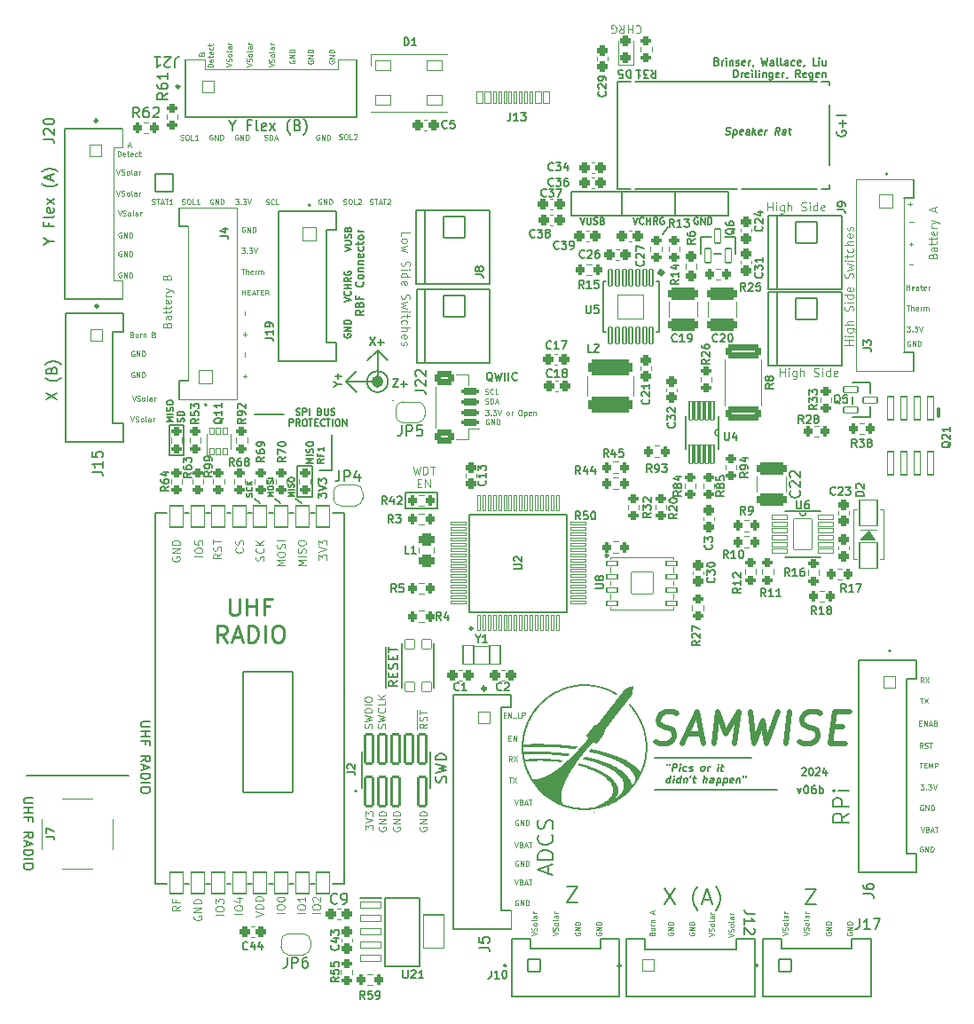
<source format=gto>
%TF.GenerationSoftware,KiCad,Pcbnew,7.0.9*%
%TF.CreationDate,2024-05-14T22:46:05-07:00*%
%TF.ProjectId,mainboard,6d61696e-626f-4617-9264-2e6b69636164,06b*%
%TF.SameCoordinates,Original*%
%TF.FileFunction,Legend,Top*%
%TF.FilePolarity,Positive*%
%FSLAX46Y46*%
G04 Gerber Fmt 4.6, Leading zero omitted, Abs format (unit mm)*
G04 Created by KiCad (PCBNEW 7.0.9) date 2024-05-14 22:46:05*
%MOMM*%
%LPD*%
G01*
G04 APERTURE LIST*
G04 Aperture macros list*
%AMRoundRect*
0 Rectangle with rounded corners*
0 $1 Rounding radius*
0 $2 $3 $4 $5 $6 $7 $8 $9 X,Y pos of 4 corners*
0 Add a 4 corners polygon primitive as box body*
4,1,4,$2,$3,$4,$5,$6,$7,$8,$9,$2,$3,0*
0 Add four circle primitives for the rounded corners*
1,1,$1+$1,$2,$3*
1,1,$1+$1,$4,$5*
1,1,$1+$1,$6,$7*
1,1,$1+$1,$8,$9*
0 Add four rect primitives between the rounded corners*
20,1,$1+$1,$2,$3,$4,$5,0*
20,1,$1+$1,$4,$5,$6,$7,0*
20,1,$1+$1,$6,$7,$8,$9,0*
20,1,$1+$1,$8,$9,$2,$3,0*%
%AMFreePoly0*
4,1,35,0.535921,0.785921,0.550800,0.750000,0.550800,-0.750000,0.535921,-0.785921,0.500000,-0.800800,0.000000,-0.800800,-0.012286,-0.795711,-0.071157,-0.795711,-0.085469,-0.793653,-0.222020,-0.753558,-0.235173,-0.747552,-0.354895,-0.670611,-0.365822,-0.661142,-0.459019,-0.553587,-0.466836,-0.541423,-0.525955,-0.411969,-0.530029,-0.398096,-0.550283,-0.257230,-0.550800,-0.250000,-0.550800,0.250000,
-0.550283,0.257230,-0.530029,0.398096,-0.525955,0.411969,-0.466836,0.541423,-0.459019,0.553587,-0.365822,0.661142,-0.354895,0.670611,-0.235173,0.747552,-0.222020,0.753558,-0.085469,0.793653,-0.071157,0.795711,-0.012286,0.795711,0.000000,0.800800,0.500000,0.800800,0.535921,0.785921,0.535921,0.785921,$1*%
%AMFreePoly1*
4,1,35,0.012286,0.795711,0.071157,0.795711,0.085469,0.793653,0.222020,0.753558,0.235173,0.747552,0.354895,0.670611,0.365822,0.661142,0.459019,0.553587,0.466836,0.541423,0.525955,0.411969,0.530029,0.398096,0.550283,0.257230,0.550800,0.250000,0.550800,-0.250000,0.550283,-0.257230,0.530029,-0.398096,0.525955,-0.411969,0.466836,-0.541423,0.459019,-0.553587,0.365822,-0.661142,
0.354895,-0.670611,0.235173,-0.747552,0.222020,-0.753558,0.085469,-0.793653,0.071157,-0.795711,0.012286,-0.795711,0.000000,-0.800800,-0.500000,-0.800800,-0.535921,-0.785921,-0.550800,-0.750000,-0.550800,0.750000,-0.535921,0.785921,-0.500000,0.800800,0.000000,0.800800,0.012286,0.795711,0.012286,0.795711,$1*%
G04 Aperture macros list end*
%ADD10C,0.127000*%
%ADD11C,0.121920*%
%ADD12C,0.100000*%
%ADD13C,0.200000*%
%ADD14C,0.563500*%
%ADD15C,0.177800*%
%ADD16C,0.251460*%
%ADD17C,0.150000*%
%ADD18C,0.500000*%
%ADD19C,0.152400*%
%ADD20C,0.120000*%
%ADD21C,0.273607*%
%ADD22C,0.381000*%
%ADD23C,0.250000*%
%ADD24C,0.300000*%
%ADD25C,0.203200*%
%ADD26C,0.332843*%
%ADD27C,0.190500*%
%ADD28RoundRect,0.050800X0.575000X0.575000X-0.575000X0.575000X-0.575000X-0.575000X0.575000X-0.575000X0*%
%ADD29C,1.251600*%
%ADD30FreePoly0,180.000000*%
%ADD31FreePoly1,180.000000*%
%ADD32RoundRect,0.300800X0.650000X-0.350000X0.650000X0.350000X-0.650000X0.350000X-0.650000X-0.350000X0*%
%ADD33RoundRect,0.200800X0.625000X-0.150000X0.625000X0.150000X-0.625000X0.150000X-0.625000X-0.150000X0*%
%ADD34RoundRect,0.300800X-1.100000X0.325000X-1.100000X-0.325000X1.100000X-0.325000X1.100000X0.325000X0*%
%ADD35RoundRect,0.250800X-0.200000X-0.275000X0.200000X-0.275000X0.200000X0.275000X-0.200000X0.275000X0*%
%ADD36RoundRect,0.063500X-0.152400X0.800100X-0.152400X-0.800100X0.152400X-0.800100X0.152400X0.800100X0*%
%ADD37RoundRect,0.063500X-1.230000X1.155000X-1.230000X-1.155000X1.230000X-1.155000X1.230000X1.155000X0*%
%ADD38RoundRect,0.275800X-0.225000X-0.250000X0.225000X-0.250000X0.225000X0.250000X-0.225000X0.250000X0*%
%ADD39RoundRect,0.275800X0.250000X-0.225000X0.250000X0.225000X-0.250000X0.225000X-0.250000X-0.225000X0*%
%ADD40RoundRect,0.250800X0.200000X0.275000X-0.200000X0.275000X-0.200000X-0.275000X0.200000X-0.275000X0*%
%ADD41RoundRect,0.275800X0.225000X0.250000X-0.225000X0.250000X-0.225000X-0.250000X0.225000X-0.250000X0*%
%ADD42RoundRect,0.063500X-0.660400X0.279400X-0.660400X-0.279400X0.660400X-0.279400X0.660400X0.279400X0*%
%ADD43RoundRect,0.050800X0.150000X0.737500X-0.150000X0.737500X-0.150000X-0.737500X0.150000X-0.737500X0*%
%ADD44RoundRect,0.050800X0.737500X-0.150000X0.737500X0.150000X-0.737500X0.150000X-0.737500X-0.150000X0*%
%ADD45RoundRect,0.050800X0.304800X1.104900X-0.304800X1.104900X-0.304800X-1.104900X0.304800X-1.104900X0*%
%ADD46RoundRect,0.063500X-0.525000X-0.225000X0.525000X-0.225000X0.525000X0.225000X-0.525000X0.225000X0*%
%ADD47RoundRect,0.063500X1.050000X-1.050000X1.050000X1.050000X-1.050000X1.050000X-1.050000X-1.050000X0*%
%ADD48C,5.701600*%
%ADD49C,2.000000*%
%ADD50C,2.133600*%
%ADD51RoundRect,0.250800X-0.275000X0.200000X-0.275000X-0.200000X0.275000X-0.200000X0.275000X0.200000X0*%
%ADD52C,2.151600*%
%ADD53C,2.351600*%
%ADD54RoundRect,0.050800X0.750000X0.450000X-0.750000X0.450000X-0.750000X-0.450000X0.750000X-0.450000X0*%
%ADD55RoundRect,0.275800X-0.250000X0.225000X-0.250000X-0.225000X0.250000X-0.225000X0.250000X0.225000X0*%
%ADD56RoundRect,0.300800X-0.450000X0.325000X-0.450000X-0.325000X0.450000X-0.325000X0.450000X0.325000X0*%
%ADD57RoundRect,0.250800X0.275000X-0.200000X0.275000X0.200000X-0.275000X0.200000X-0.275000X-0.200000X0*%
%ADD58RoundRect,0.050800X0.500000X0.900000X-0.500000X0.900000X-0.500000X-0.900000X0.500000X-0.900000X0*%
%ADD59RoundRect,0.063500X-1.016000X1.016000X-1.016000X-1.016000X1.016000X-1.016000X1.016000X1.016000X0*%
%ADD60C,2.159000*%
%ADD61RoundRect,0.269550X0.256250X-0.218750X0.256250X0.218750X-0.256250X0.218750X-0.256250X-0.218750X0*%
%ADD62RoundRect,0.300800X-1.425000X0.362500X-1.425000X-0.362500X1.425000X-0.362500X1.425000X0.362500X0*%
%ADD63RoundRect,0.383800X-1.767000X0.417000X-1.767000X-0.417000X1.767000X-0.417000X1.767000X0.417000X0*%
%ADD64RoundRect,0.063500X-0.279400X-0.660400X0.279400X-0.660400X0.279400X0.660400X-0.279400X0.660400X0*%
%ADD65RoundRect,0.300800X1.100000X-0.325000X1.100000X0.325000X-1.100000X0.325000X-1.100000X-0.325000X0*%
%ADD66RoundRect,0.050800X-0.165100X0.889000X-0.165100X-0.889000X0.165100X-0.889000X0.165100X0.889000X0*%
%ADD67RoundRect,0.050800X0.450000X-0.450000X0.450000X0.450000X-0.450000X0.450000X-0.450000X-0.450000X0*%
%ADD68RoundRect,0.050800X0.200000X-0.325000X0.200000X0.325000X-0.200000X0.325000X-0.200000X-0.325000X0*%
%ADD69RoundRect,0.050800X1.000000X-0.325000X1.000000X0.325000X-1.000000X0.325000X-1.000000X-0.325000X0*%
%ADD70RoundRect,0.050800X-1.000000X-1.600000X1.000000X-1.600000X1.000000X1.600000X-1.000000X1.600000X0*%
%ADD71C,0.701600*%
%ADD72RoundRect,0.050800X0.300000X0.575000X-0.300000X0.575000X-0.300000X-0.575000X0.300000X-0.575000X0*%
%ADD73RoundRect,0.050800X0.150000X0.575000X-0.150000X0.575000X-0.150000X-0.575000X0.150000X-0.575000X0*%
%ADD74O,1.101600X2.201600*%
%ADD75O,1.101600X1.701600*%
%ADD76RoundRect,0.050800X-0.698500X-0.215900X0.698500X-0.215900X0.698500X0.215900X-0.698500X0.215900X0*%
%ADD77RoundRect,0.050800X-0.876300X-1.473200X0.876300X-1.473200X0.876300X1.473200X-0.876300X1.473200X0*%
%ADD78RoundRect,0.050800X-0.850000X1.250000X-0.850000X-1.250000X0.850000X-1.250000X0.850000X1.250000X0*%
%ADD79RoundRect,0.288300X0.237500X-0.250000X0.237500X0.250000X-0.237500X0.250000X-0.237500X-0.250000X0*%
%ADD80RoundRect,0.102000X-0.370000X-1.395000X0.370000X-1.395000X0.370000X1.395000X-0.370000X1.395000X0*%
%ADD81RoundRect,0.063500X-0.650000X1.000000X-0.650000X-1.000000X0.650000X-1.000000X0.650000X1.000000X0*%
%ADD82RoundRect,0.063500X-2.350000X5.750000X-2.350000X-5.750000X2.350000X-5.750000X2.350000X5.750000X0*%
%ADD83RoundRect,0.050800X0.575000X-0.575000X0.575000X0.575000X-0.575000X0.575000X-0.575000X-0.575000X0*%
%ADD84FreePoly0,0.000000*%
%ADD85FreePoly1,0.000000*%
%ADD86RoundRect,0.050800X0.654000X-0.654000X0.654000X0.654000X-0.654000X0.654000X-0.654000X-0.654000X0*%
%ADD87C,1.409600*%
%ADD88RoundRect,0.076200X-0.575000X-0.575000X0.575000X-0.575000X0.575000X0.575000X-0.575000X0.575000X0*%
%ADD89C,1.302400*%
%ADD90RoundRect,0.050800X-0.654000X0.654000X-0.654000X-0.654000X0.654000X-0.654000X0.654000X0.654000X0*%
%ADD91C,1.501600*%
%ADD92RoundRect,0.050800X-0.850000X0.850000X-0.850000X-0.850000X0.850000X-0.850000X0.850000X0.850000X0*%
%ADD93O,1.801600X1.801600*%
G04 APERTURE END LIST*
D10*
X143592980Y-87162713D02*
X143520409Y-87126427D01*
X143520409Y-87126427D02*
X143447837Y-87053856D01*
X143447837Y-87053856D02*
X143338980Y-86944998D01*
X143338980Y-86944998D02*
X143266409Y-86908713D01*
X143266409Y-86908713D02*
X143193837Y-86908713D01*
X143230123Y-87090141D02*
X143157552Y-87053856D01*
X143157552Y-87053856D02*
X143084980Y-86981284D01*
X143084980Y-86981284D02*
X143048694Y-86836141D01*
X143048694Y-86836141D02*
X143048694Y-86582141D01*
X143048694Y-86582141D02*
X143084980Y-86436998D01*
X143084980Y-86436998D02*
X143157552Y-86364427D01*
X143157552Y-86364427D02*
X143230123Y-86328141D01*
X143230123Y-86328141D02*
X143375266Y-86328141D01*
X143375266Y-86328141D02*
X143447837Y-86364427D01*
X143447837Y-86364427D02*
X143520409Y-86436998D01*
X143520409Y-86436998D02*
X143556694Y-86582141D01*
X143556694Y-86582141D02*
X143556694Y-86836141D01*
X143556694Y-86836141D02*
X143520409Y-86981284D01*
X143520409Y-86981284D02*
X143447837Y-87053856D01*
X143447837Y-87053856D02*
X143375266Y-87090141D01*
X143375266Y-87090141D02*
X143230123Y-87090141D01*
X143810695Y-86328141D02*
X143992123Y-87090141D01*
X143992123Y-87090141D02*
X144137266Y-86545856D01*
X144137266Y-86545856D02*
X144282409Y-87090141D01*
X144282409Y-87090141D02*
X144463838Y-86328141D01*
X144754123Y-87090141D02*
X144754123Y-86328141D01*
X145116980Y-87090141D02*
X145116980Y-86328141D01*
X145915266Y-87017570D02*
X145878980Y-87053856D01*
X145878980Y-87053856D02*
X145770123Y-87090141D01*
X145770123Y-87090141D02*
X145697551Y-87090141D01*
X145697551Y-87090141D02*
X145588694Y-87053856D01*
X145588694Y-87053856D02*
X145516123Y-86981284D01*
X145516123Y-86981284D02*
X145479837Y-86908713D01*
X145479837Y-86908713D02*
X145443551Y-86763570D01*
X145443551Y-86763570D02*
X145443551Y-86654713D01*
X145443551Y-86654713D02*
X145479837Y-86509570D01*
X145479837Y-86509570D02*
X145516123Y-86436998D01*
X145516123Y-86436998D02*
X145588694Y-86364427D01*
X145588694Y-86364427D02*
X145697551Y-86328141D01*
X145697551Y-86328141D02*
X145770123Y-86328141D01*
X145770123Y-86328141D02*
X145878980Y-86364427D01*
X145878980Y-86364427D02*
X145915266Y-86400713D01*
D11*
X113770405Y-137238495D02*
X113407548Y-137492495D01*
X113770405Y-137673924D02*
X113008405Y-137673924D01*
X113008405Y-137673924D02*
X113008405Y-137383638D01*
X113008405Y-137383638D02*
X113044691Y-137311067D01*
X113044691Y-137311067D02*
X113080977Y-137274781D01*
X113080977Y-137274781D02*
X113153548Y-137238495D01*
X113153548Y-137238495D02*
X113262405Y-137238495D01*
X113262405Y-137238495D02*
X113334977Y-137274781D01*
X113334977Y-137274781D02*
X113371262Y-137311067D01*
X113371262Y-137311067D02*
X113407548Y-137383638D01*
X113407548Y-137383638D02*
X113407548Y-137673924D01*
X113371262Y-136657924D02*
X113371262Y-136911924D01*
X113770405Y-136911924D02*
X113008405Y-136911924D01*
X113008405Y-136911924D02*
X113008405Y-136549067D01*
D12*
X143226741Y-90817419D02*
X143179122Y-90793609D01*
X143179122Y-90793609D02*
X143107693Y-90793609D01*
X143107693Y-90793609D02*
X143036265Y-90817419D01*
X143036265Y-90817419D02*
X142988646Y-90865038D01*
X142988646Y-90865038D02*
X142964836Y-90912657D01*
X142964836Y-90912657D02*
X142941027Y-91007895D01*
X142941027Y-91007895D02*
X142941027Y-91079323D01*
X142941027Y-91079323D02*
X142964836Y-91174561D01*
X142964836Y-91174561D02*
X142988646Y-91222180D01*
X142988646Y-91222180D02*
X143036265Y-91269800D01*
X143036265Y-91269800D02*
X143107693Y-91293609D01*
X143107693Y-91293609D02*
X143155312Y-91293609D01*
X143155312Y-91293609D02*
X143226741Y-91269800D01*
X143226741Y-91269800D02*
X143250550Y-91245990D01*
X143250550Y-91245990D02*
X143250550Y-91079323D01*
X143250550Y-91079323D02*
X143155312Y-91079323D01*
X143464836Y-91293609D02*
X143464836Y-90793609D01*
X143464836Y-90793609D02*
X143750550Y-91293609D01*
X143750550Y-91293609D02*
X143750550Y-90793609D01*
X143988646Y-91293609D02*
X143988646Y-90793609D01*
X143988646Y-90793609D02*
X144107694Y-90793609D01*
X144107694Y-90793609D02*
X144179122Y-90817419D01*
X144179122Y-90817419D02*
X144226741Y-90865038D01*
X144226741Y-90865038D02*
X144250551Y-90912657D01*
X144250551Y-90912657D02*
X144274360Y-91007895D01*
X144274360Y-91007895D02*
X144274360Y-91079323D01*
X144274360Y-91079323D02*
X144250551Y-91174561D01*
X144250551Y-91174561D02*
X144226741Y-91222180D01*
X144226741Y-91222180D02*
X144179122Y-91269800D01*
X144179122Y-91269800D02*
X144107694Y-91293609D01*
X144107694Y-91293609D02*
X143988646Y-91293609D01*
X142897217Y-89913609D02*
X143206741Y-89913609D01*
X143206741Y-89913609D02*
X143040074Y-90104085D01*
X143040074Y-90104085D02*
X143111503Y-90104085D01*
X143111503Y-90104085D02*
X143159122Y-90127895D01*
X143159122Y-90127895D02*
X143182931Y-90151704D01*
X143182931Y-90151704D02*
X143206741Y-90199323D01*
X143206741Y-90199323D02*
X143206741Y-90318371D01*
X143206741Y-90318371D02*
X143182931Y-90365990D01*
X143182931Y-90365990D02*
X143159122Y-90389800D01*
X143159122Y-90389800D02*
X143111503Y-90413609D01*
X143111503Y-90413609D02*
X142968646Y-90413609D01*
X142968646Y-90413609D02*
X142921027Y-90389800D01*
X142921027Y-90389800D02*
X142897217Y-90365990D01*
X143421026Y-90365990D02*
X143444836Y-90389800D01*
X143444836Y-90389800D02*
X143421026Y-90413609D01*
X143421026Y-90413609D02*
X143397217Y-90389800D01*
X143397217Y-90389800D02*
X143421026Y-90365990D01*
X143421026Y-90365990D02*
X143421026Y-90413609D01*
X143611502Y-89913609D02*
X143921026Y-89913609D01*
X143921026Y-89913609D02*
X143754359Y-90104085D01*
X143754359Y-90104085D02*
X143825788Y-90104085D01*
X143825788Y-90104085D02*
X143873407Y-90127895D01*
X143873407Y-90127895D02*
X143897216Y-90151704D01*
X143897216Y-90151704D02*
X143921026Y-90199323D01*
X143921026Y-90199323D02*
X143921026Y-90318371D01*
X143921026Y-90318371D02*
X143897216Y-90365990D01*
X143897216Y-90365990D02*
X143873407Y-90389800D01*
X143873407Y-90389800D02*
X143825788Y-90413609D01*
X143825788Y-90413609D02*
X143682931Y-90413609D01*
X143682931Y-90413609D02*
X143635312Y-90389800D01*
X143635312Y-90389800D02*
X143611502Y-90365990D01*
X144063883Y-89913609D02*
X144230549Y-90413609D01*
X144230549Y-90413609D02*
X144397216Y-89913609D01*
X145016263Y-90413609D02*
X144968644Y-90389800D01*
X144968644Y-90389800D02*
X144944834Y-90365990D01*
X144944834Y-90365990D02*
X144921025Y-90318371D01*
X144921025Y-90318371D02*
X144921025Y-90175514D01*
X144921025Y-90175514D02*
X144944834Y-90127895D01*
X144944834Y-90127895D02*
X144968644Y-90104085D01*
X144968644Y-90104085D02*
X145016263Y-90080276D01*
X145016263Y-90080276D02*
X145087691Y-90080276D01*
X145087691Y-90080276D02*
X145135310Y-90104085D01*
X145135310Y-90104085D02*
X145159120Y-90127895D01*
X145159120Y-90127895D02*
X145182929Y-90175514D01*
X145182929Y-90175514D02*
X145182929Y-90318371D01*
X145182929Y-90318371D02*
X145159120Y-90365990D01*
X145159120Y-90365990D02*
X145135310Y-90389800D01*
X145135310Y-90389800D02*
X145087691Y-90413609D01*
X145087691Y-90413609D02*
X145016263Y-90413609D01*
X145397215Y-90413609D02*
X145397215Y-90080276D01*
X145397215Y-90175514D02*
X145421025Y-90127895D01*
X145421025Y-90127895D02*
X145444834Y-90104085D01*
X145444834Y-90104085D02*
X145492453Y-90080276D01*
X145492453Y-90080276D02*
X145540072Y-90080276D01*
X146182929Y-89913609D02*
X146278167Y-89913609D01*
X146278167Y-89913609D02*
X146325786Y-89937419D01*
X146325786Y-89937419D02*
X146373405Y-89985038D01*
X146373405Y-89985038D02*
X146397215Y-90080276D01*
X146397215Y-90080276D02*
X146397215Y-90246942D01*
X146397215Y-90246942D02*
X146373405Y-90342180D01*
X146373405Y-90342180D02*
X146325786Y-90389800D01*
X146325786Y-90389800D02*
X146278167Y-90413609D01*
X146278167Y-90413609D02*
X146182929Y-90413609D01*
X146182929Y-90413609D02*
X146135310Y-90389800D01*
X146135310Y-90389800D02*
X146087691Y-90342180D01*
X146087691Y-90342180D02*
X146063882Y-90246942D01*
X146063882Y-90246942D02*
X146063882Y-90080276D01*
X146063882Y-90080276D02*
X146087691Y-89985038D01*
X146087691Y-89985038D02*
X146135310Y-89937419D01*
X146135310Y-89937419D02*
X146182929Y-89913609D01*
X146611501Y-90080276D02*
X146611501Y-90580276D01*
X146611501Y-90104085D02*
X146659120Y-90080276D01*
X146659120Y-90080276D02*
X146754358Y-90080276D01*
X146754358Y-90080276D02*
X146801977Y-90104085D01*
X146801977Y-90104085D02*
X146825787Y-90127895D01*
X146825787Y-90127895D02*
X146849596Y-90175514D01*
X146849596Y-90175514D02*
X146849596Y-90318371D01*
X146849596Y-90318371D02*
X146825787Y-90365990D01*
X146825787Y-90365990D02*
X146801977Y-90389800D01*
X146801977Y-90389800D02*
X146754358Y-90413609D01*
X146754358Y-90413609D02*
X146659120Y-90413609D01*
X146659120Y-90413609D02*
X146611501Y-90389800D01*
X147254358Y-90389800D02*
X147206739Y-90413609D01*
X147206739Y-90413609D02*
X147111501Y-90413609D01*
X147111501Y-90413609D02*
X147063882Y-90389800D01*
X147063882Y-90389800D02*
X147040073Y-90342180D01*
X147040073Y-90342180D02*
X147040073Y-90151704D01*
X147040073Y-90151704D02*
X147063882Y-90104085D01*
X147063882Y-90104085D02*
X147111501Y-90080276D01*
X147111501Y-90080276D02*
X147206739Y-90080276D01*
X147206739Y-90080276D02*
X147254358Y-90104085D01*
X147254358Y-90104085D02*
X147278168Y-90151704D01*
X147278168Y-90151704D02*
X147278168Y-90199323D01*
X147278168Y-90199323D02*
X147040073Y-90246942D01*
X147492453Y-90080276D02*
X147492453Y-90413609D01*
X147492453Y-90127895D02*
X147516263Y-90104085D01*
X147516263Y-90104085D02*
X147563882Y-90080276D01*
X147563882Y-90080276D02*
X147635310Y-90080276D01*
X147635310Y-90080276D02*
X147682929Y-90104085D01*
X147682929Y-90104085D02*
X147706739Y-90151704D01*
X147706739Y-90151704D02*
X147706739Y-90413609D01*
X142901027Y-89289800D02*
X142972455Y-89313609D01*
X142972455Y-89313609D02*
X143091503Y-89313609D01*
X143091503Y-89313609D02*
X143139122Y-89289800D01*
X143139122Y-89289800D02*
X143162931Y-89265990D01*
X143162931Y-89265990D02*
X143186741Y-89218371D01*
X143186741Y-89218371D02*
X143186741Y-89170752D01*
X143186741Y-89170752D02*
X143162931Y-89123133D01*
X143162931Y-89123133D02*
X143139122Y-89099323D01*
X143139122Y-89099323D02*
X143091503Y-89075514D01*
X143091503Y-89075514D02*
X142996265Y-89051704D01*
X142996265Y-89051704D02*
X142948646Y-89027895D01*
X142948646Y-89027895D02*
X142924836Y-89004085D01*
X142924836Y-89004085D02*
X142901027Y-88956466D01*
X142901027Y-88956466D02*
X142901027Y-88908847D01*
X142901027Y-88908847D02*
X142924836Y-88861228D01*
X142924836Y-88861228D02*
X142948646Y-88837419D01*
X142948646Y-88837419D02*
X142996265Y-88813609D01*
X142996265Y-88813609D02*
X143115312Y-88813609D01*
X143115312Y-88813609D02*
X143186741Y-88837419D01*
X143401026Y-89313609D02*
X143401026Y-88813609D01*
X143401026Y-88813609D02*
X143520074Y-88813609D01*
X143520074Y-88813609D02*
X143591502Y-88837419D01*
X143591502Y-88837419D02*
X143639121Y-88885038D01*
X143639121Y-88885038D02*
X143662931Y-88932657D01*
X143662931Y-88932657D02*
X143686740Y-89027895D01*
X143686740Y-89027895D02*
X143686740Y-89099323D01*
X143686740Y-89099323D02*
X143662931Y-89194561D01*
X143662931Y-89194561D02*
X143639121Y-89242180D01*
X143639121Y-89242180D02*
X143591502Y-89289800D01*
X143591502Y-89289800D02*
X143520074Y-89313609D01*
X143520074Y-89313609D02*
X143401026Y-89313609D01*
X143877217Y-89170752D02*
X144115312Y-89170752D01*
X143829598Y-89313609D02*
X143996264Y-88813609D01*
X143996264Y-88813609D02*
X144162931Y-89313609D01*
X142881027Y-88369800D02*
X142952455Y-88393609D01*
X142952455Y-88393609D02*
X143071503Y-88393609D01*
X143071503Y-88393609D02*
X143119122Y-88369800D01*
X143119122Y-88369800D02*
X143142931Y-88345990D01*
X143142931Y-88345990D02*
X143166741Y-88298371D01*
X143166741Y-88298371D02*
X143166741Y-88250752D01*
X143166741Y-88250752D02*
X143142931Y-88203133D01*
X143142931Y-88203133D02*
X143119122Y-88179323D01*
X143119122Y-88179323D02*
X143071503Y-88155514D01*
X143071503Y-88155514D02*
X142976265Y-88131704D01*
X142976265Y-88131704D02*
X142928646Y-88107895D01*
X142928646Y-88107895D02*
X142904836Y-88084085D01*
X142904836Y-88084085D02*
X142881027Y-88036466D01*
X142881027Y-88036466D02*
X142881027Y-87988847D01*
X142881027Y-87988847D02*
X142904836Y-87941228D01*
X142904836Y-87941228D02*
X142928646Y-87917419D01*
X142928646Y-87917419D02*
X142976265Y-87893609D01*
X142976265Y-87893609D02*
X143095312Y-87893609D01*
X143095312Y-87893609D02*
X143166741Y-87917419D01*
X143666740Y-88345990D02*
X143642931Y-88369800D01*
X143642931Y-88369800D02*
X143571502Y-88393609D01*
X143571502Y-88393609D02*
X143523883Y-88393609D01*
X143523883Y-88393609D02*
X143452455Y-88369800D01*
X143452455Y-88369800D02*
X143404836Y-88322180D01*
X143404836Y-88322180D02*
X143381026Y-88274561D01*
X143381026Y-88274561D02*
X143357217Y-88179323D01*
X143357217Y-88179323D02*
X143357217Y-88107895D01*
X143357217Y-88107895D02*
X143381026Y-88012657D01*
X143381026Y-88012657D02*
X143404836Y-87965038D01*
X143404836Y-87965038D02*
X143452455Y-87917419D01*
X143452455Y-87917419D02*
X143523883Y-87893609D01*
X143523883Y-87893609D02*
X143571502Y-87893609D01*
X143571502Y-87893609D02*
X143642931Y-87917419D01*
X143642931Y-87917419D02*
X143666740Y-87941228D01*
X144119121Y-88393609D02*
X143881026Y-88393609D01*
X143881026Y-88393609D02*
X143881026Y-87893609D01*
D13*
X139129600Y-125427945D02*
X139177219Y-125285088D01*
X139177219Y-125285088D02*
X139177219Y-125046993D01*
X139177219Y-125046993D02*
X139129600Y-124951755D01*
X139129600Y-124951755D02*
X139081980Y-124904136D01*
X139081980Y-124904136D02*
X138986742Y-124856517D01*
X138986742Y-124856517D02*
X138891504Y-124856517D01*
X138891504Y-124856517D02*
X138796266Y-124904136D01*
X138796266Y-124904136D02*
X138748647Y-124951755D01*
X138748647Y-124951755D02*
X138701028Y-125046993D01*
X138701028Y-125046993D02*
X138653409Y-125237469D01*
X138653409Y-125237469D02*
X138605790Y-125332707D01*
X138605790Y-125332707D02*
X138558171Y-125380326D01*
X138558171Y-125380326D02*
X138462933Y-125427945D01*
X138462933Y-125427945D02*
X138367695Y-125427945D01*
X138367695Y-125427945D02*
X138272457Y-125380326D01*
X138272457Y-125380326D02*
X138224838Y-125332707D01*
X138224838Y-125332707D02*
X138177219Y-125237469D01*
X138177219Y-125237469D02*
X138177219Y-124999374D01*
X138177219Y-124999374D02*
X138224838Y-124856517D01*
X138177219Y-124523183D02*
X139177219Y-124285088D01*
X139177219Y-124285088D02*
X138462933Y-124094612D01*
X138462933Y-124094612D02*
X139177219Y-123904136D01*
X139177219Y-123904136D02*
X138177219Y-123666041D01*
X139177219Y-123285088D02*
X138177219Y-123285088D01*
X138177219Y-123285088D02*
X138177219Y-123046993D01*
X138177219Y-123046993D02*
X138224838Y-122904136D01*
X138224838Y-122904136D02*
X138320076Y-122808898D01*
X138320076Y-122808898D02*
X138415314Y-122761279D01*
X138415314Y-122761279D02*
X138605790Y-122713660D01*
X138605790Y-122713660D02*
X138748647Y-122713660D01*
X138748647Y-122713660D02*
X138939123Y-122761279D01*
X138939123Y-122761279D02*
X139034361Y-122808898D01*
X139034361Y-122808898D02*
X139129600Y-122904136D01*
X139129600Y-122904136D02*
X139177219Y-123046993D01*
X139177219Y-123046993D02*
X139177219Y-123285088D01*
D11*
X136619289Y-129705810D02*
X136585422Y-129773543D01*
X136585422Y-129773543D02*
X136585422Y-129875143D01*
X136585422Y-129875143D02*
X136619289Y-129976743D01*
X136619289Y-129976743D02*
X136687022Y-130044477D01*
X136687022Y-130044477D02*
X136754756Y-130078343D01*
X136754756Y-130078343D02*
X136890222Y-130112210D01*
X136890222Y-130112210D02*
X136991822Y-130112210D01*
X136991822Y-130112210D02*
X137127289Y-130078343D01*
X137127289Y-130078343D02*
X137195022Y-130044477D01*
X137195022Y-130044477D02*
X137262756Y-129976743D01*
X137262756Y-129976743D02*
X137296622Y-129875143D01*
X137296622Y-129875143D02*
X137296622Y-129807410D01*
X137296622Y-129807410D02*
X137262756Y-129705810D01*
X137262756Y-129705810D02*
X137228889Y-129671943D01*
X137228889Y-129671943D02*
X136991822Y-129671943D01*
X136991822Y-129671943D02*
X136991822Y-129807410D01*
X137296622Y-129367143D02*
X136585422Y-129367143D01*
X136585422Y-129367143D02*
X137296622Y-128960743D01*
X137296622Y-128960743D02*
X136585422Y-128960743D01*
X137296622Y-128622076D02*
X136585422Y-128622076D01*
X136585422Y-128622076D02*
X136585422Y-128452743D01*
X136585422Y-128452743D02*
X136619289Y-128351143D01*
X136619289Y-128351143D02*
X136687022Y-128283410D01*
X136687022Y-128283410D02*
X136754756Y-128249543D01*
X136754756Y-128249543D02*
X136890222Y-128215676D01*
X136890222Y-128215676D02*
X136991822Y-128215676D01*
X136991822Y-128215676D02*
X137127289Y-128249543D01*
X137127289Y-128249543D02*
X137195022Y-128283410D01*
X137195022Y-128283410D02*
X137262756Y-128351143D01*
X137262756Y-128351143D02*
X137296622Y-128452743D01*
X137296622Y-128452743D02*
X137296622Y-128622076D01*
X134109289Y-129705810D02*
X134075422Y-129773543D01*
X134075422Y-129773543D02*
X134075422Y-129875143D01*
X134075422Y-129875143D02*
X134109289Y-129976743D01*
X134109289Y-129976743D02*
X134177022Y-130044477D01*
X134177022Y-130044477D02*
X134244756Y-130078343D01*
X134244756Y-130078343D02*
X134380222Y-130112210D01*
X134380222Y-130112210D02*
X134481822Y-130112210D01*
X134481822Y-130112210D02*
X134617289Y-130078343D01*
X134617289Y-130078343D02*
X134685022Y-130044477D01*
X134685022Y-130044477D02*
X134752756Y-129976743D01*
X134752756Y-129976743D02*
X134786622Y-129875143D01*
X134786622Y-129875143D02*
X134786622Y-129807410D01*
X134786622Y-129807410D02*
X134752756Y-129705810D01*
X134752756Y-129705810D02*
X134718889Y-129671943D01*
X134718889Y-129671943D02*
X134481822Y-129671943D01*
X134481822Y-129671943D02*
X134481822Y-129807410D01*
X134786622Y-129367143D02*
X134075422Y-129367143D01*
X134075422Y-129367143D02*
X134786622Y-128960743D01*
X134786622Y-128960743D02*
X134075422Y-128960743D01*
X134786622Y-128622076D02*
X134075422Y-128622076D01*
X134075422Y-128622076D02*
X134075422Y-128452743D01*
X134075422Y-128452743D02*
X134109289Y-128351143D01*
X134109289Y-128351143D02*
X134177022Y-128283410D01*
X134177022Y-128283410D02*
X134244756Y-128249543D01*
X134244756Y-128249543D02*
X134380222Y-128215676D01*
X134380222Y-128215676D02*
X134481822Y-128215676D01*
X134481822Y-128215676D02*
X134617289Y-128249543D01*
X134617289Y-128249543D02*
X134685022Y-128283410D01*
X134685022Y-128283410D02*
X134752756Y-128351143D01*
X134752756Y-128351143D02*
X134786622Y-128452743D01*
X134786622Y-128452743D02*
X134786622Y-128622076D01*
D12*
X108790878Y-64700752D02*
X109028973Y-64700752D01*
X108743259Y-64843609D02*
X108909925Y-64343609D01*
X108909925Y-64343609D02*
X109076592Y-64843609D01*
D10*
X166116000Y-69088000D02*
X151130000Y-69088000D01*
X161036000Y-71374000D02*
X161036000Y-69088000D01*
X155956000Y-71374000D02*
X155956000Y-69088000D01*
X114137100Y-91338400D02*
X112740100Y-91338400D01*
X114137100Y-91338400D02*
X114137100Y-94259400D01*
X112740100Y-91338400D02*
X112740100Y-94259400D01*
X114137100Y-94259400D02*
X112740100Y-94259400D01*
X126365000Y-98171000D02*
X124968000Y-98171000D01*
X126365000Y-95250000D02*
X126365000Y-98171000D01*
X124968000Y-98171000D02*
X124968000Y-95250000D01*
X126365000Y-95250000D02*
X124968000Y-95250000D01*
X121424700Y-98767900D02*
X120865900Y-98336100D01*
X123355100Y-98767900D02*
X122796300Y-98336100D01*
X125336300Y-98767900D02*
X124777500Y-98336100D01*
X120840500Y-90360500D02*
X123634500Y-90360500D01*
X128206500Y-95694500D02*
X128206500Y-92265500D01*
X128206500Y-95694500D02*
X127063500Y-95694500D01*
X159050000Y-126178000D02*
X170734000Y-126178000D01*
X133610000Y-87200000D02*
G75*
G03*
X133610000Y-87200000I-1000000J0D01*
G01*
X166116000Y-71374000D02*
X166116000Y-69088000D01*
X132610000Y-87200000D02*
X132610000Y-84200000D01*
X134080001Y-89050000D02*
G75*
G03*
X134080001Y-89050000I-1J0D01*
G01*
X160300000Y-72500000D02*
X159800000Y-73100000D01*
X151130000Y-71374000D02*
X166116000Y-71374000D01*
X132610000Y-84200000D02*
X131610000Y-85200000D01*
X151130000Y-69088000D02*
X151130000Y-71374000D01*
X129610000Y-87200000D02*
X130610000Y-86200000D01*
X138303000Y-99314000D02*
X135255000Y-99314000D01*
X135255000Y-99314000D02*
X135255000Y-97790000D01*
D14*
X132891750Y-87200000D02*
G75*
G03*
X132891750Y-87200000I-281750J0D01*
G01*
D10*
X138303000Y-97790000D02*
X138303000Y-99314000D01*
X135255000Y-97790000D02*
X138303000Y-97790000D01*
X132610000Y-84200000D02*
X133610000Y-85200000D01*
X129610000Y-87200000D02*
X130610000Y-88200000D01*
X168321000Y-123130000D02*
X159050000Y-123130000D01*
X99125000Y-124750000D02*
X108875000Y-124750000D01*
X159050000Y-123130000D02*
X168321000Y-123130000D01*
X132610000Y-87200000D02*
X129610000Y-87200000D01*
D11*
X133332756Y-120284323D02*
X133366622Y-120182723D01*
X133366622Y-120182723D02*
X133366622Y-120013390D01*
X133366622Y-120013390D02*
X133332756Y-119945656D01*
X133332756Y-119945656D02*
X133298889Y-119911790D01*
X133298889Y-119911790D02*
X133231156Y-119877923D01*
X133231156Y-119877923D02*
X133163422Y-119877923D01*
X133163422Y-119877923D02*
X133095689Y-119911790D01*
X133095689Y-119911790D02*
X133061822Y-119945656D01*
X133061822Y-119945656D02*
X133027956Y-120013390D01*
X133027956Y-120013390D02*
X132994089Y-120148856D01*
X132994089Y-120148856D02*
X132960222Y-120216590D01*
X132960222Y-120216590D02*
X132926356Y-120250456D01*
X132926356Y-120250456D02*
X132858622Y-120284323D01*
X132858622Y-120284323D02*
X132790889Y-120284323D01*
X132790889Y-120284323D02*
X132723156Y-120250456D01*
X132723156Y-120250456D02*
X132689289Y-120216590D01*
X132689289Y-120216590D02*
X132655422Y-120148856D01*
X132655422Y-120148856D02*
X132655422Y-119979523D01*
X132655422Y-119979523D02*
X132689289Y-119877923D01*
X132655422Y-119640857D02*
X133366622Y-119471523D01*
X133366622Y-119471523D02*
X132858622Y-119336057D01*
X132858622Y-119336057D02*
X133366622Y-119200590D01*
X133366622Y-119200590D02*
X132655422Y-119031257D01*
X133298889Y-118353923D02*
X133332756Y-118387790D01*
X133332756Y-118387790D02*
X133366622Y-118489390D01*
X133366622Y-118489390D02*
X133366622Y-118557123D01*
X133366622Y-118557123D02*
X133332756Y-118658723D01*
X133332756Y-118658723D02*
X133265022Y-118726457D01*
X133265022Y-118726457D02*
X133197289Y-118760323D01*
X133197289Y-118760323D02*
X133061822Y-118794190D01*
X133061822Y-118794190D02*
X132960222Y-118794190D01*
X132960222Y-118794190D02*
X132824756Y-118760323D01*
X132824756Y-118760323D02*
X132757022Y-118726457D01*
X132757022Y-118726457D02*
X132689289Y-118658723D01*
X132689289Y-118658723D02*
X132655422Y-118557123D01*
X132655422Y-118557123D02*
X132655422Y-118489390D01*
X132655422Y-118489390D02*
X132689289Y-118387790D01*
X132689289Y-118387790D02*
X132723156Y-118353923D01*
X133366622Y-117710457D02*
X133366622Y-118049123D01*
X133366622Y-118049123D02*
X132655422Y-118049123D01*
X133366622Y-117473390D02*
X132655422Y-117473390D01*
X133366622Y-117066990D02*
X132960222Y-117371790D01*
X132655422Y-117066990D02*
X133061822Y-117473390D01*
X132052756Y-120284323D02*
X132086622Y-120182723D01*
X132086622Y-120182723D02*
X132086622Y-120013390D01*
X132086622Y-120013390D02*
X132052756Y-119945656D01*
X132052756Y-119945656D02*
X132018889Y-119911790D01*
X132018889Y-119911790D02*
X131951156Y-119877923D01*
X131951156Y-119877923D02*
X131883422Y-119877923D01*
X131883422Y-119877923D02*
X131815689Y-119911790D01*
X131815689Y-119911790D02*
X131781822Y-119945656D01*
X131781822Y-119945656D02*
X131747956Y-120013390D01*
X131747956Y-120013390D02*
X131714089Y-120148856D01*
X131714089Y-120148856D02*
X131680222Y-120216590D01*
X131680222Y-120216590D02*
X131646356Y-120250456D01*
X131646356Y-120250456D02*
X131578622Y-120284323D01*
X131578622Y-120284323D02*
X131510889Y-120284323D01*
X131510889Y-120284323D02*
X131443156Y-120250456D01*
X131443156Y-120250456D02*
X131409289Y-120216590D01*
X131409289Y-120216590D02*
X131375422Y-120148856D01*
X131375422Y-120148856D02*
X131375422Y-119979523D01*
X131375422Y-119979523D02*
X131409289Y-119877923D01*
X131375422Y-119640857D02*
X132086622Y-119471523D01*
X132086622Y-119471523D02*
X131578622Y-119336057D01*
X131578622Y-119336057D02*
X132086622Y-119200590D01*
X132086622Y-119200590D02*
X131375422Y-119031257D01*
X132086622Y-118760323D02*
X131375422Y-118760323D01*
X131375422Y-118760323D02*
X131375422Y-118590990D01*
X131375422Y-118590990D02*
X131409289Y-118489390D01*
X131409289Y-118489390D02*
X131477022Y-118421657D01*
X131477022Y-118421657D02*
X131544756Y-118387790D01*
X131544756Y-118387790D02*
X131680222Y-118353923D01*
X131680222Y-118353923D02*
X131781822Y-118353923D01*
X131781822Y-118353923D02*
X131917289Y-118387790D01*
X131917289Y-118387790D02*
X131985022Y-118421657D01*
X131985022Y-118421657D02*
X132052756Y-118489390D01*
X132052756Y-118489390D02*
X132086622Y-118590990D01*
X132086622Y-118590990D02*
X132086622Y-118760323D01*
X132086622Y-118049123D02*
X131375422Y-118049123D01*
X131375422Y-117574990D02*
X131375422Y-117439523D01*
X131375422Y-117439523D02*
X131409289Y-117371790D01*
X131409289Y-117371790D02*
X131477022Y-117304056D01*
X131477022Y-117304056D02*
X131612489Y-117270190D01*
X131612489Y-117270190D02*
X131849556Y-117270190D01*
X131849556Y-117270190D02*
X131985022Y-117304056D01*
X131985022Y-117304056D02*
X132052756Y-117371790D01*
X132052756Y-117371790D02*
X132086622Y-117439523D01*
X132086622Y-117439523D02*
X132086622Y-117574990D01*
X132086622Y-117574990D02*
X132052756Y-117642723D01*
X132052756Y-117642723D02*
X131985022Y-117710456D01*
X131985022Y-117710456D02*
X131849556Y-117744323D01*
X131849556Y-117744323D02*
X131612489Y-117744323D01*
X131612489Y-117744323D02*
X131477022Y-117710456D01*
X131477022Y-117710456D02*
X131409289Y-117642723D01*
X131409289Y-117642723D02*
X131375422Y-117574990D01*
D13*
X176483617Y-63303228D02*
X176441284Y-63387895D01*
X176441284Y-63387895D02*
X176441284Y-63514895D01*
X176441284Y-63514895D02*
X176483617Y-63641895D01*
X176483617Y-63641895D02*
X176568284Y-63726562D01*
X176568284Y-63726562D02*
X176652951Y-63768895D01*
X176652951Y-63768895D02*
X176822284Y-63811228D01*
X176822284Y-63811228D02*
X176949284Y-63811228D01*
X176949284Y-63811228D02*
X177118617Y-63768895D01*
X177118617Y-63768895D02*
X177203284Y-63726562D01*
X177203284Y-63726562D02*
X177287951Y-63641895D01*
X177287951Y-63641895D02*
X177330284Y-63514895D01*
X177330284Y-63514895D02*
X177330284Y-63430228D01*
X177330284Y-63430228D02*
X177287951Y-63303228D01*
X177287951Y-63303228D02*
X177245617Y-63260895D01*
X177245617Y-63260895D02*
X176949284Y-63260895D01*
X176949284Y-63260895D02*
X176949284Y-63430228D01*
X176991617Y-62879895D02*
X176991617Y-62202562D01*
X177330284Y-62541228D02*
X176652951Y-62541228D01*
X177330284Y-61779228D02*
X176441284Y-61779228D01*
D15*
X134511958Y-115758972D02*
X134088625Y-116055305D01*
X134511958Y-116266972D02*
X133622958Y-116266972D01*
X133622958Y-116266972D02*
X133622958Y-115928305D01*
X133622958Y-115928305D02*
X133665291Y-115843639D01*
X133665291Y-115843639D02*
X133707625Y-115801305D01*
X133707625Y-115801305D02*
X133792291Y-115758972D01*
X133792291Y-115758972D02*
X133919291Y-115758972D01*
X133919291Y-115758972D02*
X134003958Y-115801305D01*
X134003958Y-115801305D02*
X134046291Y-115843639D01*
X134046291Y-115843639D02*
X134088625Y-115928305D01*
X134088625Y-115928305D02*
X134088625Y-116266972D01*
X134046291Y-115377972D02*
X134046291Y-115081639D01*
X134511958Y-114954639D02*
X134511958Y-115377972D01*
X134511958Y-115377972D02*
X133622958Y-115377972D01*
X133622958Y-115377972D02*
X133622958Y-114954639D01*
X134469625Y-114615972D02*
X134511958Y-114488972D01*
X134511958Y-114488972D02*
X134511958Y-114277306D01*
X134511958Y-114277306D02*
X134469625Y-114192639D01*
X134469625Y-114192639D02*
X134427291Y-114150306D01*
X134427291Y-114150306D02*
X134342625Y-114107972D01*
X134342625Y-114107972D02*
X134257958Y-114107972D01*
X134257958Y-114107972D02*
X134173291Y-114150306D01*
X134173291Y-114150306D02*
X134130958Y-114192639D01*
X134130958Y-114192639D02*
X134088625Y-114277306D01*
X134088625Y-114277306D02*
X134046291Y-114446639D01*
X134046291Y-114446639D02*
X134003958Y-114531306D01*
X134003958Y-114531306D02*
X133961625Y-114573639D01*
X133961625Y-114573639D02*
X133876958Y-114615972D01*
X133876958Y-114615972D02*
X133792291Y-114615972D01*
X133792291Y-114615972D02*
X133707625Y-114573639D01*
X133707625Y-114573639D02*
X133665291Y-114531306D01*
X133665291Y-114531306D02*
X133622958Y-114446639D01*
X133622958Y-114446639D02*
X133622958Y-114234972D01*
X133622958Y-114234972D02*
X133665291Y-114107972D01*
X134046291Y-113726972D02*
X134046291Y-113430639D01*
X134511958Y-113303639D02*
X134511958Y-113726972D01*
X134511958Y-113726972D02*
X133622958Y-113726972D01*
X133622958Y-113726972D02*
X133622958Y-113303639D01*
X133622958Y-113049639D02*
X133622958Y-112541639D01*
X134511958Y-112795639D02*
X133622958Y-112795639D01*
X133376155Y-116389739D02*
X133376155Y-112545873D01*
D16*
X118487734Y-107898461D02*
X118487734Y-109187692D01*
X118487734Y-109187692D02*
X118563571Y-109339366D01*
X118563571Y-109339366D02*
X118639409Y-109415204D01*
X118639409Y-109415204D02*
X118791083Y-109491041D01*
X118791083Y-109491041D02*
X119094431Y-109491041D01*
X119094431Y-109491041D02*
X119246106Y-109415204D01*
X119246106Y-109415204D02*
X119321943Y-109339366D01*
X119321943Y-109339366D02*
X119397780Y-109187692D01*
X119397780Y-109187692D02*
X119397780Y-107898461D01*
X120156151Y-109491041D02*
X120156151Y-107898461D01*
X120156151Y-108656832D02*
X121066197Y-108656832D01*
X121066197Y-109491041D02*
X121066197Y-107898461D01*
X122355428Y-108656832D02*
X121824568Y-108656832D01*
X121824568Y-109491041D02*
X121824568Y-107898461D01*
X121824568Y-107898461D02*
X122582940Y-107898461D01*
X118260223Y-112055095D02*
X117729363Y-111296723D01*
X117350177Y-112055095D02*
X117350177Y-110462515D01*
X117350177Y-110462515D02*
X117956874Y-110462515D01*
X117956874Y-110462515D02*
X118108549Y-110538352D01*
X118108549Y-110538352D02*
X118184386Y-110614189D01*
X118184386Y-110614189D02*
X118260223Y-110765863D01*
X118260223Y-110765863D02*
X118260223Y-110993375D01*
X118260223Y-110993375D02*
X118184386Y-111145049D01*
X118184386Y-111145049D02*
X118108549Y-111220886D01*
X118108549Y-111220886D02*
X117956874Y-111296723D01*
X117956874Y-111296723D02*
X117350177Y-111296723D01*
X118866920Y-111600072D02*
X119625292Y-111600072D01*
X118715246Y-112055095D02*
X119246106Y-110462515D01*
X119246106Y-110462515D02*
X119776966Y-112055095D01*
X120307826Y-112055095D02*
X120307826Y-110462515D01*
X120307826Y-110462515D02*
X120687012Y-110462515D01*
X120687012Y-110462515D02*
X120914523Y-110538352D01*
X120914523Y-110538352D02*
X121066198Y-110690026D01*
X121066198Y-110690026D02*
X121142035Y-110841700D01*
X121142035Y-110841700D02*
X121217872Y-111145049D01*
X121217872Y-111145049D02*
X121217872Y-111372560D01*
X121217872Y-111372560D02*
X121142035Y-111675909D01*
X121142035Y-111675909D02*
X121066198Y-111827583D01*
X121066198Y-111827583D02*
X120914523Y-111979258D01*
X120914523Y-111979258D02*
X120687012Y-112055095D01*
X120687012Y-112055095D02*
X120307826Y-112055095D01*
X121900406Y-112055095D02*
X121900406Y-110462515D01*
X122962126Y-110462515D02*
X123265474Y-110462515D01*
X123265474Y-110462515D02*
X123417149Y-110538352D01*
X123417149Y-110538352D02*
X123568823Y-110690026D01*
X123568823Y-110690026D02*
X123644660Y-110993375D01*
X123644660Y-110993375D02*
X123644660Y-111524235D01*
X123644660Y-111524235D02*
X123568823Y-111827583D01*
X123568823Y-111827583D02*
X123417149Y-111979258D01*
X123417149Y-111979258D02*
X123265474Y-112055095D01*
X123265474Y-112055095D02*
X122962126Y-112055095D01*
X122962126Y-112055095D02*
X122810452Y-111979258D01*
X122810452Y-111979258D02*
X122658777Y-111827583D01*
X122658777Y-111827583D02*
X122582940Y-111524235D01*
X122582940Y-111524235D02*
X122582940Y-110993375D01*
X122582940Y-110993375D02*
X122658777Y-110690026D01*
X122658777Y-110690026D02*
X122810452Y-110538352D01*
X122810452Y-110538352D02*
X122962126Y-110462515D01*
D12*
X134875504Y-73324076D02*
X134875504Y-72943124D01*
X134875504Y-72943124D02*
X135675504Y-72943124D01*
X134875504Y-73705028D02*
X134913600Y-73628838D01*
X134913600Y-73628838D02*
X134951695Y-73590743D01*
X134951695Y-73590743D02*
X135027885Y-73552647D01*
X135027885Y-73552647D02*
X135256457Y-73552647D01*
X135256457Y-73552647D02*
X135332647Y-73590743D01*
X135332647Y-73590743D02*
X135370742Y-73628838D01*
X135370742Y-73628838D02*
X135408838Y-73705028D01*
X135408838Y-73705028D02*
X135408838Y-73819314D01*
X135408838Y-73819314D02*
X135370742Y-73895505D01*
X135370742Y-73895505D02*
X135332647Y-73933600D01*
X135332647Y-73933600D02*
X135256457Y-73971695D01*
X135256457Y-73971695D02*
X135027885Y-73971695D01*
X135027885Y-73971695D02*
X134951695Y-73933600D01*
X134951695Y-73933600D02*
X134913600Y-73895505D01*
X134913600Y-73895505D02*
X134875504Y-73819314D01*
X134875504Y-73819314D02*
X134875504Y-73705028D01*
X135408838Y-74238362D02*
X134875504Y-74390743D01*
X134875504Y-74390743D02*
X135256457Y-74543124D01*
X135256457Y-74543124D02*
X134875504Y-74695505D01*
X134875504Y-74695505D02*
X135408838Y-74847886D01*
X134913600Y-75724076D02*
X134875504Y-75838362D01*
X134875504Y-75838362D02*
X134875504Y-76028838D01*
X134875504Y-76028838D02*
X134913600Y-76105029D01*
X134913600Y-76105029D02*
X134951695Y-76143124D01*
X134951695Y-76143124D02*
X135027885Y-76181219D01*
X135027885Y-76181219D02*
X135104076Y-76181219D01*
X135104076Y-76181219D02*
X135180266Y-76143124D01*
X135180266Y-76143124D02*
X135218361Y-76105029D01*
X135218361Y-76105029D02*
X135256457Y-76028838D01*
X135256457Y-76028838D02*
X135294552Y-75876457D01*
X135294552Y-75876457D02*
X135332647Y-75800267D01*
X135332647Y-75800267D02*
X135370742Y-75762172D01*
X135370742Y-75762172D02*
X135446933Y-75724076D01*
X135446933Y-75724076D02*
X135523123Y-75724076D01*
X135523123Y-75724076D02*
X135599314Y-75762172D01*
X135599314Y-75762172D02*
X135637409Y-75800267D01*
X135637409Y-75800267D02*
X135675504Y-75876457D01*
X135675504Y-75876457D02*
X135675504Y-76066934D01*
X135675504Y-76066934D02*
X135637409Y-76181219D01*
X134875504Y-76524077D02*
X135408838Y-76524077D01*
X135675504Y-76524077D02*
X135637409Y-76485981D01*
X135637409Y-76485981D02*
X135599314Y-76524077D01*
X135599314Y-76524077D02*
X135637409Y-76562172D01*
X135637409Y-76562172D02*
X135675504Y-76524077D01*
X135675504Y-76524077D02*
X135599314Y-76524077D01*
X134875504Y-77247886D02*
X135675504Y-77247886D01*
X134913600Y-77247886D02*
X134875504Y-77171695D01*
X134875504Y-77171695D02*
X134875504Y-77019314D01*
X134875504Y-77019314D02*
X134913600Y-76943124D01*
X134913600Y-76943124D02*
X134951695Y-76905029D01*
X134951695Y-76905029D02*
X135027885Y-76866933D01*
X135027885Y-76866933D02*
X135256457Y-76866933D01*
X135256457Y-76866933D02*
X135332647Y-76905029D01*
X135332647Y-76905029D02*
X135370742Y-76943124D01*
X135370742Y-76943124D02*
X135408838Y-77019314D01*
X135408838Y-77019314D02*
X135408838Y-77171695D01*
X135408838Y-77171695D02*
X135370742Y-77247886D01*
X134913600Y-77933601D02*
X134875504Y-77857410D01*
X134875504Y-77857410D02*
X134875504Y-77705029D01*
X134875504Y-77705029D02*
X134913600Y-77628839D01*
X134913600Y-77628839D02*
X134989790Y-77590743D01*
X134989790Y-77590743D02*
X135294552Y-77590743D01*
X135294552Y-77590743D02*
X135370742Y-77628839D01*
X135370742Y-77628839D02*
X135408838Y-77705029D01*
X135408838Y-77705029D02*
X135408838Y-77857410D01*
X135408838Y-77857410D02*
X135370742Y-77933601D01*
X135370742Y-77933601D02*
X135294552Y-77971696D01*
X135294552Y-77971696D02*
X135218361Y-77971696D01*
X135218361Y-77971696D02*
X135142171Y-77590743D01*
X134913600Y-78885981D02*
X134875504Y-79000267D01*
X134875504Y-79000267D02*
X134875504Y-79190743D01*
X134875504Y-79190743D02*
X134913600Y-79266934D01*
X134913600Y-79266934D02*
X134951695Y-79305029D01*
X134951695Y-79305029D02*
X135027885Y-79343124D01*
X135027885Y-79343124D02*
X135104076Y-79343124D01*
X135104076Y-79343124D02*
X135180266Y-79305029D01*
X135180266Y-79305029D02*
X135218361Y-79266934D01*
X135218361Y-79266934D02*
X135256457Y-79190743D01*
X135256457Y-79190743D02*
X135294552Y-79038362D01*
X135294552Y-79038362D02*
X135332647Y-78962172D01*
X135332647Y-78962172D02*
X135370742Y-78924077D01*
X135370742Y-78924077D02*
X135446933Y-78885981D01*
X135446933Y-78885981D02*
X135523123Y-78885981D01*
X135523123Y-78885981D02*
X135599314Y-78924077D01*
X135599314Y-78924077D02*
X135637409Y-78962172D01*
X135637409Y-78962172D02*
X135675504Y-79038362D01*
X135675504Y-79038362D02*
X135675504Y-79228839D01*
X135675504Y-79228839D02*
X135637409Y-79343124D01*
X135408838Y-79609791D02*
X134875504Y-79762172D01*
X134875504Y-79762172D02*
X135256457Y-79914553D01*
X135256457Y-79914553D02*
X134875504Y-80066934D01*
X134875504Y-80066934D02*
X135408838Y-80219315D01*
X134875504Y-80524077D02*
X135408838Y-80524077D01*
X135675504Y-80524077D02*
X135637409Y-80485981D01*
X135637409Y-80485981D02*
X135599314Y-80524077D01*
X135599314Y-80524077D02*
X135637409Y-80562172D01*
X135637409Y-80562172D02*
X135675504Y-80524077D01*
X135675504Y-80524077D02*
X135599314Y-80524077D01*
X135408838Y-80790743D02*
X135408838Y-81095505D01*
X135675504Y-80905029D02*
X134989790Y-80905029D01*
X134989790Y-80905029D02*
X134913600Y-80943124D01*
X134913600Y-80943124D02*
X134875504Y-81019314D01*
X134875504Y-81019314D02*
X134875504Y-81095505D01*
X134913600Y-81705029D02*
X134875504Y-81628838D01*
X134875504Y-81628838D02*
X134875504Y-81476457D01*
X134875504Y-81476457D02*
X134913600Y-81400267D01*
X134913600Y-81400267D02*
X134951695Y-81362172D01*
X134951695Y-81362172D02*
X135027885Y-81324076D01*
X135027885Y-81324076D02*
X135256457Y-81324076D01*
X135256457Y-81324076D02*
X135332647Y-81362172D01*
X135332647Y-81362172D02*
X135370742Y-81400267D01*
X135370742Y-81400267D02*
X135408838Y-81476457D01*
X135408838Y-81476457D02*
X135408838Y-81628838D01*
X135408838Y-81628838D02*
X135370742Y-81705029D01*
X134875504Y-82047886D02*
X135675504Y-82047886D01*
X134875504Y-82390743D02*
X135294552Y-82390743D01*
X135294552Y-82390743D02*
X135370742Y-82352648D01*
X135370742Y-82352648D02*
X135408838Y-82276457D01*
X135408838Y-82276457D02*
X135408838Y-82162171D01*
X135408838Y-82162171D02*
X135370742Y-82085981D01*
X135370742Y-82085981D02*
X135332647Y-82047886D01*
X134913600Y-83076458D02*
X134875504Y-83000267D01*
X134875504Y-83000267D02*
X134875504Y-82847886D01*
X134875504Y-82847886D02*
X134913600Y-82771696D01*
X134913600Y-82771696D02*
X134989790Y-82733600D01*
X134989790Y-82733600D02*
X135294552Y-82733600D01*
X135294552Y-82733600D02*
X135370742Y-82771696D01*
X135370742Y-82771696D02*
X135408838Y-82847886D01*
X135408838Y-82847886D02*
X135408838Y-83000267D01*
X135408838Y-83000267D02*
X135370742Y-83076458D01*
X135370742Y-83076458D02*
X135294552Y-83114553D01*
X135294552Y-83114553D02*
X135218361Y-83114553D01*
X135218361Y-83114553D02*
X135142171Y-82733600D01*
X134913600Y-83419314D02*
X134875504Y-83495505D01*
X134875504Y-83495505D02*
X134875504Y-83647886D01*
X134875504Y-83647886D02*
X134913600Y-83724076D01*
X134913600Y-83724076D02*
X134989790Y-83762172D01*
X134989790Y-83762172D02*
X135027885Y-83762172D01*
X135027885Y-83762172D02*
X135104076Y-83724076D01*
X135104076Y-83724076D02*
X135142171Y-83647886D01*
X135142171Y-83647886D02*
X135142171Y-83533600D01*
X135142171Y-83533600D02*
X135180266Y-83457410D01*
X135180266Y-83457410D02*
X135256457Y-83419314D01*
X135256457Y-83419314D02*
X135294552Y-83419314D01*
X135294552Y-83419314D02*
X135370742Y-83457410D01*
X135370742Y-83457410D02*
X135408838Y-83533600D01*
X135408838Y-83533600D02*
X135408838Y-83647886D01*
X135408838Y-83647886D02*
X135370742Y-83724076D01*
D11*
X117910405Y-138105638D02*
X117148405Y-138105638D01*
X117148405Y-137597638D02*
X117148405Y-137452495D01*
X117148405Y-137452495D02*
X117184691Y-137379924D01*
X117184691Y-137379924D02*
X117257262Y-137307352D01*
X117257262Y-137307352D02*
X117402405Y-137271067D01*
X117402405Y-137271067D02*
X117656405Y-137271067D01*
X117656405Y-137271067D02*
X117801548Y-137307352D01*
X117801548Y-137307352D02*
X117874120Y-137379924D01*
X117874120Y-137379924D02*
X117910405Y-137452495D01*
X117910405Y-137452495D02*
X117910405Y-137597638D01*
X117910405Y-137597638D02*
X117874120Y-137670210D01*
X117874120Y-137670210D02*
X117801548Y-137742781D01*
X117801548Y-137742781D02*
X117656405Y-137779067D01*
X117656405Y-137779067D02*
X117402405Y-137779067D01*
X117402405Y-137779067D02*
X117257262Y-137742781D01*
X117257262Y-137742781D02*
X117184691Y-137670210D01*
X117184691Y-137670210D02*
X117148405Y-137597638D01*
X117148405Y-137017066D02*
X117148405Y-136545352D01*
X117148405Y-136545352D02*
X117438691Y-136799352D01*
X117438691Y-136799352D02*
X117438691Y-136690495D01*
X117438691Y-136690495D02*
X117474977Y-136617924D01*
X117474977Y-136617924D02*
X117511262Y-136581638D01*
X117511262Y-136581638D02*
X117583834Y-136545352D01*
X117583834Y-136545352D02*
X117765262Y-136545352D01*
X117765262Y-136545352D02*
X117837834Y-136581638D01*
X117837834Y-136581638D02*
X117874120Y-136617924D01*
X117874120Y-136617924D02*
X117910405Y-136690495D01*
X117910405Y-136690495D02*
X117910405Y-136908209D01*
X117910405Y-136908209D02*
X117874120Y-136980781D01*
X117874120Y-136980781D02*
X117837834Y-137017066D01*
X119724905Y-137993138D02*
X118962905Y-137993138D01*
X118962905Y-137485138D02*
X118962905Y-137339995D01*
X118962905Y-137339995D02*
X118999191Y-137267424D01*
X118999191Y-137267424D02*
X119071762Y-137194852D01*
X119071762Y-137194852D02*
X119216905Y-137158567D01*
X119216905Y-137158567D02*
X119470905Y-137158567D01*
X119470905Y-137158567D02*
X119616048Y-137194852D01*
X119616048Y-137194852D02*
X119688620Y-137267424D01*
X119688620Y-137267424D02*
X119724905Y-137339995D01*
X119724905Y-137339995D02*
X119724905Y-137485138D01*
X119724905Y-137485138D02*
X119688620Y-137557710D01*
X119688620Y-137557710D02*
X119616048Y-137630281D01*
X119616048Y-137630281D02*
X119470905Y-137666567D01*
X119470905Y-137666567D02*
X119216905Y-137666567D01*
X119216905Y-137666567D02*
X119071762Y-137630281D01*
X119071762Y-137630281D02*
X118999191Y-137557710D01*
X118999191Y-137557710D02*
X118962905Y-137485138D01*
X119216905Y-136505424D02*
X119724905Y-136505424D01*
X118926620Y-136686852D02*
X119470905Y-136868281D01*
X119470905Y-136868281D02*
X119470905Y-136396566D01*
X123727215Y-137916938D02*
X122965215Y-137916938D01*
X122965215Y-137408938D02*
X122965215Y-137263795D01*
X122965215Y-137263795D02*
X123001501Y-137191224D01*
X123001501Y-137191224D02*
X123074072Y-137118652D01*
X123074072Y-137118652D02*
X123219215Y-137082367D01*
X123219215Y-137082367D02*
X123473215Y-137082367D01*
X123473215Y-137082367D02*
X123618358Y-137118652D01*
X123618358Y-137118652D02*
X123690930Y-137191224D01*
X123690930Y-137191224D02*
X123727215Y-137263795D01*
X123727215Y-137263795D02*
X123727215Y-137408938D01*
X123727215Y-137408938D02*
X123690930Y-137481510D01*
X123690930Y-137481510D02*
X123618358Y-137554081D01*
X123618358Y-137554081D02*
X123473215Y-137590367D01*
X123473215Y-137590367D02*
X123219215Y-137590367D01*
X123219215Y-137590367D02*
X123074072Y-137554081D01*
X123074072Y-137554081D02*
X123001501Y-137481510D01*
X123001501Y-137481510D02*
X122965215Y-137408938D01*
X122965215Y-136610652D02*
X122965215Y-136538081D01*
X122965215Y-136538081D02*
X123001501Y-136465509D01*
X123001501Y-136465509D02*
X123037787Y-136429224D01*
X123037787Y-136429224D02*
X123110358Y-136392938D01*
X123110358Y-136392938D02*
X123255501Y-136356652D01*
X123255501Y-136356652D02*
X123436930Y-136356652D01*
X123436930Y-136356652D02*
X123582072Y-136392938D01*
X123582072Y-136392938D02*
X123654644Y-136429224D01*
X123654644Y-136429224D02*
X123690930Y-136465509D01*
X123690930Y-136465509D02*
X123727215Y-136538081D01*
X123727215Y-136538081D02*
X123727215Y-136610652D01*
X123727215Y-136610652D02*
X123690930Y-136683224D01*
X123690930Y-136683224D02*
X123654644Y-136719509D01*
X123654644Y-136719509D02*
X123582072Y-136755795D01*
X123582072Y-136755795D02*
X123436930Y-136792081D01*
X123436930Y-136792081D02*
X123255501Y-136792081D01*
X123255501Y-136792081D02*
X123110358Y-136755795D01*
X123110358Y-136755795D02*
X123037787Y-136719509D01*
X123037787Y-136719509D02*
X123001501Y-136683224D01*
X123001501Y-136683224D02*
X122965215Y-136610652D01*
X125726557Y-137916938D02*
X124964557Y-137916938D01*
X124964557Y-137408938D02*
X124964557Y-137263795D01*
X124964557Y-137263795D02*
X125000843Y-137191224D01*
X125000843Y-137191224D02*
X125073414Y-137118652D01*
X125073414Y-137118652D02*
X125218557Y-137082367D01*
X125218557Y-137082367D02*
X125472557Y-137082367D01*
X125472557Y-137082367D02*
X125617700Y-137118652D01*
X125617700Y-137118652D02*
X125690272Y-137191224D01*
X125690272Y-137191224D02*
X125726557Y-137263795D01*
X125726557Y-137263795D02*
X125726557Y-137408938D01*
X125726557Y-137408938D02*
X125690272Y-137481510D01*
X125690272Y-137481510D02*
X125617700Y-137554081D01*
X125617700Y-137554081D02*
X125472557Y-137590367D01*
X125472557Y-137590367D02*
X125218557Y-137590367D01*
X125218557Y-137590367D02*
X125073414Y-137554081D01*
X125073414Y-137554081D02*
X125000843Y-137481510D01*
X125000843Y-137481510D02*
X124964557Y-137408938D01*
X125726557Y-136356652D02*
X125726557Y-136792081D01*
X125726557Y-136574366D02*
X124964557Y-136574366D01*
X124964557Y-136574366D02*
X125073414Y-136646938D01*
X125073414Y-136646938D02*
X125145986Y-136719509D01*
X125145986Y-136719509D02*
X125182272Y-136792081D01*
X127150405Y-137910638D02*
X126388405Y-137910638D01*
X126388405Y-137402638D02*
X126388405Y-137257495D01*
X126388405Y-137257495D02*
X126424691Y-137184924D01*
X126424691Y-137184924D02*
X126497262Y-137112352D01*
X126497262Y-137112352D02*
X126642405Y-137076067D01*
X126642405Y-137076067D02*
X126896405Y-137076067D01*
X126896405Y-137076067D02*
X127041548Y-137112352D01*
X127041548Y-137112352D02*
X127114120Y-137184924D01*
X127114120Y-137184924D02*
X127150405Y-137257495D01*
X127150405Y-137257495D02*
X127150405Y-137402638D01*
X127150405Y-137402638D02*
X127114120Y-137475210D01*
X127114120Y-137475210D02*
X127041548Y-137547781D01*
X127041548Y-137547781D02*
X126896405Y-137584067D01*
X126896405Y-137584067D02*
X126642405Y-137584067D01*
X126642405Y-137584067D02*
X126497262Y-137547781D01*
X126497262Y-137547781D02*
X126424691Y-137475210D01*
X126424691Y-137475210D02*
X126388405Y-137402638D01*
X126460977Y-136785781D02*
X126424691Y-136749495D01*
X126424691Y-136749495D02*
X126388405Y-136676924D01*
X126388405Y-136676924D02*
X126388405Y-136495495D01*
X126388405Y-136495495D02*
X126424691Y-136422924D01*
X126424691Y-136422924D02*
X126460977Y-136386638D01*
X126460977Y-136386638D02*
X126533548Y-136350352D01*
X126533548Y-136350352D02*
X126606120Y-136350352D01*
X126606120Y-136350352D02*
X126714977Y-136386638D01*
X126714977Y-136386638D02*
X127150405Y-136822066D01*
X127150405Y-136822066D02*
X127150405Y-136350352D01*
X115920347Y-103893638D02*
X115158347Y-103893638D01*
X115158347Y-103385638D02*
X115158347Y-103240495D01*
X115158347Y-103240495D02*
X115194633Y-103167924D01*
X115194633Y-103167924D02*
X115267204Y-103095352D01*
X115267204Y-103095352D02*
X115412347Y-103059067D01*
X115412347Y-103059067D02*
X115666347Y-103059067D01*
X115666347Y-103059067D02*
X115811490Y-103095352D01*
X115811490Y-103095352D02*
X115884062Y-103167924D01*
X115884062Y-103167924D02*
X115920347Y-103240495D01*
X115920347Y-103240495D02*
X115920347Y-103385638D01*
X115920347Y-103385638D02*
X115884062Y-103458210D01*
X115884062Y-103458210D02*
X115811490Y-103530781D01*
X115811490Y-103530781D02*
X115666347Y-103567067D01*
X115666347Y-103567067D02*
X115412347Y-103567067D01*
X115412347Y-103567067D02*
X115267204Y-103530781D01*
X115267204Y-103530781D02*
X115194633Y-103458210D01*
X115194633Y-103458210D02*
X115158347Y-103385638D01*
X115158347Y-102369638D02*
X115158347Y-102732495D01*
X115158347Y-102732495D02*
X115521204Y-102768781D01*
X115521204Y-102768781D02*
X115484919Y-102732495D01*
X115484919Y-102732495D02*
X115448633Y-102659924D01*
X115448633Y-102659924D02*
X115448633Y-102478495D01*
X115448633Y-102478495D02*
X115484919Y-102405924D01*
X115484919Y-102405924D02*
X115521204Y-102369638D01*
X115521204Y-102369638D02*
X115593776Y-102333352D01*
X115593776Y-102333352D02*
X115775204Y-102333352D01*
X115775204Y-102333352D02*
X115847776Y-102369638D01*
X115847776Y-102369638D02*
X115884062Y-102405924D01*
X115884062Y-102405924D02*
X115920347Y-102478495D01*
X115920347Y-102478495D02*
X115920347Y-102659924D01*
X115920347Y-102659924D02*
X115884062Y-102732495D01*
X115884062Y-102732495D02*
X115847776Y-102768781D01*
X119715834Y-103059066D02*
X119752120Y-103095352D01*
X119752120Y-103095352D02*
X119788405Y-103204209D01*
X119788405Y-103204209D02*
X119788405Y-103276781D01*
X119788405Y-103276781D02*
X119752120Y-103385638D01*
X119752120Y-103385638D02*
X119679548Y-103458209D01*
X119679548Y-103458209D02*
X119606977Y-103494495D01*
X119606977Y-103494495D02*
X119461834Y-103530781D01*
X119461834Y-103530781D02*
X119352977Y-103530781D01*
X119352977Y-103530781D02*
X119207834Y-103494495D01*
X119207834Y-103494495D02*
X119135262Y-103458209D01*
X119135262Y-103458209D02*
X119062691Y-103385638D01*
X119062691Y-103385638D02*
X119026405Y-103276781D01*
X119026405Y-103276781D02*
X119026405Y-103204209D01*
X119026405Y-103204209D02*
X119062691Y-103095352D01*
X119062691Y-103095352D02*
X119098977Y-103059066D01*
X119752120Y-102768781D02*
X119788405Y-102659924D01*
X119788405Y-102659924D02*
X119788405Y-102478495D01*
X119788405Y-102478495D02*
X119752120Y-102405924D01*
X119752120Y-102405924D02*
X119715834Y-102369638D01*
X119715834Y-102369638D02*
X119643262Y-102333352D01*
X119643262Y-102333352D02*
X119570691Y-102333352D01*
X119570691Y-102333352D02*
X119498120Y-102369638D01*
X119498120Y-102369638D02*
X119461834Y-102405924D01*
X119461834Y-102405924D02*
X119425548Y-102478495D01*
X119425548Y-102478495D02*
X119389262Y-102623638D01*
X119389262Y-102623638D02*
X119352977Y-102696209D01*
X119352977Y-102696209D02*
X119316691Y-102732495D01*
X119316691Y-102732495D02*
X119244120Y-102768781D01*
X119244120Y-102768781D02*
X119171548Y-102768781D01*
X119171548Y-102768781D02*
X119098977Y-102732495D01*
X119098977Y-102732495D02*
X119062691Y-102696209D01*
X119062691Y-102696209D02*
X119026405Y-102623638D01*
X119026405Y-102623638D02*
X119026405Y-102442209D01*
X119026405Y-102442209D02*
X119062691Y-102333352D01*
X125757405Y-104764495D02*
X124995405Y-104764495D01*
X124995405Y-104764495D02*
X125539691Y-104510495D01*
X125539691Y-104510495D02*
X124995405Y-104256495D01*
X124995405Y-104256495D02*
X125757405Y-104256495D01*
X125757405Y-103893638D02*
X124995405Y-103893638D01*
X125721120Y-103567067D02*
X125757405Y-103458210D01*
X125757405Y-103458210D02*
X125757405Y-103276781D01*
X125757405Y-103276781D02*
X125721120Y-103204210D01*
X125721120Y-103204210D02*
X125684834Y-103167924D01*
X125684834Y-103167924D02*
X125612262Y-103131638D01*
X125612262Y-103131638D02*
X125539691Y-103131638D01*
X125539691Y-103131638D02*
X125467120Y-103167924D01*
X125467120Y-103167924D02*
X125430834Y-103204210D01*
X125430834Y-103204210D02*
X125394548Y-103276781D01*
X125394548Y-103276781D02*
X125358262Y-103421924D01*
X125358262Y-103421924D02*
X125321977Y-103494495D01*
X125321977Y-103494495D02*
X125285691Y-103530781D01*
X125285691Y-103530781D02*
X125213120Y-103567067D01*
X125213120Y-103567067D02*
X125140548Y-103567067D01*
X125140548Y-103567067D02*
X125067977Y-103530781D01*
X125067977Y-103530781D02*
X125031691Y-103494495D01*
X125031691Y-103494495D02*
X124995405Y-103421924D01*
X124995405Y-103421924D02*
X124995405Y-103240495D01*
X124995405Y-103240495D02*
X125031691Y-103131638D01*
X124995405Y-102659924D02*
X124995405Y-102514781D01*
X124995405Y-102514781D02*
X125031691Y-102442210D01*
X125031691Y-102442210D02*
X125104262Y-102369638D01*
X125104262Y-102369638D02*
X125249405Y-102333353D01*
X125249405Y-102333353D02*
X125503405Y-102333353D01*
X125503405Y-102333353D02*
X125648548Y-102369638D01*
X125648548Y-102369638D02*
X125721120Y-102442210D01*
X125721120Y-102442210D02*
X125757405Y-102514781D01*
X125757405Y-102514781D02*
X125757405Y-102659924D01*
X125757405Y-102659924D02*
X125721120Y-102732496D01*
X125721120Y-102732496D02*
X125648548Y-102805067D01*
X125648548Y-102805067D02*
X125503405Y-102841353D01*
X125503405Y-102841353D02*
X125249405Y-102841353D01*
X125249405Y-102841353D02*
X125104262Y-102805067D01*
X125104262Y-102805067D02*
X125031691Y-102732496D01*
X125031691Y-102732496D02*
X124995405Y-102659924D01*
X117692905Y-103639637D02*
X117330048Y-103893637D01*
X117692905Y-104075066D02*
X116930905Y-104075066D01*
X116930905Y-104075066D02*
X116930905Y-103784780D01*
X116930905Y-103784780D02*
X116967191Y-103712209D01*
X116967191Y-103712209D02*
X117003477Y-103675923D01*
X117003477Y-103675923D02*
X117076048Y-103639637D01*
X117076048Y-103639637D02*
X117184905Y-103639637D01*
X117184905Y-103639637D02*
X117257477Y-103675923D01*
X117257477Y-103675923D02*
X117293762Y-103712209D01*
X117293762Y-103712209D02*
X117330048Y-103784780D01*
X117330048Y-103784780D02*
X117330048Y-104075066D01*
X117656620Y-103349352D02*
X117692905Y-103240495D01*
X117692905Y-103240495D02*
X117692905Y-103059066D01*
X117692905Y-103059066D02*
X117656620Y-102986495D01*
X117656620Y-102986495D02*
X117620334Y-102950209D01*
X117620334Y-102950209D02*
X117547762Y-102913923D01*
X117547762Y-102913923D02*
X117475191Y-102913923D01*
X117475191Y-102913923D02*
X117402620Y-102950209D01*
X117402620Y-102950209D02*
X117366334Y-102986495D01*
X117366334Y-102986495D02*
X117330048Y-103059066D01*
X117330048Y-103059066D02*
X117293762Y-103204209D01*
X117293762Y-103204209D02*
X117257477Y-103276780D01*
X117257477Y-103276780D02*
X117221191Y-103313066D01*
X117221191Y-103313066D02*
X117148620Y-103349352D01*
X117148620Y-103349352D02*
X117076048Y-103349352D01*
X117076048Y-103349352D02*
X117003477Y-103313066D01*
X117003477Y-103313066D02*
X116967191Y-103276780D01*
X116967191Y-103276780D02*
X116930905Y-103204209D01*
X116930905Y-103204209D02*
X116930905Y-103022780D01*
X116930905Y-103022780D02*
X116967191Y-102913923D01*
X116930905Y-102696209D02*
X116930905Y-102260781D01*
X117692905Y-102478495D02*
X116930905Y-102478495D01*
X123788905Y-104764495D02*
X123026905Y-104764495D01*
X123026905Y-104764495D02*
X123571191Y-104510495D01*
X123571191Y-104510495D02*
X123026905Y-104256495D01*
X123026905Y-104256495D02*
X123788905Y-104256495D01*
X123026905Y-103748495D02*
X123026905Y-103603352D01*
X123026905Y-103603352D02*
X123063191Y-103530781D01*
X123063191Y-103530781D02*
X123135762Y-103458209D01*
X123135762Y-103458209D02*
X123280905Y-103421924D01*
X123280905Y-103421924D02*
X123534905Y-103421924D01*
X123534905Y-103421924D02*
X123680048Y-103458209D01*
X123680048Y-103458209D02*
X123752620Y-103530781D01*
X123752620Y-103530781D02*
X123788905Y-103603352D01*
X123788905Y-103603352D02*
X123788905Y-103748495D01*
X123788905Y-103748495D02*
X123752620Y-103821067D01*
X123752620Y-103821067D02*
X123680048Y-103893638D01*
X123680048Y-103893638D02*
X123534905Y-103929924D01*
X123534905Y-103929924D02*
X123280905Y-103929924D01*
X123280905Y-103929924D02*
X123135762Y-103893638D01*
X123135762Y-103893638D02*
X123063191Y-103821067D01*
X123063191Y-103821067D02*
X123026905Y-103748495D01*
X123752620Y-103131638D02*
X123788905Y-103022781D01*
X123788905Y-103022781D02*
X123788905Y-102841352D01*
X123788905Y-102841352D02*
X123752620Y-102768781D01*
X123752620Y-102768781D02*
X123716334Y-102732495D01*
X123716334Y-102732495D02*
X123643762Y-102696209D01*
X123643762Y-102696209D02*
X123571191Y-102696209D01*
X123571191Y-102696209D02*
X123498620Y-102732495D01*
X123498620Y-102732495D02*
X123462334Y-102768781D01*
X123462334Y-102768781D02*
X123426048Y-102841352D01*
X123426048Y-102841352D02*
X123389762Y-102986495D01*
X123389762Y-102986495D02*
X123353477Y-103059066D01*
X123353477Y-103059066D02*
X123317191Y-103095352D01*
X123317191Y-103095352D02*
X123244620Y-103131638D01*
X123244620Y-103131638D02*
X123172048Y-103131638D01*
X123172048Y-103131638D02*
X123099477Y-103095352D01*
X123099477Y-103095352D02*
X123063191Y-103059066D01*
X123063191Y-103059066D02*
X123026905Y-102986495D01*
X123026905Y-102986495D02*
X123026905Y-102805066D01*
X123026905Y-102805066D02*
X123063191Y-102696209D01*
X123788905Y-102369638D02*
X123026905Y-102369638D01*
X121720620Y-104292781D02*
X121756905Y-104183924D01*
X121756905Y-104183924D02*
X121756905Y-104002495D01*
X121756905Y-104002495D02*
X121720620Y-103929924D01*
X121720620Y-103929924D02*
X121684334Y-103893638D01*
X121684334Y-103893638D02*
X121611762Y-103857352D01*
X121611762Y-103857352D02*
X121539191Y-103857352D01*
X121539191Y-103857352D02*
X121466620Y-103893638D01*
X121466620Y-103893638D02*
X121430334Y-103929924D01*
X121430334Y-103929924D02*
X121394048Y-104002495D01*
X121394048Y-104002495D02*
X121357762Y-104147638D01*
X121357762Y-104147638D02*
X121321477Y-104220209D01*
X121321477Y-104220209D02*
X121285191Y-104256495D01*
X121285191Y-104256495D02*
X121212620Y-104292781D01*
X121212620Y-104292781D02*
X121140048Y-104292781D01*
X121140048Y-104292781D02*
X121067477Y-104256495D01*
X121067477Y-104256495D02*
X121031191Y-104220209D01*
X121031191Y-104220209D02*
X120994905Y-104147638D01*
X120994905Y-104147638D02*
X120994905Y-103966209D01*
X120994905Y-103966209D02*
X121031191Y-103857352D01*
X121684334Y-103095352D02*
X121720620Y-103131638D01*
X121720620Y-103131638D02*
X121756905Y-103240495D01*
X121756905Y-103240495D02*
X121756905Y-103313067D01*
X121756905Y-103313067D02*
X121720620Y-103421924D01*
X121720620Y-103421924D02*
X121648048Y-103494495D01*
X121648048Y-103494495D02*
X121575477Y-103530781D01*
X121575477Y-103530781D02*
X121430334Y-103567067D01*
X121430334Y-103567067D02*
X121321477Y-103567067D01*
X121321477Y-103567067D02*
X121176334Y-103530781D01*
X121176334Y-103530781D02*
X121103762Y-103494495D01*
X121103762Y-103494495D02*
X121031191Y-103421924D01*
X121031191Y-103421924D02*
X120994905Y-103313067D01*
X120994905Y-103313067D02*
X120994905Y-103240495D01*
X120994905Y-103240495D02*
X121031191Y-103131638D01*
X121031191Y-103131638D02*
X121067477Y-103095352D01*
X121756905Y-102768781D02*
X120994905Y-102768781D01*
X121756905Y-102333352D02*
X121321477Y-102659924D01*
X120994905Y-102333352D02*
X121430334Y-102768781D01*
X157266538Y-53260376D02*
X157303307Y-53223607D01*
X157303307Y-53223607D02*
X157413616Y-53186837D01*
X157413616Y-53186837D02*
X157487155Y-53186837D01*
X157487155Y-53186837D02*
X157597463Y-53223607D01*
X157597463Y-53223607D02*
X157671002Y-53297146D01*
X157671002Y-53297146D02*
X157707772Y-53370685D01*
X157707772Y-53370685D02*
X157744541Y-53517763D01*
X157744541Y-53517763D02*
X157744541Y-53628071D01*
X157744541Y-53628071D02*
X157707772Y-53775149D01*
X157707772Y-53775149D02*
X157671002Y-53848688D01*
X157671002Y-53848688D02*
X157597463Y-53922227D01*
X157597463Y-53922227D02*
X157487155Y-53958997D01*
X157487155Y-53958997D02*
X157413616Y-53958997D01*
X157413616Y-53958997D02*
X157303307Y-53922227D01*
X157303307Y-53922227D02*
X157266538Y-53885458D01*
X156935612Y-53186837D02*
X156935612Y-53958997D01*
X156935612Y-53591302D02*
X156494378Y-53591302D01*
X156494378Y-53186837D02*
X156494378Y-53958997D01*
X155685448Y-53186837D02*
X155942834Y-53554532D01*
X156126682Y-53186837D02*
X156126682Y-53958997D01*
X156126682Y-53958997D02*
X155832526Y-53958997D01*
X155832526Y-53958997D02*
X155758987Y-53922227D01*
X155758987Y-53922227D02*
X155722217Y-53885458D01*
X155722217Y-53885458D02*
X155685448Y-53811919D01*
X155685448Y-53811919D02*
X155685448Y-53701610D01*
X155685448Y-53701610D02*
X155722217Y-53628071D01*
X155722217Y-53628071D02*
X155758987Y-53591302D01*
X155758987Y-53591302D02*
X155832526Y-53554532D01*
X155832526Y-53554532D02*
X156126682Y-53554532D01*
X154950057Y-53922227D02*
X155023596Y-53958997D01*
X155023596Y-53958997D02*
X155133905Y-53958997D01*
X155133905Y-53958997D02*
X155244213Y-53922227D01*
X155244213Y-53922227D02*
X155317752Y-53848688D01*
X155317752Y-53848688D02*
X155354522Y-53775149D01*
X155354522Y-53775149D02*
X155391291Y-53628071D01*
X155391291Y-53628071D02*
X155391291Y-53517763D01*
X155391291Y-53517763D02*
X155354522Y-53370685D01*
X155354522Y-53370685D02*
X155317752Y-53297146D01*
X155317752Y-53297146D02*
X155244213Y-53223607D01*
X155244213Y-53223607D02*
X155133905Y-53186837D01*
X155133905Y-53186837D02*
X155060366Y-53186837D01*
X155060366Y-53186837D02*
X154950057Y-53223607D01*
X154950057Y-53223607D02*
X154913288Y-53260376D01*
X154913288Y-53260376D02*
X154913288Y-53517763D01*
X154913288Y-53517763D02*
X155060366Y-53517763D01*
D10*
X99746899Y-126931449D02*
X99027233Y-126931449D01*
X99027233Y-126931449D02*
X98942566Y-126973783D01*
X98942566Y-126973783D02*
X98900233Y-127016116D01*
X98900233Y-127016116D02*
X98857899Y-127100783D01*
X98857899Y-127100783D02*
X98857899Y-127270116D01*
X98857899Y-127270116D02*
X98900233Y-127354783D01*
X98900233Y-127354783D02*
X98942566Y-127397116D01*
X98942566Y-127397116D02*
X99027233Y-127439449D01*
X99027233Y-127439449D02*
X99746899Y-127439449D01*
X98857899Y-127862782D02*
X99746899Y-127862782D01*
X99323566Y-127862782D02*
X99323566Y-128370782D01*
X98857899Y-128370782D02*
X99746899Y-128370782D01*
X99323566Y-129090449D02*
X99323566Y-128794115D01*
X98857899Y-128794115D02*
X99746899Y-128794115D01*
X99746899Y-128794115D02*
X99746899Y-129217449D01*
X98857899Y-130741448D02*
X99281233Y-130445115D01*
X98857899Y-130233448D02*
X99746899Y-130233448D01*
X99746899Y-130233448D02*
X99746899Y-130572115D01*
X99746899Y-130572115D02*
X99704566Y-130656782D01*
X99704566Y-130656782D02*
X99662233Y-130699115D01*
X99662233Y-130699115D02*
X99577566Y-130741448D01*
X99577566Y-130741448D02*
X99450566Y-130741448D01*
X99450566Y-130741448D02*
X99365899Y-130699115D01*
X99365899Y-130699115D02*
X99323566Y-130656782D01*
X99323566Y-130656782D02*
X99281233Y-130572115D01*
X99281233Y-130572115D02*
X99281233Y-130233448D01*
X99111899Y-131080115D02*
X99111899Y-131503448D01*
X98857899Y-130995448D02*
X99746899Y-131291782D01*
X99746899Y-131291782D02*
X98857899Y-131588115D01*
X98857899Y-131884448D02*
X99746899Y-131884448D01*
X99746899Y-131884448D02*
X99746899Y-132096115D01*
X99746899Y-132096115D02*
X99704566Y-132223115D01*
X99704566Y-132223115D02*
X99619899Y-132307782D01*
X99619899Y-132307782D02*
X99535233Y-132350115D01*
X99535233Y-132350115D02*
X99365899Y-132392448D01*
X99365899Y-132392448D02*
X99238899Y-132392448D01*
X99238899Y-132392448D02*
X99069566Y-132350115D01*
X99069566Y-132350115D02*
X98984899Y-132307782D01*
X98984899Y-132307782D02*
X98900233Y-132223115D01*
X98900233Y-132223115D02*
X98857899Y-132096115D01*
X98857899Y-132096115D02*
X98857899Y-131884448D01*
X98857899Y-132773448D02*
X99746899Y-132773448D01*
X99746899Y-133366115D02*
X99746899Y-133535448D01*
X99746899Y-133535448D02*
X99704566Y-133620115D01*
X99704566Y-133620115D02*
X99619899Y-133704781D01*
X99619899Y-133704781D02*
X99450566Y-133747115D01*
X99450566Y-133747115D02*
X99154233Y-133747115D01*
X99154233Y-133747115D02*
X98984899Y-133704781D01*
X98984899Y-133704781D02*
X98900233Y-133620115D01*
X98900233Y-133620115D02*
X98857899Y-133535448D01*
X98857899Y-133535448D02*
X98857899Y-133366115D01*
X98857899Y-133366115D02*
X98900233Y-133281448D01*
X98900233Y-133281448D02*
X98984899Y-133196781D01*
X98984899Y-133196781D02*
X99154233Y-133154448D01*
X99154233Y-133154448D02*
X99450566Y-133154448D01*
X99450566Y-133154448D02*
X99619899Y-133196781D01*
X99619899Y-133196781D02*
X99704566Y-133281448D01*
X99704566Y-133281448D02*
X99746899Y-133366115D01*
D11*
X136021838Y-95292824D02*
X136205686Y-96064984D01*
X136205686Y-96064984D02*
X136352764Y-95513441D01*
X136352764Y-95513441D02*
X136499842Y-96064984D01*
X136499842Y-96064984D02*
X136683690Y-95292824D01*
X136977846Y-96064984D02*
X136977846Y-95292824D01*
X136977846Y-95292824D02*
X137161694Y-95292824D01*
X137161694Y-95292824D02*
X137272002Y-95329594D01*
X137272002Y-95329594D02*
X137345541Y-95403133D01*
X137345541Y-95403133D02*
X137382311Y-95476672D01*
X137382311Y-95476672D02*
X137419080Y-95623750D01*
X137419080Y-95623750D02*
X137419080Y-95734058D01*
X137419080Y-95734058D02*
X137382311Y-95881136D01*
X137382311Y-95881136D02*
X137345541Y-95954675D01*
X137345541Y-95954675D02*
X137272002Y-96028215D01*
X137272002Y-96028215D02*
X137161694Y-96064984D01*
X137161694Y-96064984D02*
X136977846Y-96064984D01*
X137639698Y-95292824D02*
X138080932Y-95292824D01*
X137860315Y-96064984D02*
X137860315Y-95292824D01*
X136463072Y-96903697D02*
X136720459Y-96903697D01*
X136830767Y-97308162D02*
X136463072Y-97308162D01*
X136463072Y-97308162D02*
X136463072Y-96536002D01*
X136463072Y-96536002D02*
X136830767Y-96536002D01*
X137161693Y-97308162D02*
X137161693Y-96536002D01*
X137161693Y-96536002D02*
X137602927Y-97308162D01*
X137602927Y-97308162D02*
X137602927Y-96536002D01*
D10*
X163190861Y-71573922D02*
X163130385Y-71543684D01*
X163130385Y-71543684D02*
X163039671Y-71543684D01*
X163039671Y-71543684D02*
X162948956Y-71573922D01*
X162948956Y-71573922D02*
X162888480Y-71634398D01*
X162888480Y-71634398D02*
X162858242Y-71694874D01*
X162858242Y-71694874D02*
X162828004Y-71815826D01*
X162828004Y-71815826D02*
X162828004Y-71906541D01*
X162828004Y-71906541D02*
X162858242Y-72027493D01*
X162858242Y-72027493D02*
X162888480Y-72087969D01*
X162888480Y-72087969D02*
X162948956Y-72148446D01*
X162948956Y-72148446D02*
X163039671Y-72178684D01*
X163039671Y-72178684D02*
X163100147Y-72178684D01*
X163100147Y-72178684D02*
X163190861Y-72148446D01*
X163190861Y-72148446D02*
X163221099Y-72118207D01*
X163221099Y-72118207D02*
X163221099Y-71906541D01*
X163221099Y-71906541D02*
X163100147Y-71906541D01*
X163493242Y-72178684D02*
X163493242Y-71543684D01*
X163493242Y-71543684D02*
X163856099Y-72178684D01*
X163856099Y-72178684D02*
X163856099Y-71543684D01*
X164158480Y-72178684D02*
X164158480Y-71543684D01*
X164158480Y-71543684D02*
X164309670Y-71543684D01*
X164309670Y-71543684D02*
X164400385Y-71573922D01*
X164400385Y-71573922D02*
X164460861Y-71634398D01*
X164460861Y-71634398D02*
X164491099Y-71694874D01*
X164491099Y-71694874D02*
X164521337Y-71815826D01*
X164521337Y-71815826D02*
X164521337Y-71906541D01*
X164521337Y-71906541D02*
X164491099Y-72027493D01*
X164491099Y-72027493D02*
X164460861Y-72087969D01*
X164460861Y-72087969D02*
X164400385Y-72148446D01*
X164400385Y-72148446D02*
X164309670Y-72178684D01*
X164309670Y-72178684D02*
X164158480Y-72178684D01*
X157019266Y-71543684D02*
X157230932Y-72178684D01*
X157230932Y-72178684D02*
X157442599Y-71543684D01*
X158017123Y-72118207D02*
X157986885Y-72148446D01*
X157986885Y-72148446D02*
X157896171Y-72178684D01*
X157896171Y-72178684D02*
X157835695Y-72178684D01*
X157835695Y-72178684D02*
X157744980Y-72148446D01*
X157744980Y-72148446D02*
X157684504Y-72087969D01*
X157684504Y-72087969D02*
X157654266Y-72027493D01*
X157654266Y-72027493D02*
X157624028Y-71906541D01*
X157624028Y-71906541D02*
X157624028Y-71815826D01*
X157624028Y-71815826D02*
X157654266Y-71694874D01*
X157654266Y-71694874D02*
X157684504Y-71634398D01*
X157684504Y-71634398D02*
X157744980Y-71573922D01*
X157744980Y-71573922D02*
X157835695Y-71543684D01*
X157835695Y-71543684D02*
X157896171Y-71543684D01*
X157896171Y-71543684D02*
X157986885Y-71573922D01*
X157986885Y-71573922D02*
X158017123Y-71604160D01*
X158289266Y-72178684D02*
X158289266Y-71543684D01*
X158289266Y-71846065D02*
X158652123Y-71846065D01*
X158652123Y-72178684D02*
X158652123Y-71543684D01*
X159317361Y-72178684D02*
X159105694Y-71876303D01*
X158954504Y-72178684D02*
X158954504Y-71543684D01*
X158954504Y-71543684D02*
X159196409Y-71543684D01*
X159196409Y-71543684D02*
X159256885Y-71573922D01*
X159256885Y-71573922D02*
X159287123Y-71604160D01*
X159287123Y-71604160D02*
X159317361Y-71664636D01*
X159317361Y-71664636D02*
X159317361Y-71755350D01*
X159317361Y-71755350D02*
X159287123Y-71815826D01*
X159287123Y-71815826D02*
X159256885Y-71846065D01*
X159256885Y-71846065D02*
X159196409Y-71876303D01*
X159196409Y-71876303D02*
X158954504Y-71876303D01*
X159922123Y-71573922D02*
X159861647Y-71543684D01*
X159861647Y-71543684D02*
X159770933Y-71543684D01*
X159770933Y-71543684D02*
X159680218Y-71573922D01*
X159680218Y-71573922D02*
X159619742Y-71634398D01*
X159619742Y-71634398D02*
X159589504Y-71694874D01*
X159589504Y-71694874D02*
X159559266Y-71815826D01*
X159559266Y-71815826D02*
X159559266Y-71906541D01*
X159559266Y-71906541D02*
X159589504Y-72027493D01*
X159589504Y-72027493D02*
X159619742Y-72087969D01*
X159619742Y-72087969D02*
X159680218Y-72148446D01*
X159680218Y-72148446D02*
X159770933Y-72178684D01*
X159770933Y-72178684D02*
X159831409Y-72178684D01*
X159831409Y-72178684D02*
X159922123Y-72148446D01*
X159922123Y-72148446D02*
X159952361Y-72118207D01*
X159952361Y-72118207D02*
X159952361Y-71906541D01*
X159952361Y-71906541D02*
X159831409Y-71906541D01*
X151972528Y-71543684D02*
X152184194Y-72178684D01*
X152184194Y-72178684D02*
X152395861Y-71543684D01*
X152607528Y-71543684D02*
X152607528Y-72057731D01*
X152607528Y-72057731D02*
X152637766Y-72118207D01*
X152637766Y-72118207D02*
X152668004Y-72148446D01*
X152668004Y-72148446D02*
X152728480Y-72178684D01*
X152728480Y-72178684D02*
X152849433Y-72178684D01*
X152849433Y-72178684D02*
X152909909Y-72148446D01*
X152909909Y-72148446D02*
X152940147Y-72118207D01*
X152940147Y-72118207D02*
X152970385Y-72057731D01*
X152970385Y-72057731D02*
X152970385Y-71543684D01*
X153242528Y-72148446D02*
X153333242Y-72178684D01*
X153333242Y-72178684D02*
X153484433Y-72178684D01*
X153484433Y-72178684D02*
X153544909Y-72148446D01*
X153544909Y-72148446D02*
X153575147Y-72118207D01*
X153575147Y-72118207D02*
X153605385Y-72057731D01*
X153605385Y-72057731D02*
X153605385Y-71997255D01*
X153605385Y-71997255D02*
X153575147Y-71936779D01*
X153575147Y-71936779D02*
X153544909Y-71906541D01*
X153544909Y-71906541D02*
X153484433Y-71876303D01*
X153484433Y-71876303D02*
X153363480Y-71846065D01*
X153363480Y-71846065D02*
X153303004Y-71815826D01*
X153303004Y-71815826D02*
X153272766Y-71785588D01*
X153272766Y-71785588D02*
X153242528Y-71725112D01*
X153242528Y-71725112D02*
X153242528Y-71664636D01*
X153242528Y-71664636D02*
X153272766Y-71604160D01*
X153272766Y-71604160D02*
X153303004Y-71573922D01*
X153303004Y-71573922D02*
X153363480Y-71543684D01*
X153363480Y-71543684D02*
X153514671Y-71543684D01*
X153514671Y-71543684D02*
X153605385Y-71573922D01*
X154089195Y-71846065D02*
X154179909Y-71876303D01*
X154179909Y-71876303D02*
X154210147Y-71906541D01*
X154210147Y-71906541D02*
X154240385Y-71967017D01*
X154240385Y-71967017D02*
X154240385Y-72057731D01*
X154240385Y-72057731D02*
X154210147Y-72118207D01*
X154210147Y-72118207D02*
X154179909Y-72148446D01*
X154179909Y-72148446D02*
X154119433Y-72178684D01*
X154119433Y-72178684D02*
X153877528Y-72178684D01*
X153877528Y-72178684D02*
X153877528Y-71543684D01*
X153877528Y-71543684D02*
X154089195Y-71543684D01*
X154089195Y-71543684D02*
X154149671Y-71573922D01*
X154149671Y-71573922D02*
X154179909Y-71604160D01*
X154179909Y-71604160D02*
X154210147Y-71664636D01*
X154210147Y-71664636D02*
X154210147Y-71725112D01*
X154210147Y-71725112D02*
X154179909Y-71785588D01*
X154179909Y-71785588D02*
X154149671Y-71815826D01*
X154149671Y-71815826D02*
X154089195Y-71846065D01*
X154089195Y-71846065D02*
X153877528Y-71846065D01*
D11*
X120931405Y-138265281D02*
X121693405Y-138011281D01*
X121693405Y-138011281D02*
X120931405Y-137757281D01*
X121693405Y-137503281D02*
X120931405Y-137503281D01*
X120931405Y-137503281D02*
X120931405Y-137321852D01*
X120931405Y-137321852D02*
X120967691Y-137212995D01*
X120967691Y-137212995D02*
X121040262Y-137140424D01*
X121040262Y-137140424D02*
X121112834Y-137104138D01*
X121112834Y-137104138D02*
X121257977Y-137067852D01*
X121257977Y-137067852D02*
X121366834Y-137067852D01*
X121366834Y-137067852D02*
X121511977Y-137104138D01*
X121511977Y-137104138D02*
X121584548Y-137140424D01*
X121584548Y-137140424D02*
X121657120Y-137212995D01*
X121657120Y-137212995D02*
X121693405Y-137321852D01*
X121693405Y-137321852D02*
X121693405Y-137503281D01*
X121693405Y-136741281D02*
X120931405Y-136741281D01*
X120931405Y-136741281D02*
X120931405Y-136559852D01*
X120931405Y-136559852D02*
X120967691Y-136450995D01*
X120967691Y-136450995D02*
X121040262Y-136378424D01*
X121040262Y-136378424D02*
X121112834Y-136342138D01*
X121112834Y-136342138D02*
X121257977Y-136305852D01*
X121257977Y-136305852D02*
X121366834Y-136305852D01*
X121366834Y-136305852D02*
X121511977Y-136342138D01*
X121511977Y-136342138D02*
X121584548Y-136378424D01*
X121584548Y-136378424D02*
X121657120Y-136450995D01*
X121657120Y-136450995D02*
X121693405Y-136559852D01*
X121693405Y-136559852D02*
X121693405Y-136741281D01*
X115104691Y-138171924D02*
X115068405Y-138244496D01*
X115068405Y-138244496D02*
X115068405Y-138353353D01*
X115068405Y-138353353D02*
X115104691Y-138462210D01*
X115104691Y-138462210D02*
X115177262Y-138534781D01*
X115177262Y-138534781D02*
X115249834Y-138571067D01*
X115249834Y-138571067D02*
X115394977Y-138607353D01*
X115394977Y-138607353D02*
X115503834Y-138607353D01*
X115503834Y-138607353D02*
X115648977Y-138571067D01*
X115648977Y-138571067D02*
X115721548Y-138534781D01*
X115721548Y-138534781D02*
X115794120Y-138462210D01*
X115794120Y-138462210D02*
X115830405Y-138353353D01*
X115830405Y-138353353D02*
X115830405Y-138280781D01*
X115830405Y-138280781D02*
X115794120Y-138171924D01*
X115794120Y-138171924D02*
X115757834Y-138135638D01*
X115757834Y-138135638D02*
X115503834Y-138135638D01*
X115503834Y-138135638D02*
X115503834Y-138280781D01*
X115830405Y-137809067D02*
X115068405Y-137809067D01*
X115068405Y-137809067D02*
X115830405Y-137373638D01*
X115830405Y-137373638D02*
X115068405Y-137373638D01*
X115830405Y-137010781D02*
X115068405Y-137010781D01*
X115068405Y-137010781D02*
X115068405Y-136829352D01*
X115068405Y-136829352D02*
X115104691Y-136720495D01*
X115104691Y-136720495D02*
X115177262Y-136647924D01*
X115177262Y-136647924D02*
X115249834Y-136611638D01*
X115249834Y-136611638D02*
X115394977Y-136575352D01*
X115394977Y-136575352D02*
X115503834Y-136575352D01*
X115503834Y-136575352D02*
X115648977Y-136611638D01*
X115648977Y-136611638D02*
X115721548Y-136647924D01*
X115721548Y-136647924D02*
X115794120Y-136720495D01*
X115794120Y-136720495D02*
X115830405Y-136829352D01*
X115830405Y-136829352D02*
X115830405Y-137010781D01*
D10*
X113129834Y-91014757D02*
X112494834Y-91014757D01*
X112494834Y-91014757D02*
X112948405Y-90803090D01*
X112948405Y-90803090D02*
X112494834Y-90591424D01*
X112494834Y-90591424D02*
X113129834Y-90591424D01*
X113129834Y-90289043D02*
X112494834Y-90289043D01*
X113099596Y-90016900D02*
X113129834Y-89926186D01*
X113129834Y-89926186D02*
X113129834Y-89774995D01*
X113129834Y-89774995D02*
X113099596Y-89714519D01*
X113099596Y-89714519D02*
X113069357Y-89684281D01*
X113069357Y-89684281D02*
X113008881Y-89654043D01*
X113008881Y-89654043D02*
X112948405Y-89654043D01*
X112948405Y-89654043D02*
X112887929Y-89684281D01*
X112887929Y-89684281D02*
X112857691Y-89714519D01*
X112857691Y-89714519D02*
X112827453Y-89774995D01*
X112827453Y-89774995D02*
X112797215Y-89895948D01*
X112797215Y-89895948D02*
X112766976Y-89956424D01*
X112766976Y-89956424D02*
X112736738Y-89986662D01*
X112736738Y-89986662D02*
X112676262Y-90016900D01*
X112676262Y-90016900D02*
X112615786Y-90016900D01*
X112615786Y-90016900D02*
X112555310Y-89986662D01*
X112555310Y-89986662D02*
X112525072Y-89956424D01*
X112525072Y-89956424D02*
X112494834Y-89895948D01*
X112494834Y-89895948D02*
X112494834Y-89744757D01*
X112494834Y-89744757D02*
X112525072Y-89654043D01*
X112494834Y-89260948D02*
X112494834Y-89139995D01*
X112494834Y-89139995D02*
X112525072Y-89079519D01*
X112525072Y-89079519D02*
X112585548Y-89019043D01*
X112585548Y-89019043D02*
X112706500Y-88988805D01*
X112706500Y-88988805D02*
X112918167Y-88988805D01*
X112918167Y-88988805D02*
X113039119Y-89019043D01*
X113039119Y-89019043D02*
X113099596Y-89079519D01*
X113099596Y-89079519D02*
X113129834Y-89139995D01*
X113129834Y-89139995D02*
X113129834Y-89260948D01*
X113129834Y-89260948D02*
X113099596Y-89321424D01*
X113099596Y-89321424D02*
X113039119Y-89381900D01*
X113039119Y-89381900D02*
X112918167Y-89412138D01*
X112918167Y-89412138D02*
X112706500Y-89412138D01*
X112706500Y-89412138D02*
X112585548Y-89381900D01*
X112585548Y-89381900D02*
X112525072Y-89321424D01*
X112525072Y-89321424D02*
X112494834Y-89260948D01*
X114121946Y-91044995D02*
X114152184Y-90954281D01*
X114152184Y-90954281D02*
X114152184Y-90803090D01*
X114152184Y-90803090D02*
X114121946Y-90742614D01*
X114121946Y-90742614D02*
X114091707Y-90712376D01*
X114091707Y-90712376D02*
X114031231Y-90682138D01*
X114031231Y-90682138D02*
X113970755Y-90682138D01*
X113970755Y-90682138D02*
X113910279Y-90712376D01*
X113910279Y-90712376D02*
X113880041Y-90742614D01*
X113880041Y-90742614D02*
X113849803Y-90803090D01*
X113849803Y-90803090D02*
X113819565Y-90924043D01*
X113819565Y-90924043D02*
X113789326Y-90984519D01*
X113789326Y-90984519D02*
X113759088Y-91014757D01*
X113759088Y-91014757D02*
X113698612Y-91044995D01*
X113698612Y-91044995D02*
X113638136Y-91044995D01*
X113638136Y-91044995D02*
X113577660Y-91014757D01*
X113577660Y-91014757D02*
X113547422Y-90984519D01*
X113547422Y-90984519D02*
X113517184Y-90924043D01*
X113517184Y-90924043D02*
X113517184Y-90772852D01*
X113517184Y-90772852D02*
X113547422Y-90682138D01*
X114152184Y-90409995D02*
X113517184Y-90409995D01*
X113517184Y-90409995D02*
X113517184Y-90258805D01*
X113517184Y-90258805D02*
X113547422Y-90168090D01*
X113547422Y-90168090D02*
X113607898Y-90107614D01*
X113607898Y-90107614D02*
X113668374Y-90077376D01*
X113668374Y-90077376D02*
X113789326Y-90047138D01*
X113789326Y-90047138D02*
X113880041Y-90047138D01*
X113880041Y-90047138D02*
X114000993Y-90077376D01*
X114000993Y-90077376D02*
X114061469Y-90107614D01*
X114061469Y-90107614D02*
X114121946Y-90168090D01*
X114121946Y-90168090D02*
X114152184Y-90258805D01*
X114152184Y-90258805D02*
X114152184Y-90409995D01*
X122670509Y-98144900D02*
X122111709Y-98144900D01*
X122111709Y-98144900D02*
X122510852Y-97958633D01*
X122510852Y-97958633D02*
X122111709Y-97772367D01*
X122111709Y-97772367D02*
X122670509Y-97772367D01*
X122111709Y-97399833D02*
X122111709Y-97293395D01*
X122111709Y-97293395D02*
X122138319Y-97240176D01*
X122138319Y-97240176D02*
X122191538Y-97186957D01*
X122191538Y-97186957D02*
X122297976Y-97160347D01*
X122297976Y-97160347D02*
X122484242Y-97160347D01*
X122484242Y-97160347D02*
X122590680Y-97186957D01*
X122590680Y-97186957D02*
X122643900Y-97240176D01*
X122643900Y-97240176D02*
X122670509Y-97293395D01*
X122670509Y-97293395D02*
X122670509Y-97399833D01*
X122670509Y-97399833D02*
X122643900Y-97453052D01*
X122643900Y-97453052D02*
X122590680Y-97506271D01*
X122590680Y-97506271D02*
X122484242Y-97532880D01*
X122484242Y-97532880D02*
X122297976Y-97532880D01*
X122297976Y-97532880D02*
X122191538Y-97506271D01*
X122191538Y-97506271D02*
X122138319Y-97453052D01*
X122138319Y-97453052D02*
X122111709Y-97399833D01*
X122643900Y-96947470D02*
X122670509Y-96867642D01*
X122670509Y-96867642D02*
X122670509Y-96734594D01*
X122670509Y-96734594D02*
X122643900Y-96681375D01*
X122643900Y-96681375D02*
X122617290Y-96654766D01*
X122617290Y-96654766D02*
X122564071Y-96628156D01*
X122564071Y-96628156D02*
X122510852Y-96628156D01*
X122510852Y-96628156D02*
X122457633Y-96654766D01*
X122457633Y-96654766D02*
X122431023Y-96681375D01*
X122431023Y-96681375D02*
X122404414Y-96734594D01*
X122404414Y-96734594D02*
X122377804Y-96841032D01*
X122377804Y-96841032D02*
X122351195Y-96894251D01*
X122351195Y-96894251D02*
X122324585Y-96920861D01*
X122324585Y-96920861D02*
X122271366Y-96947470D01*
X122271366Y-96947470D02*
X122218147Y-96947470D01*
X122218147Y-96947470D02*
X122164928Y-96920861D01*
X122164928Y-96920861D02*
X122138319Y-96894251D01*
X122138319Y-96894251D02*
X122111709Y-96841032D01*
X122111709Y-96841032D02*
X122111709Y-96707985D01*
X122111709Y-96707985D02*
X122138319Y-96628156D01*
X122670509Y-96388671D02*
X122111709Y-96388671D01*
D11*
X127014705Y-104183923D02*
X127014705Y-103712209D01*
X127014705Y-103712209D02*
X127304991Y-103966209D01*
X127304991Y-103966209D02*
X127304991Y-103857352D01*
X127304991Y-103857352D02*
X127341277Y-103784781D01*
X127341277Y-103784781D02*
X127377562Y-103748495D01*
X127377562Y-103748495D02*
X127450134Y-103712209D01*
X127450134Y-103712209D02*
X127631562Y-103712209D01*
X127631562Y-103712209D02*
X127704134Y-103748495D01*
X127704134Y-103748495D02*
X127740420Y-103784781D01*
X127740420Y-103784781D02*
X127776705Y-103857352D01*
X127776705Y-103857352D02*
X127776705Y-104075066D01*
X127776705Y-104075066D02*
X127740420Y-104147638D01*
X127740420Y-104147638D02*
X127704134Y-104183923D01*
X127014705Y-103494495D02*
X127776705Y-103240495D01*
X127776705Y-103240495D02*
X127014705Y-102986495D01*
X127014705Y-102805066D02*
X127014705Y-102333352D01*
X127014705Y-102333352D02*
X127304991Y-102587352D01*
X127304991Y-102587352D02*
X127304991Y-102478495D01*
X127304991Y-102478495D02*
X127341277Y-102405924D01*
X127341277Y-102405924D02*
X127377562Y-102369638D01*
X127377562Y-102369638D02*
X127450134Y-102333352D01*
X127450134Y-102333352D02*
X127631562Y-102333352D01*
X127631562Y-102333352D02*
X127704134Y-102369638D01*
X127704134Y-102369638D02*
X127740420Y-102405924D01*
X127740420Y-102405924D02*
X127776705Y-102478495D01*
X127776705Y-102478495D02*
X127776705Y-102696209D01*
X127776705Y-102696209D02*
X127740420Y-102768781D01*
X127740420Y-102768781D02*
X127704134Y-102805066D01*
X113030191Y-103929924D02*
X112993905Y-104002496D01*
X112993905Y-104002496D02*
X112993905Y-104111353D01*
X112993905Y-104111353D02*
X113030191Y-104220210D01*
X113030191Y-104220210D02*
X113102762Y-104292781D01*
X113102762Y-104292781D02*
X113175334Y-104329067D01*
X113175334Y-104329067D02*
X113320477Y-104365353D01*
X113320477Y-104365353D02*
X113429334Y-104365353D01*
X113429334Y-104365353D02*
X113574477Y-104329067D01*
X113574477Y-104329067D02*
X113647048Y-104292781D01*
X113647048Y-104292781D02*
X113719620Y-104220210D01*
X113719620Y-104220210D02*
X113755905Y-104111353D01*
X113755905Y-104111353D02*
X113755905Y-104038781D01*
X113755905Y-104038781D02*
X113719620Y-103929924D01*
X113719620Y-103929924D02*
X113683334Y-103893638D01*
X113683334Y-103893638D02*
X113429334Y-103893638D01*
X113429334Y-103893638D02*
X113429334Y-104038781D01*
X113755905Y-103567067D02*
X112993905Y-103567067D01*
X112993905Y-103567067D02*
X113755905Y-103131638D01*
X113755905Y-103131638D02*
X112993905Y-103131638D01*
X113755905Y-102768781D02*
X112993905Y-102768781D01*
X112993905Y-102768781D02*
X112993905Y-102587352D01*
X112993905Y-102587352D02*
X113030191Y-102478495D01*
X113030191Y-102478495D02*
X113102762Y-102405924D01*
X113102762Y-102405924D02*
X113175334Y-102369638D01*
X113175334Y-102369638D02*
X113320477Y-102333352D01*
X113320477Y-102333352D02*
X113429334Y-102333352D01*
X113429334Y-102333352D02*
X113574477Y-102369638D01*
X113574477Y-102369638D02*
X113647048Y-102405924D01*
X113647048Y-102405924D02*
X113719620Y-102478495D01*
X113719620Y-102478495D02*
X113755905Y-102587352D01*
X113755905Y-102587352D02*
X113755905Y-102768781D01*
D10*
X110914399Y-119641449D02*
X110194733Y-119641449D01*
X110194733Y-119641449D02*
X110110066Y-119683783D01*
X110110066Y-119683783D02*
X110067733Y-119726116D01*
X110067733Y-119726116D02*
X110025399Y-119810783D01*
X110025399Y-119810783D02*
X110025399Y-119980116D01*
X110025399Y-119980116D02*
X110067733Y-120064783D01*
X110067733Y-120064783D02*
X110110066Y-120107116D01*
X110110066Y-120107116D02*
X110194733Y-120149449D01*
X110194733Y-120149449D02*
X110914399Y-120149449D01*
X110025399Y-120572782D02*
X110914399Y-120572782D01*
X110491066Y-120572782D02*
X110491066Y-121080782D01*
X110025399Y-121080782D02*
X110914399Y-121080782D01*
X110491066Y-121800449D02*
X110491066Y-121504115D01*
X110025399Y-121504115D02*
X110914399Y-121504115D01*
X110914399Y-121504115D02*
X110914399Y-121927449D01*
X110025399Y-123451448D02*
X110448733Y-123155115D01*
X110025399Y-122943448D02*
X110914399Y-122943448D01*
X110914399Y-122943448D02*
X110914399Y-123282115D01*
X110914399Y-123282115D02*
X110872066Y-123366782D01*
X110872066Y-123366782D02*
X110829733Y-123409115D01*
X110829733Y-123409115D02*
X110745066Y-123451448D01*
X110745066Y-123451448D02*
X110618066Y-123451448D01*
X110618066Y-123451448D02*
X110533399Y-123409115D01*
X110533399Y-123409115D02*
X110491066Y-123366782D01*
X110491066Y-123366782D02*
X110448733Y-123282115D01*
X110448733Y-123282115D02*
X110448733Y-122943448D01*
X110279399Y-123790115D02*
X110279399Y-124213448D01*
X110025399Y-123705448D02*
X110914399Y-124001782D01*
X110914399Y-124001782D02*
X110025399Y-124298115D01*
X110025399Y-124594448D02*
X110914399Y-124594448D01*
X110914399Y-124594448D02*
X110914399Y-124806115D01*
X110914399Y-124806115D02*
X110872066Y-124933115D01*
X110872066Y-124933115D02*
X110787399Y-125017782D01*
X110787399Y-125017782D02*
X110702733Y-125060115D01*
X110702733Y-125060115D02*
X110533399Y-125102448D01*
X110533399Y-125102448D02*
X110406399Y-125102448D01*
X110406399Y-125102448D02*
X110237066Y-125060115D01*
X110237066Y-125060115D02*
X110152399Y-125017782D01*
X110152399Y-125017782D02*
X110067733Y-124933115D01*
X110067733Y-124933115D02*
X110025399Y-124806115D01*
X110025399Y-124806115D02*
X110025399Y-124594448D01*
X110025399Y-125483448D02*
X110914399Y-125483448D01*
X110914399Y-126076115D02*
X110914399Y-126245448D01*
X110914399Y-126245448D02*
X110872066Y-126330115D01*
X110872066Y-126330115D02*
X110787399Y-126414781D01*
X110787399Y-126414781D02*
X110618066Y-126457115D01*
X110618066Y-126457115D02*
X110321733Y-126457115D01*
X110321733Y-126457115D02*
X110152399Y-126414781D01*
X110152399Y-126414781D02*
X110067733Y-126330115D01*
X110067733Y-126330115D02*
X110025399Y-126245448D01*
X110025399Y-126245448D02*
X110025399Y-126076115D01*
X110025399Y-126076115D02*
X110067733Y-125991448D01*
X110067733Y-125991448D02*
X110152399Y-125906781D01*
X110152399Y-125906781D02*
X110321733Y-125864448D01*
X110321733Y-125864448D02*
X110618066Y-125864448D01*
X110618066Y-125864448D02*
X110787399Y-125906781D01*
X110787399Y-125906781D02*
X110872066Y-125991448D01*
X110872066Y-125991448D02*
X110914399Y-126076115D01*
X120637300Y-98171509D02*
X120663909Y-98091681D01*
X120663909Y-98091681D02*
X120663909Y-97958633D01*
X120663909Y-97958633D02*
X120637300Y-97905414D01*
X120637300Y-97905414D02*
X120610690Y-97878805D01*
X120610690Y-97878805D02*
X120557471Y-97852195D01*
X120557471Y-97852195D02*
X120504252Y-97852195D01*
X120504252Y-97852195D02*
X120451033Y-97878805D01*
X120451033Y-97878805D02*
X120424423Y-97905414D01*
X120424423Y-97905414D02*
X120397814Y-97958633D01*
X120397814Y-97958633D02*
X120371204Y-98065071D01*
X120371204Y-98065071D02*
X120344595Y-98118290D01*
X120344595Y-98118290D02*
X120317985Y-98144900D01*
X120317985Y-98144900D02*
X120264766Y-98171509D01*
X120264766Y-98171509D02*
X120211547Y-98171509D01*
X120211547Y-98171509D02*
X120158328Y-98144900D01*
X120158328Y-98144900D02*
X120131719Y-98118290D01*
X120131719Y-98118290D02*
X120105109Y-98065071D01*
X120105109Y-98065071D02*
X120105109Y-97932024D01*
X120105109Y-97932024D02*
X120131719Y-97852195D01*
X120610690Y-97293396D02*
X120637300Y-97320005D01*
X120637300Y-97320005D02*
X120663909Y-97399834D01*
X120663909Y-97399834D02*
X120663909Y-97453053D01*
X120663909Y-97453053D02*
X120637300Y-97532881D01*
X120637300Y-97532881D02*
X120584080Y-97586100D01*
X120584080Y-97586100D02*
X120530861Y-97612710D01*
X120530861Y-97612710D02*
X120424423Y-97639319D01*
X120424423Y-97639319D02*
X120344595Y-97639319D01*
X120344595Y-97639319D02*
X120238157Y-97612710D01*
X120238157Y-97612710D02*
X120184938Y-97586100D01*
X120184938Y-97586100D02*
X120131719Y-97532881D01*
X120131719Y-97532881D02*
X120105109Y-97453053D01*
X120105109Y-97453053D02*
X120105109Y-97399834D01*
X120105109Y-97399834D02*
X120131719Y-97320005D01*
X120131719Y-97320005D02*
X120158328Y-97293396D01*
X120663909Y-97053910D02*
X120105109Y-97053910D01*
X120663909Y-96734596D02*
X120344595Y-96974081D01*
X120105109Y-96734596D02*
X120424423Y-97053910D01*
X124651709Y-98144900D02*
X124092909Y-98144900D01*
X124092909Y-98144900D02*
X124492052Y-97958633D01*
X124492052Y-97958633D02*
X124092909Y-97772367D01*
X124092909Y-97772367D02*
X124651709Y-97772367D01*
X124651709Y-97506271D02*
X124092909Y-97506271D01*
X124625100Y-97266785D02*
X124651709Y-97186957D01*
X124651709Y-97186957D02*
X124651709Y-97053909D01*
X124651709Y-97053909D02*
X124625100Y-97000690D01*
X124625100Y-97000690D02*
X124598490Y-96974081D01*
X124598490Y-96974081D02*
X124545271Y-96947471D01*
X124545271Y-96947471D02*
X124492052Y-96947471D01*
X124492052Y-96947471D02*
X124438833Y-96974081D01*
X124438833Y-96974081D02*
X124412223Y-97000690D01*
X124412223Y-97000690D02*
X124385614Y-97053909D01*
X124385614Y-97053909D02*
X124359004Y-97160347D01*
X124359004Y-97160347D02*
X124332395Y-97213566D01*
X124332395Y-97213566D02*
X124305785Y-97240176D01*
X124305785Y-97240176D02*
X124252566Y-97266785D01*
X124252566Y-97266785D02*
X124199347Y-97266785D01*
X124199347Y-97266785D02*
X124146128Y-97240176D01*
X124146128Y-97240176D02*
X124119519Y-97213566D01*
X124119519Y-97213566D02*
X124092909Y-97160347D01*
X124092909Y-97160347D02*
X124092909Y-97027300D01*
X124092909Y-97027300D02*
X124119519Y-96947471D01*
X124092909Y-96601548D02*
X124092909Y-96495110D01*
X124092909Y-96495110D02*
X124119519Y-96441891D01*
X124119519Y-96441891D02*
X124172738Y-96388672D01*
X124172738Y-96388672D02*
X124279176Y-96362062D01*
X124279176Y-96362062D02*
X124465442Y-96362062D01*
X124465442Y-96362062D02*
X124571880Y-96388672D01*
X124571880Y-96388672D02*
X124625100Y-96441891D01*
X124625100Y-96441891D02*
X124651709Y-96495110D01*
X124651709Y-96495110D02*
X124651709Y-96601548D01*
X124651709Y-96601548D02*
X124625100Y-96654767D01*
X124625100Y-96654767D02*
X124571880Y-96707986D01*
X124571880Y-96707986D02*
X124465442Y-96734595D01*
X124465442Y-96734595D02*
X124279176Y-96734595D01*
X124279176Y-96734595D02*
X124172738Y-96707986D01*
X124172738Y-96707986D02*
X124119519Y-96654767D01*
X124119519Y-96654767D02*
X124092909Y-96601548D01*
X126966631Y-98296090D02*
X126966631Y-97824376D01*
X126966631Y-97824376D02*
X127256917Y-98078376D01*
X127256917Y-98078376D02*
X127256917Y-97969519D01*
X127256917Y-97969519D02*
X127293203Y-97896948D01*
X127293203Y-97896948D02*
X127329488Y-97860662D01*
X127329488Y-97860662D02*
X127402060Y-97824376D01*
X127402060Y-97824376D02*
X127583488Y-97824376D01*
X127583488Y-97824376D02*
X127656060Y-97860662D01*
X127656060Y-97860662D02*
X127692346Y-97896948D01*
X127692346Y-97896948D02*
X127728631Y-97969519D01*
X127728631Y-97969519D02*
X127728631Y-98187233D01*
X127728631Y-98187233D02*
X127692346Y-98259805D01*
X127692346Y-98259805D02*
X127656060Y-98296090D01*
X126966631Y-97606662D02*
X127728631Y-97352662D01*
X127728631Y-97352662D02*
X126966631Y-97098662D01*
X126966631Y-96917233D02*
X126966631Y-96445519D01*
X126966631Y-96445519D02*
X127256917Y-96699519D01*
X127256917Y-96699519D02*
X127256917Y-96590662D01*
X127256917Y-96590662D02*
X127293203Y-96518091D01*
X127293203Y-96518091D02*
X127329488Y-96481805D01*
X127329488Y-96481805D02*
X127402060Y-96445519D01*
X127402060Y-96445519D02*
X127583488Y-96445519D01*
X127583488Y-96445519D02*
X127656060Y-96481805D01*
X127656060Y-96481805D02*
X127692346Y-96518091D01*
X127692346Y-96518091D02*
X127728631Y-96590662D01*
X127728631Y-96590662D02*
X127728631Y-96808376D01*
X127728631Y-96808376D02*
X127692346Y-96880948D01*
X127692346Y-96880948D02*
X127656060Y-96917233D01*
X124850071Y-90366596D02*
X124940785Y-90396834D01*
X124940785Y-90396834D02*
X125091976Y-90396834D01*
X125091976Y-90396834D02*
X125152452Y-90366596D01*
X125152452Y-90366596D02*
X125182690Y-90336357D01*
X125182690Y-90336357D02*
X125212928Y-90275881D01*
X125212928Y-90275881D02*
X125212928Y-90215405D01*
X125212928Y-90215405D02*
X125182690Y-90154929D01*
X125182690Y-90154929D02*
X125152452Y-90124691D01*
X125152452Y-90124691D02*
X125091976Y-90094453D01*
X125091976Y-90094453D02*
X124971023Y-90064215D01*
X124971023Y-90064215D02*
X124910547Y-90033976D01*
X124910547Y-90033976D02*
X124880309Y-90003738D01*
X124880309Y-90003738D02*
X124850071Y-89943262D01*
X124850071Y-89943262D02*
X124850071Y-89882786D01*
X124850071Y-89882786D02*
X124880309Y-89822310D01*
X124880309Y-89822310D02*
X124910547Y-89792072D01*
X124910547Y-89792072D02*
X124971023Y-89761834D01*
X124971023Y-89761834D02*
X125122214Y-89761834D01*
X125122214Y-89761834D02*
X125212928Y-89792072D01*
X125485071Y-90396834D02*
X125485071Y-89761834D01*
X125485071Y-89761834D02*
X125726976Y-89761834D01*
X125726976Y-89761834D02*
X125787452Y-89792072D01*
X125787452Y-89792072D02*
X125817690Y-89822310D01*
X125817690Y-89822310D02*
X125847928Y-89882786D01*
X125847928Y-89882786D02*
X125847928Y-89973500D01*
X125847928Y-89973500D02*
X125817690Y-90033976D01*
X125817690Y-90033976D02*
X125787452Y-90064215D01*
X125787452Y-90064215D02*
X125726976Y-90094453D01*
X125726976Y-90094453D02*
X125485071Y-90094453D01*
X126120071Y-90396834D02*
X126120071Y-89761834D01*
X127117929Y-90064215D02*
X127208643Y-90094453D01*
X127208643Y-90094453D02*
X127238881Y-90124691D01*
X127238881Y-90124691D02*
X127269119Y-90185167D01*
X127269119Y-90185167D02*
X127269119Y-90275881D01*
X127269119Y-90275881D02*
X127238881Y-90336357D01*
X127238881Y-90336357D02*
X127208643Y-90366596D01*
X127208643Y-90366596D02*
X127148167Y-90396834D01*
X127148167Y-90396834D02*
X126906262Y-90396834D01*
X126906262Y-90396834D02*
X126906262Y-89761834D01*
X126906262Y-89761834D02*
X127117929Y-89761834D01*
X127117929Y-89761834D02*
X127178405Y-89792072D01*
X127178405Y-89792072D02*
X127208643Y-89822310D01*
X127208643Y-89822310D02*
X127238881Y-89882786D01*
X127238881Y-89882786D02*
X127238881Y-89943262D01*
X127238881Y-89943262D02*
X127208643Y-90003738D01*
X127208643Y-90003738D02*
X127178405Y-90033976D01*
X127178405Y-90033976D02*
X127117929Y-90064215D01*
X127117929Y-90064215D02*
X126906262Y-90064215D01*
X127541262Y-89761834D02*
X127541262Y-90275881D01*
X127541262Y-90275881D02*
X127571500Y-90336357D01*
X127571500Y-90336357D02*
X127601738Y-90366596D01*
X127601738Y-90366596D02*
X127662214Y-90396834D01*
X127662214Y-90396834D02*
X127783167Y-90396834D01*
X127783167Y-90396834D02*
X127843643Y-90366596D01*
X127843643Y-90366596D02*
X127873881Y-90336357D01*
X127873881Y-90336357D02*
X127904119Y-90275881D01*
X127904119Y-90275881D02*
X127904119Y-89761834D01*
X128176262Y-90366596D02*
X128266976Y-90396834D01*
X128266976Y-90396834D02*
X128418167Y-90396834D01*
X128418167Y-90396834D02*
X128478643Y-90366596D01*
X128478643Y-90366596D02*
X128508881Y-90336357D01*
X128508881Y-90336357D02*
X128539119Y-90275881D01*
X128539119Y-90275881D02*
X128539119Y-90215405D01*
X128539119Y-90215405D02*
X128508881Y-90154929D01*
X128508881Y-90154929D02*
X128478643Y-90124691D01*
X128478643Y-90124691D02*
X128418167Y-90094453D01*
X128418167Y-90094453D02*
X128297214Y-90064215D01*
X128297214Y-90064215D02*
X128236738Y-90033976D01*
X128236738Y-90033976D02*
X128206500Y-90003738D01*
X128206500Y-90003738D02*
X128176262Y-89943262D01*
X128176262Y-89943262D02*
X128176262Y-89882786D01*
X128176262Y-89882786D02*
X128206500Y-89822310D01*
X128206500Y-89822310D02*
X128236738Y-89792072D01*
X128236738Y-89792072D02*
X128297214Y-89761834D01*
X128297214Y-89761834D02*
X128448405Y-89761834D01*
X128448405Y-89761834D02*
X128539119Y-89792072D01*
X124215071Y-91419184D02*
X124215071Y-90784184D01*
X124215071Y-90784184D02*
X124456976Y-90784184D01*
X124456976Y-90784184D02*
X124517452Y-90814422D01*
X124517452Y-90814422D02*
X124547690Y-90844660D01*
X124547690Y-90844660D02*
X124577928Y-90905136D01*
X124577928Y-90905136D02*
X124577928Y-90995850D01*
X124577928Y-90995850D02*
X124547690Y-91056326D01*
X124547690Y-91056326D02*
X124517452Y-91086565D01*
X124517452Y-91086565D02*
X124456976Y-91116803D01*
X124456976Y-91116803D02*
X124215071Y-91116803D01*
X125212928Y-91419184D02*
X125001261Y-91116803D01*
X124850071Y-91419184D02*
X124850071Y-90784184D01*
X124850071Y-90784184D02*
X125091976Y-90784184D01*
X125091976Y-90784184D02*
X125152452Y-90814422D01*
X125152452Y-90814422D02*
X125182690Y-90844660D01*
X125182690Y-90844660D02*
X125212928Y-90905136D01*
X125212928Y-90905136D02*
X125212928Y-90995850D01*
X125212928Y-90995850D02*
X125182690Y-91056326D01*
X125182690Y-91056326D02*
X125152452Y-91086565D01*
X125152452Y-91086565D02*
X125091976Y-91116803D01*
X125091976Y-91116803D02*
X124850071Y-91116803D01*
X125606023Y-90784184D02*
X125726976Y-90784184D01*
X125726976Y-90784184D02*
X125787452Y-90814422D01*
X125787452Y-90814422D02*
X125847928Y-90874898D01*
X125847928Y-90874898D02*
X125878166Y-90995850D01*
X125878166Y-90995850D02*
X125878166Y-91207517D01*
X125878166Y-91207517D02*
X125847928Y-91328469D01*
X125847928Y-91328469D02*
X125787452Y-91388946D01*
X125787452Y-91388946D02*
X125726976Y-91419184D01*
X125726976Y-91419184D02*
X125606023Y-91419184D01*
X125606023Y-91419184D02*
X125545547Y-91388946D01*
X125545547Y-91388946D02*
X125485071Y-91328469D01*
X125485071Y-91328469D02*
X125454833Y-91207517D01*
X125454833Y-91207517D02*
X125454833Y-90995850D01*
X125454833Y-90995850D02*
X125485071Y-90874898D01*
X125485071Y-90874898D02*
X125545547Y-90814422D01*
X125545547Y-90814422D02*
X125606023Y-90784184D01*
X126059595Y-90784184D02*
X126422452Y-90784184D01*
X126241023Y-91419184D02*
X126241023Y-90784184D01*
X126634119Y-91086565D02*
X126845786Y-91086565D01*
X126936500Y-91419184D02*
X126634119Y-91419184D01*
X126634119Y-91419184D02*
X126634119Y-90784184D01*
X126634119Y-90784184D02*
X126936500Y-90784184D01*
X127571500Y-91358707D02*
X127541262Y-91388946D01*
X127541262Y-91388946D02*
X127450548Y-91419184D01*
X127450548Y-91419184D02*
X127390072Y-91419184D01*
X127390072Y-91419184D02*
X127299357Y-91388946D01*
X127299357Y-91388946D02*
X127238881Y-91328469D01*
X127238881Y-91328469D02*
X127208643Y-91267993D01*
X127208643Y-91267993D02*
X127178405Y-91147041D01*
X127178405Y-91147041D02*
X127178405Y-91056326D01*
X127178405Y-91056326D02*
X127208643Y-90935374D01*
X127208643Y-90935374D02*
X127238881Y-90874898D01*
X127238881Y-90874898D02*
X127299357Y-90814422D01*
X127299357Y-90814422D02*
X127390072Y-90784184D01*
X127390072Y-90784184D02*
X127450548Y-90784184D01*
X127450548Y-90784184D02*
X127541262Y-90814422D01*
X127541262Y-90814422D02*
X127571500Y-90844660D01*
X127752929Y-90784184D02*
X128115786Y-90784184D01*
X127934357Y-91419184D02*
X127934357Y-90784184D01*
X128327453Y-91419184D02*
X128327453Y-90784184D01*
X128750786Y-90784184D02*
X128871739Y-90784184D01*
X128871739Y-90784184D02*
X128932215Y-90814422D01*
X128932215Y-90814422D02*
X128992691Y-90874898D01*
X128992691Y-90874898D02*
X129022929Y-90995850D01*
X129022929Y-90995850D02*
X129022929Y-91207517D01*
X129022929Y-91207517D02*
X128992691Y-91328469D01*
X128992691Y-91328469D02*
X128932215Y-91388946D01*
X128932215Y-91388946D02*
X128871739Y-91419184D01*
X128871739Y-91419184D02*
X128750786Y-91419184D01*
X128750786Y-91419184D02*
X128690310Y-91388946D01*
X128690310Y-91388946D02*
X128629834Y-91328469D01*
X128629834Y-91328469D02*
X128599596Y-91207517D01*
X128599596Y-91207517D02*
X128599596Y-90995850D01*
X128599596Y-90995850D02*
X128629834Y-90874898D01*
X128629834Y-90874898D02*
X128690310Y-90814422D01*
X128690310Y-90814422D02*
X128750786Y-90784184D01*
X129295072Y-91419184D02*
X129295072Y-90784184D01*
X129295072Y-90784184D02*
X129657929Y-91419184D01*
X129657929Y-91419184D02*
X129657929Y-90784184D01*
X126464834Y-94951757D02*
X125829834Y-94951757D01*
X125829834Y-94951757D02*
X126283405Y-94740090D01*
X126283405Y-94740090D02*
X125829834Y-94528424D01*
X125829834Y-94528424D02*
X126464834Y-94528424D01*
X126464834Y-94226043D02*
X125829834Y-94226043D01*
X126434596Y-93953900D02*
X126464834Y-93863186D01*
X126464834Y-93863186D02*
X126464834Y-93711995D01*
X126464834Y-93711995D02*
X126434596Y-93651519D01*
X126434596Y-93651519D02*
X126404357Y-93621281D01*
X126404357Y-93621281D02*
X126343881Y-93591043D01*
X126343881Y-93591043D02*
X126283405Y-93591043D01*
X126283405Y-93591043D02*
X126222929Y-93621281D01*
X126222929Y-93621281D02*
X126192691Y-93651519D01*
X126192691Y-93651519D02*
X126162453Y-93711995D01*
X126162453Y-93711995D02*
X126132215Y-93832948D01*
X126132215Y-93832948D02*
X126101976Y-93893424D01*
X126101976Y-93893424D02*
X126071738Y-93923662D01*
X126071738Y-93923662D02*
X126011262Y-93953900D01*
X126011262Y-93953900D02*
X125950786Y-93953900D01*
X125950786Y-93953900D02*
X125890310Y-93923662D01*
X125890310Y-93923662D02*
X125860072Y-93893424D01*
X125860072Y-93893424D02*
X125829834Y-93832948D01*
X125829834Y-93832948D02*
X125829834Y-93681757D01*
X125829834Y-93681757D02*
X125860072Y-93591043D01*
X125829834Y-93197948D02*
X125829834Y-93076995D01*
X125829834Y-93076995D02*
X125860072Y-93016519D01*
X125860072Y-93016519D02*
X125920548Y-92956043D01*
X125920548Y-92956043D02*
X126041500Y-92925805D01*
X126041500Y-92925805D02*
X126253167Y-92925805D01*
X126253167Y-92925805D02*
X126374119Y-92956043D01*
X126374119Y-92956043D02*
X126434596Y-93016519D01*
X126434596Y-93016519D02*
X126464834Y-93076995D01*
X126464834Y-93076995D02*
X126464834Y-93197948D01*
X126464834Y-93197948D02*
X126434596Y-93258424D01*
X126434596Y-93258424D02*
X126374119Y-93318900D01*
X126374119Y-93318900D02*
X126253167Y-93349138D01*
X126253167Y-93349138D02*
X126041500Y-93349138D01*
X126041500Y-93349138D02*
X125920548Y-93318900D01*
X125920548Y-93318900D02*
X125860072Y-93258424D01*
X125860072Y-93258424D02*
X125829834Y-93197948D01*
X127487184Y-94588900D02*
X127184803Y-94800567D01*
X127487184Y-94951757D02*
X126852184Y-94951757D01*
X126852184Y-94951757D02*
X126852184Y-94709852D01*
X126852184Y-94709852D02*
X126882422Y-94649376D01*
X126882422Y-94649376D02*
X126912660Y-94619138D01*
X126912660Y-94619138D02*
X126973136Y-94588900D01*
X126973136Y-94588900D02*
X127063850Y-94588900D01*
X127063850Y-94588900D02*
X127124326Y-94619138D01*
X127124326Y-94619138D02*
X127154565Y-94649376D01*
X127154565Y-94649376D02*
X127184803Y-94709852D01*
X127184803Y-94709852D02*
X127184803Y-94951757D01*
X127154565Y-94105090D02*
X127154565Y-94316757D01*
X127487184Y-94316757D02*
X126852184Y-94316757D01*
X126852184Y-94316757D02*
X126852184Y-94014376D01*
X127487184Y-93439852D02*
X127487184Y-93802709D01*
X127487184Y-93621281D02*
X126852184Y-93621281D01*
X126852184Y-93621281D02*
X126942898Y-93681757D01*
X126942898Y-93681757D02*
X127003374Y-93742233D01*
X127003374Y-93742233D02*
X127033612Y-93802709D01*
D13*
X160025714Y-135566028D02*
X161025714Y-137066028D01*
X161025714Y-135566028D02*
X160025714Y-137066028D01*
X163168571Y-137637457D02*
X163097142Y-137566028D01*
X163097142Y-137566028D02*
X162954285Y-137351742D01*
X162954285Y-137351742D02*
X162882857Y-137208885D01*
X162882857Y-137208885D02*
X162811428Y-136994600D01*
X162811428Y-136994600D02*
X162739999Y-136637457D01*
X162739999Y-136637457D02*
X162739999Y-136351742D01*
X162739999Y-136351742D02*
X162811428Y-135994600D01*
X162811428Y-135994600D02*
X162882857Y-135780314D01*
X162882857Y-135780314D02*
X162954285Y-135637457D01*
X162954285Y-135637457D02*
X163097142Y-135423171D01*
X163097142Y-135423171D02*
X163168571Y-135351742D01*
X163668571Y-136637457D02*
X164382857Y-136637457D01*
X163525714Y-137066028D02*
X164025714Y-135566028D01*
X164025714Y-135566028D02*
X164525714Y-137066028D01*
X164882856Y-137637457D02*
X164954285Y-137566028D01*
X164954285Y-137566028D02*
X165097142Y-137351742D01*
X165097142Y-137351742D02*
X165168571Y-137208885D01*
X165168571Y-137208885D02*
X165239999Y-136994600D01*
X165239999Y-136994600D02*
X165311428Y-136637457D01*
X165311428Y-136637457D02*
X165311428Y-136351742D01*
X165311428Y-136351742D02*
X165239999Y-135994600D01*
X165239999Y-135994600D02*
X165168571Y-135780314D01*
X165168571Y-135780314D02*
X165097142Y-135637457D01*
X165097142Y-135637457D02*
X164954285Y-135423171D01*
X164954285Y-135423171D02*
X164882856Y-135351742D01*
D17*
X101019819Y-88930952D02*
X102019819Y-88264286D01*
X101019819Y-88264286D02*
X102019819Y-88930952D01*
X102400771Y-86835714D02*
X102353152Y-86883333D01*
X102353152Y-86883333D02*
X102210295Y-86978571D01*
X102210295Y-86978571D02*
X102115057Y-87026190D01*
X102115057Y-87026190D02*
X101972200Y-87073809D01*
X101972200Y-87073809D02*
X101734104Y-87121428D01*
X101734104Y-87121428D02*
X101543628Y-87121428D01*
X101543628Y-87121428D02*
X101305533Y-87073809D01*
X101305533Y-87073809D02*
X101162676Y-87026190D01*
X101162676Y-87026190D02*
X101067438Y-86978571D01*
X101067438Y-86978571D02*
X100924580Y-86883333D01*
X100924580Y-86883333D02*
X100876961Y-86835714D01*
X101496009Y-86121428D02*
X101543628Y-85978571D01*
X101543628Y-85978571D02*
X101591247Y-85930952D01*
X101591247Y-85930952D02*
X101686485Y-85883333D01*
X101686485Y-85883333D02*
X101829342Y-85883333D01*
X101829342Y-85883333D02*
X101924580Y-85930952D01*
X101924580Y-85930952D02*
X101972200Y-85978571D01*
X101972200Y-85978571D02*
X102019819Y-86073809D01*
X102019819Y-86073809D02*
X102019819Y-86454761D01*
X102019819Y-86454761D02*
X101019819Y-86454761D01*
X101019819Y-86454761D02*
X101019819Y-86121428D01*
X101019819Y-86121428D02*
X101067438Y-86026190D01*
X101067438Y-86026190D02*
X101115057Y-85978571D01*
X101115057Y-85978571D02*
X101210295Y-85930952D01*
X101210295Y-85930952D02*
X101305533Y-85930952D01*
X101305533Y-85930952D02*
X101400771Y-85978571D01*
X101400771Y-85978571D02*
X101448390Y-86026190D01*
X101448390Y-86026190D02*
X101496009Y-86121428D01*
X101496009Y-86121428D02*
X101496009Y-86454761D01*
X102400771Y-85549999D02*
X102353152Y-85502380D01*
X102353152Y-85502380D02*
X102210295Y-85407142D01*
X102210295Y-85407142D02*
X102115057Y-85359523D01*
X102115057Y-85359523D02*
X101972200Y-85311904D01*
X101972200Y-85311904D02*
X101734104Y-85264285D01*
X101734104Y-85264285D02*
X101543628Y-85264285D01*
X101543628Y-85264285D02*
X101305533Y-85311904D01*
X101305533Y-85311904D02*
X101162676Y-85359523D01*
X101162676Y-85359523D02*
X101067438Y-85407142D01*
X101067438Y-85407142D02*
X100924580Y-85502380D01*
X100924580Y-85502380D02*
X100876961Y-85549999D01*
X118757618Y-62783628D02*
X118757618Y-63259819D01*
X118424285Y-62259819D02*
X118757618Y-62783628D01*
X118757618Y-62783628D02*
X119090951Y-62259819D01*
X120519523Y-62736009D02*
X120186190Y-62736009D01*
X120186190Y-63259819D02*
X120186190Y-62259819D01*
X120186190Y-62259819D02*
X120662380Y-62259819D01*
X121186190Y-63259819D02*
X121090952Y-63212200D01*
X121090952Y-63212200D02*
X121043333Y-63116961D01*
X121043333Y-63116961D02*
X121043333Y-62259819D01*
X121948095Y-63212200D02*
X121852857Y-63259819D01*
X121852857Y-63259819D02*
X121662381Y-63259819D01*
X121662381Y-63259819D02*
X121567143Y-63212200D01*
X121567143Y-63212200D02*
X121519524Y-63116961D01*
X121519524Y-63116961D02*
X121519524Y-62736009D01*
X121519524Y-62736009D02*
X121567143Y-62640771D01*
X121567143Y-62640771D02*
X121662381Y-62593152D01*
X121662381Y-62593152D02*
X121852857Y-62593152D01*
X121852857Y-62593152D02*
X121948095Y-62640771D01*
X121948095Y-62640771D02*
X121995714Y-62736009D01*
X121995714Y-62736009D02*
X121995714Y-62831247D01*
X121995714Y-62831247D02*
X121519524Y-62926485D01*
X122329048Y-63259819D02*
X122852857Y-62593152D01*
X122329048Y-62593152D02*
X122852857Y-63259819D01*
X124281429Y-63640771D02*
X124233810Y-63593152D01*
X124233810Y-63593152D02*
X124138572Y-63450295D01*
X124138572Y-63450295D02*
X124090953Y-63355057D01*
X124090953Y-63355057D02*
X124043334Y-63212200D01*
X124043334Y-63212200D02*
X123995715Y-62974104D01*
X123995715Y-62974104D02*
X123995715Y-62783628D01*
X123995715Y-62783628D02*
X124043334Y-62545533D01*
X124043334Y-62545533D02*
X124090953Y-62402676D01*
X124090953Y-62402676D02*
X124138572Y-62307438D01*
X124138572Y-62307438D02*
X124233810Y-62164580D01*
X124233810Y-62164580D02*
X124281429Y-62116961D01*
X124995715Y-62736009D02*
X125138572Y-62783628D01*
X125138572Y-62783628D02*
X125186191Y-62831247D01*
X125186191Y-62831247D02*
X125233810Y-62926485D01*
X125233810Y-62926485D02*
X125233810Y-63069342D01*
X125233810Y-63069342D02*
X125186191Y-63164580D01*
X125186191Y-63164580D02*
X125138572Y-63212200D01*
X125138572Y-63212200D02*
X125043334Y-63259819D01*
X125043334Y-63259819D02*
X124662382Y-63259819D01*
X124662382Y-63259819D02*
X124662382Y-62259819D01*
X124662382Y-62259819D02*
X124995715Y-62259819D01*
X124995715Y-62259819D02*
X125090953Y-62307438D01*
X125090953Y-62307438D02*
X125138572Y-62355057D01*
X125138572Y-62355057D02*
X125186191Y-62450295D01*
X125186191Y-62450295D02*
X125186191Y-62545533D01*
X125186191Y-62545533D02*
X125138572Y-62640771D01*
X125138572Y-62640771D02*
X125090953Y-62688390D01*
X125090953Y-62688390D02*
X124995715Y-62736009D01*
X124995715Y-62736009D02*
X124662382Y-62736009D01*
X125567144Y-63640771D02*
X125614763Y-63593152D01*
X125614763Y-63593152D02*
X125710001Y-63450295D01*
X125710001Y-63450295D02*
X125757620Y-63355057D01*
X125757620Y-63355057D02*
X125805239Y-63212200D01*
X125805239Y-63212200D02*
X125852858Y-62974104D01*
X125852858Y-62974104D02*
X125852858Y-62783628D01*
X125852858Y-62783628D02*
X125805239Y-62545533D01*
X125805239Y-62545533D02*
X125757620Y-62402676D01*
X125757620Y-62402676D02*
X125710001Y-62307438D01*
X125710001Y-62307438D02*
X125614763Y-62164580D01*
X125614763Y-62164580D02*
X125567144Y-62116961D01*
D12*
X177996895Y-83698647D02*
X177196895Y-83698647D01*
X177577847Y-83698647D02*
X177577847Y-83241504D01*
X177996895Y-83241504D02*
X177196895Y-83241504D01*
X177996895Y-82860552D02*
X177463561Y-82860552D01*
X177196895Y-82860552D02*
X177234990Y-82898648D01*
X177234990Y-82898648D02*
X177273085Y-82860552D01*
X177273085Y-82860552D02*
X177234990Y-82822457D01*
X177234990Y-82822457D02*
X177196895Y-82860552D01*
X177196895Y-82860552D02*
X177273085Y-82860552D01*
X177463561Y-82136743D02*
X178111180Y-82136743D01*
X178111180Y-82136743D02*
X178187371Y-82174838D01*
X178187371Y-82174838D02*
X178225466Y-82212934D01*
X178225466Y-82212934D02*
X178263561Y-82289124D01*
X178263561Y-82289124D02*
X178263561Y-82403410D01*
X178263561Y-82403410D02*
X178225466Y-82479600D01*
X177958800Y-82136743D02*
X177996895Y-82212934D01*
X177996895Y-82212934D02*
X177996895Y-82365315D01*
X177996895Y-82365315D02*
X177958800Y-82441505D01*
X177958800Y-82441505D02*
X177920704Y-82479600D01*
X177920704Y-82479600D02*
X177844514Y-82517696D01*
X177844514Y-82517696D02*
X177615942Y-82517696D01*
X177615942Y-82517696D02*
X177539752Y-82479600D01*
X177539752Y-82479600D02*
X177501657Y-82441505D01*
X177501657Y-82441505D02*
X177463561Y-82365315D01*
X177463561Y-82365315D02*
X177463561Y-82212934D01*
X177463561Y-82212934D02*
X177501657Y-82136743D01*
X177996895Y-81755790D02*
X177196895Y-81755790D01*
X177996895Y-81412933D02*
X177577847Y-81412933D01*
X177577847Y-81412933D02*
X177501657Y-81451028D01*
X177501657Y-81451028D02*
X177463561Y-81527219D01*
X177463561Y-81527219D02*
X177463561Y-81641505D01*
X177463561Y-81641505D02*
X177501657Y-81717695D01*
X177501657Y-81717695D02*
X177539752Y-81755790D01*
X177958800Y-80460552D02*
X177996895Y-80346266D01*
X177996895Y-80346266D02*
X177996895Y-80155790D01*
X177996895Y-80155790D02*
X177958800Y-80079599D01*
X177958800Y-80079599D02*
X177920704Y-80041504D01*
X177920704Y-80041504D02*
X177844514Y-80003409D01*
X177844514Y-80003409D02*
X177768323Y-80003409D01*
X177768323Y-80003409D02*
X177692133Y-80041504D01*
X177692133Y-80041504D02*
X177654038Y-80079599D01*
X177654038Y-80079599D02*
X177615942Y-80155790D01*
X177615942Y-80155790D02*
X177577847Y-80308171D01*
X177577847Y-80308171D02*
X177539752Y-80384361D01*
X177539752Y-80384361D02*
X177501657Y-80422456D01*
X177501657Y-80422456D02*
X177425466Y-80460552D01*
X177425466Y-80460552D02*
X177349276Y-80460552D01*
X177349276Y-80460552D02*
X177273085Y-80422456D01*
X177273085Y-80422456D02*
X177234990Y-80384361D01*
X177234990Y-80384361D02*
X177196895Y-80308171D01*
X177196895Y-80308171D02*
X177196895Y-80117694D01*
X177196895Y-80117694D02*
X177234990Y-80003409D01*
X177996895Y-79660551D02*
X177463561Y-79660551D01*
X177196895Y-79660551D02*
X177234990Y-79698647D01*
X177234990Y-79698647D02*
X177273085Y-79660551D01*
X177273085Y-79660551D02*
X177234990Y-79622456D01*
X177234990Y-79622456D02*
X177196895Y-79660551D01*
X177196895Y-79660551D02*
X177273085Y-79660551D01*
X177996895Y-78936742D02*
X177196895Y-78936742D01*
X177958800Y-78936742D02*
X177996895Y-79012933D01*
X177996895Y-79012933D02*
X177996895Y-79165314D01*
X177996895Y-79165314D02*
X177958800Y-79241504D01*
X177958800Y-79241504D02*
X177920704Y-79279599D01*
X177920704Y-79279599D02*
X177844514Y-79317695D01*
X177844514Y-79317695D02*
X177615942Y-79317695D01*
X177615942Y-79317695D02*
X177539752Y-79279599D01*
X177539752Y-79279599D02*
X177501657Y-79241504D01*
X177501657Y-79241504D02*
X177463561Y-79165314D01*
X177463561Y-79165314D02*
X177463561Y-79012933D01*
X177463561Y-79012933D02*
X177501657Y-78936742D01*
X177958800Y-78251027D02*
X177996895Y-78327218D01*
X177996895Y-78327218D02*
X177996895Y-78479599D01*
X177996895Y-78479599D02*
X177958800Y-78555789D01*
X177958800Y-78555789D02*
X177882609Y-78593885D01*
X177882609Y-78593885D02*
X177577847Y-78593885D01*
X177577847Y-78593885D02*
X177501657Y-78555789D01*
X177501657Y-78555789D02*
X177463561Y-78479599D01*
X177463561Y-78479599D02*
X177463561Y-78327218D01*
X177463561Y-78327218D02*
X177501657Y-78251027D01*
X177501657Y-78251027D02*
X177577847Y-78212932D01*
X177577847Y-78212932D02*
X177654038Y-78212932D01*
X177654038Y-78212932D02*
X177730228Y-78593885D01*
X177958800Y-77298647D02*
X177996895Y-77184361D01*
X177996895Y-77184361D02*
X177996895Y-76993885D01*
X177996895Y-76993885D02*
X177958800Y-76917694D01*
X177958800Y-76917694D02*
X177920704Y-76879599D01*
X177920704Y-76879599D02*
X177844514Y-76841504D01*
X177844514Y-76841504D02*
X177768323Y-76841504D01*
X177768323Y-76841504D02*
X177692133Y-76879599D01*
X177692133Y-76879599D02*
X177654038Y-76917694D01*
X177654038Y-76917694D02*
X177615942Y-76993885D01*
X177615942Y-76993885D02*
X177577847Y-77146266D01*
X177577847Y-77146266D02*
X177539752Y-77222456D01*
X177539752Y-77222456D02*
X177501657Y-77260551D01*
X177501657Y-77260551D02*
X177425466Y-77298647D01*
X177425466Y-77298647D02*
X177349276Y-77298647D01*
X177349276Y-77298647D02*
X177273085Y-77260551D01*
X177273085Y-77260551D02*
X177234990Y-77222456D01*
X177234990Y-77222456D02*
X177196895Y-77146266D01*
X177196895Y-77146266D02*
X177196895Y-76955789D01*
X177196895Y-76955789D02*
X177234990Y-76841504D01*
X177463561Y-76574837D02*
X177996895Y-76422456D01*
X177996895Y-76422456D02*
X177615942Y-76270075D01*
X177615942Y-76270075D02*
X177996895Y-76117694D01*
X177996895Y-76117694D02*
X177463561Y-75965313D01*
X177996895Y-75660551D02*
X177463561Y-75660551D01*
X177196895Y-75660551D02*
X177234990Y-75698647D01*
X177234990Y-75698647D02*
X177273085Y-75660551D01*
X177273085Y-75660551D02*
X177234990Y-75622456D01*
X177234990Y-75622456D02*
X177196895Y-75660551D01*
X177196895Y-75660551D02*
X177273085Y-75660551D01*
X177463561Y-75393885D02*
X177463561Y-75089123D01*
X177196895Y-75279599D02*
X177882609Y-75279599D01*
X177882609Y-75279599D02*
X177958800Y-75241504D01*
X177958800Y-75241504D02*
X177996895Y-75165314D01*
X177996895Y-75165314D02*
X177996895Y-75089123D01*
X177958800Y-74479599D02*
X177996895Y-74555790D01*
X177996895Y-74555790D02*
X177996895Y-74708171D01*
X177996895Y-74708171D02*
X177958800Y-74784361D01*
X177958800Y-74784361D02*
X177920704Y-74822456D01*
X177920704Y-74822456D02*
X177844514Y-74860552D01*
X177844514Y-74860552D02*
X177615942Y-74860552D01*
X177615942Y-74860552D02*
X177539752Y-74822456D01*
X177539752Y-74822456D02*
X177501657Y-74784361D01*
X177501657Y-74784361D02*
X177463561Y-74708171D01*
X177463561Y-74708171D02*
X177463561Y-74555790D01*
X177463561Y-74555790D02*
X177501657Y-74479599D01*
X177996895Y-74136742D02*
X177196895Y-74136742D01*
X177996895Y-73793885D02*
X177577847Y-73793885D01*
X177577847Y-73793885D02*
X177501657Y-73831980D01*
X177501657Y-73831980D02*
X177463561Y-73908171D01*
X177463561Y-73908171D02*
X177463561Y-74022457D01*
X177463561Y-74022457D02*
X177501657Y-74098647D01*
X177501657Y-74098647D02*
X177539752Y-74136742D01*
X177958800Y-73108170D02*
X177996895Y-73184361D01*
X177996895Y-73184361D02*
X177996895Y-73336742D01*
X177996895Y-73336742D02*
X177958800Y-73412932D01*
X177958800Y-73412932D02*
X177882609Y-73451028D01*
X177882609Y-73451028D02*
X177577847Y-73451028D01*
X177577847Y-73451028D02*
X177501657Y-73412932D01*
X177501657Y-73412932D02*
X177463561Y-73336742D01*
X177463561Y-73336742D02*
X177463561Y-73184361D01*
X177463561Y-73184361D02*
X177501657Y-73108170D01*
X177501657Y-73108170D02*
X177577847Y-73070075D01*
X177577847Y-73070075D02*
X177654038Y-73070075D01*
X177654038Y-73070075D02*
X177730228Y-73451028D01*
X177958800Y-72765314D02*
X177996895Y-72689123D01*
X177996895Y-72689123D02*
X177996895Y-72536742D01*
X177996895Y-72536742D02*
X177958800Y-72460552D01*
X177958800Y-72460552D02*
X177882609Y-72422456D01*
X177882609Y-72422456D02*
X177844514Y-72422456D01*
X177844514Y-72422456D02*
X177768323Y-72460552D01*
X177768323Y-72460552D02*
X177730228Y-72536742D01*
X177730228Y-72536742D02*
X177730228Y-72651028D01*
X177730228Y-72651028D02*
X177692133Y-72727218D01*
X177692133Y-72727218D02*
X177615942Y-72765314D01*
X177615942Y-72765314D02*
X177577847Y-72765314D01*
X177577847Y-72765314D02*
X177501657Y-72727218D01*
X177501657Y-72727218D02*
X177463561Y-72651028D01*
X177463561Y-72651028D02*
X177463561Y-72536742D01*
X177463561Y-72536742D02*
X177501657Y-72460552D01*
X185610157Y-75210713D02*
X185645871Y-75103570D01*
X185645871Y-75103570D02*
X185681585Y-75067856D01*
X185681585Y-75067856D02*
X185753014Y-75032142D01*
X185753014Y-75032142D02*
X185860157Y-75032142D01*
X185860157Y-75032142D02*
X185931585Y-75067856D01*
X185931585Y-75067856D02*
X185967300Y-75103570D01*
X185967300Y-75103570D02*
X186003014Y-75174999D01*
X186003014Y-75174999D02*
X186003014Y-75460713D01*
X186003014Y-75460713D02*
X185253014Y-75460713D01*
X185253014Y-75460713D02*
X185253014Y-75210713D01*
X185253014Y-75210713D02*
X185288728Y-75139285D01*
X185288728Y-75139285D02*
X185324442Y-75103570D01*
X185324442Y-75103570D02*
X185395871Y-75067856D01*
X185395871Y-75067856D02*
X185467300Y-75067856D01*
X185467300Y-75067856D02*
X185538728Y-75103570D01*
X185538728Y-75103570D02*
X185574442Y-75139285D01*
X185574442Y-75139285D02*
X185610157Y-75210713D01*
X185610157Y-75210713D02*
X185610157Y-75460713D01*
X186003014Y-74389285D02*
X185610157Y-74389285D01*
X185610157Y-74389285D02*
X185538728Y-74424999D01*
X185538728Y-74424999D02*
X185503014Y-74496427D01*
X185503014Y-74496427D02*
X185503014Y-74639285D01*
X185503014Y-74639285D02*
X185538728Y-74710713D01*
X185967300Y-74389285D02*
X186003014Y-74460713D01*
X186003014Y-74460713D02*
X186003014Y-74639285D01*
X186003014Y-74639285D02*
X185967300Y-74710713D01*
X185967300Y-74710713D02*
X185895871Y-74746427D01*
X185895871Y-74746427D02*
X185824442Y-74746427D01*
X185824442Y-74746427D02*
X185753014Y-74710713D01*
X185753014Y-74710713D02*
X185717300Y-74639285D01*
X185717300Y-74639285D02*
X185717300Y-74460713D01*
X185717300Y-74460713D02*
X185681585Y-74389285D01*
X185503014Y-74139285D02*
X185503014Y-73853571D01*
X185253014Y-74032142D02*
X185895871Y-74032142D01*
X185895871Y-74032142D02*
X185967300Y-73996428D01*
X185967300Y-73996428D02*
X186003014Y-73924999D01*
X186003014Y-73924999D02*
X186003014Y-73853571D01*
X185503014Y-73710714D02*
X185503014Y-73425000D01*
X185253014Y-73603571D02*
X185895871Y-73603571D01*
X185895871Y-73603571D02*
X185967300Y-73567857D01*
X185967300Y-73567857D02*
X186003014Y-73496428D01*
X186003014Y-73496428D02*
X186003014Y-73425000D01*
X185967300Y-72889286D02*
X186003014Y-72960714D01*
X186003014Y-72960714D02*
X186003014Y-73103572D01*
X186003014Y-73103572D02*
X185967300Y-73175000D01*
X185967300Y-73175000D02*
X185895871Y-73210714D01*
X185895871Y-73210714D02*
X185610157Y-73210714D01*
X185610157Y-73210714D02*
X185538728Y-73175000D01*
X185538728Y-73175000D02*
X185503014Y-73103572D01*
X185503014Y-73103572D02*
X185503014Y-72960714D01*
X185503014Y-72960714D02*
X185538728Y-72889286D01*
X185538728Y-72889286D02*
X185610157Y-72853572D01*
X185610157Y-72853572D02*
X185681585Y-72853572D01*
X185681585Y-72853572D02*
X185753014Y-73210714D01*
X186003014Y-72532143D02*
X185503014Y-72532143D01*
X185645871Y-72532143D02*
X185574442Y-72496429D01*
X185574442Y-72496429D02*
X185538728Y-72460715D01*
X185538728Y-72460715D02*
X185503014Y-72389286D01*
X185503014Y-72389286D02*
X185503014Y-72317857D01*
X185503014Y-72139286D02*
X186003014Y-71960714D01*
X185503014Y-71782143D02*
X186003014Y-71960714D01*
X186003014Y-71960714D02*
X186181585Y-72032143D01*
X186181585Y-72032143D02*
X186217300Y-72067857D01*
X186217300Y-72067857D02*
X186253014Y-72139286D01*
X185788728Y-70960713D02*
X185788728Y-70603571D01*
X186003014Y-71032142D02*
X185253014Y-70782142D01*
X185253014Y-70782142D02*
X186003014Y-70532142D01*
X183234210Y-70243133D02*
X183615163Y-70243133D01*
X183424686Y-70433609D02*
X183424686Y-70052657D01*
X183715789Y-76006866D02*
X183334837Y-76006866D01*
X183113408Y-79933609D02*
X183399122Y-79933609D01*
X183256265Y-80433609D02*
X183256265Y-79933609D01*
X183565788Y-80433609D02*
X183565788Y-79933609D01*
X183780074Y-80433609D02*
X183780074Y-80171704D01*
X183780074Y-80171704D02*
X183756264Y-80124085D01*
X183756264Y-80124085D02*
X183708645Y-80100276D01*
X183708645Y-80100276D02*
X183637217Y-80100276D01*
X183637217Y-80100276D02*
X183589598Y-80124085D01*
X183589598Y-80124085D02*
X183565788Y-80147895D01*
X184208645Y-80409800D02*
X184161026Y-80433609D01*
X184161026Y-80433609D02*
X184065788Y-80433609D01*
X184065788Y-80433609D02*
X184018169Y-80409800D01*
X184018169Y-80409800D02*
X183994360Y-80362180D01*
X183994360Y-80362180D02*
X183994360Y-80171704D01*
X183994360Y-80171704D02*
X184018169Y-80124085D01*
X184018169Y-80124085D02*
X184065788Y-80100276D01*
X184065788Y-80100276D02*
X184161026Y-80100276D01*
X184161026Y-80100276D02*
X184208645Y-80124085D01*
X184208645Y-80124085D02*
X184232455Y-80171704D01*
X184232455Y-80171704D02*
X184232455Y-80219323D01*
X184232455Y-80219323D02*
X183994360Y-80266942D01*
X184446740Y-80433609D02*
X184446740Y-80100276D01*
X184446740Y-80195514D02*
X184470550Y-80147895D01*
X184470550Y-80147895D02*
X184494359Y-80124085D01*
X184494359Y-80124085D02*
X184541978Y-80100276D01*
X184541978Y-80100276D02*
X184589597Y-80100276D01*
X184756264Y-80433609D02*
X184756264Y-80100276D01*
X184756264Y-80147895D02*
X184780074Y-80124085D01*
X184780074Y-80124085D02*
X184827693Y-80100276D01*
X184827693Y-80100276D02*
X184899121Y-80100276D01*
X184899121Y-80100276D02*
X184946740Y-80124085D01*
X184946740Y-80124085D02*
X184970550Y-80171704D01*
X184970550Y-80171704D02*
X184970550Y-80433609D01*
X184970550Y-80171704D02*
X184994359Y-80124085D01*
X184994359Y-80124085D02*
X185041978Y-80100276D01*
X185041978Y-80100276D02*
X185113407Y-80100276D01*
X185113407Y-80100276D02*
X185161026Y-80124085D01*
X185161026Y-80124085D02*
X185184836Y-80171704D01*
X185184836Y-80171704D02*
X185184836Y-80433609D01*
X131886594Y-70259800D02*
X131958022Y-70283609D01*
X131958022Y-70283609D02*
X132077070Y-70283609D01*
X132077070Y-70283609D02*
X132124689Y-70259800D01*
X132124689Y-70259800D02*
X132148498Y-70235990D01*
X132148498Y-70235990D02*
X132172308Y-70188371D01*
X132172308Y-70188371D02*
X132172308Y-70140752D01*
X132172308Y-70140752D02*
X132148498Y-70093133D01*
X132148498Y-70093133D02*
X132124689Y-70069323D01*
X132124689Y-70069323D02*
X132077070Y-70045514D01*
X132077070Y-70045514D02*
X131981832Y-70021704D01*
X131981832Y-70021704D02*
X131934213Y-69997895D01*
X131934213Y-69997895D02*
X131910403Y-69974085D01*
X131910403Y-69974085D02*
X131886594Y-69926466D01*
X131886594Y-69926466D02*
X131886594Y-69878847D01*
X131886594Y-69878847D02*
X131910403Y-69831228D01*
X131910403Y-69831228D02*
X131934213Y-69807419D01*
X131934213Y-69807419D02*
X131981832Y-69783609D01*
X131981832Y-69783609D02*
X132100879Y-69783609D01*
X132100879Y-69783609D02*
X132172308Y-69807419D01*
X132315165Y-69783609D02*
X132600879Y-69783609D01*
X132458022Y-70283609D02*
X132458022Y-69783609D01*
X132743736Y-70140752D02*
X132981831Y-70140752D01*
X132696117Y-70283609D02*
X132862783Y-69783609D01*
X132862783Y-69783609D02*
X133029450Y-70283609D01*
X133124688Y-69783609D02*
X133410402Y-69783609D01*
X133267545Y-70283609D02*
X133267545Y-69783609D01*
X133553259Y-69831228D02*
X133577068Y-69807419D01*
X133577068Y-69807419D02*
X133624687Y-69783609D01*
X133624687Y-69783609D02*
X133743735Y-69783609D01*
X133743735Y-69783609D02*
X133791354Y-69807419D01*
X133791354Y-69807419D02*
X133815163Y-69831228D01*
X133815163Y-69831228D02*
X133838973Y-69878847D01*
X133838973Y-69878847D02*
X133838973Y-69926466D01*
X133838973Y-69926466D02*
X133815163Y-69997895D01*
X133815163Y-69997895D02*
X133529449Y-70283609D01*
X133529449Y-70283609D02*
X133838973Y-70283609D01*
X153507419Y-139768646D02*
X153483609Y-139816265D01*
X153483609Y-139816265D02*
X153483609Y-139887694D01*
X153483609Y-139887694D02*
X153507419Y-139959122D01*
X153507419Y-139959122D02*
X153555038Y-140006741D01*
X153555038Y-140006741D02*
X153602657Y-140030551D01*
X153602657Y-140030551D02*
X153697895Y-140054360D01*
X153697895Y-140054360D02*
X153769323Y-140054360D01*
X153769323Y-140054360D02*
X153864561Y-140030551D01*
X153864561Y-140030551D02*
X153912180Y-140006741D01*
X153912180Y-140006741D02*
X153959800Y-139959122D01*
X153959800Y-139959122D02*
X153983609Y-139887694D01*
X153983609Y-139887694D02*
X153983609Y-139840075D01*
X153983609Y-139840075D02*
X153959800Y-139768646D01*
X153959800Y-139768646D02*
X153935990Y-139744837D01*
X153935990Y-139744837D02*
X153769323Y-139744837D01*
X153769323Y-139744837D02*
X153769323Y-139840075D01*
X153983609Y-139530551D02*
X153483609Y-139530551D01*
X153483609Y-139530551D02*
X153983609Y-139244837D01*
X153983609Y-139244837D02*
X153483609Y-139244837D01*
X153983609Y-139006741D02*
X153483609Y-139006741D01*
X153483609Y-139006741D02*
X153483609Y-138887693D01*
X153483609Y-138887693D02*
X153507419Y-138816265D01*
X153507419Y-138816265D02*
X153555038Y-138768646D01*
X153555038Y-138768646D02*
X153602657Y-138744836D01*
X153602657Y-138744836D02*
X153697895Y-138721027D01*
X153697895Y-138721027D02*
X153769323Y-138721027D01*
X153769323Y-138721027D02*
X153864561Y-138744836D01*
X153864561Y-138744836D02*
X153912180Y-138768646D01*
X153912180Y-138768646D02*
X153959800Y-138816265D01*
X153959800Y-138816265D02*
X153983609Y-138887693D01*
X153983609Y-138887693D02*
X153983609Y-139006741D01*
X122258609Y-57174121D02*
X122758609Y-57007455D01*
X122758609Y-57007455D02*
X122258609Y-56840788D01*
X122734800Y-56697931D02*
X122758609Y-56626503D01*
X122758609Y-56626503D02*
X122758609Y-56507455D01*
X122758609Y-56507455D02*
X122734800Y-56459836D01*
X122734800Y-56459836D02*
X122710990Y-56436027D01*
X122710990Y-56436027D02*
X122663371Y-56412217D01*
X122663371Y-56412217D02*
X122615752Y-56412217D01*
X122615752Y-56412217D02*
X122568133Y-56436027D01*
X122568133Y-56436027D02*
X122544323Y-56459836D01*
X122544323Y-56459836D02*
X122520514Y-56507455D01*
X122520514Y-56507455D02*
X122496704Y-56602693D01*
X122496704Y-56602693D02*
X122472895Y-56650312D01*
X122472895Y-56650312D02*
X122449085Y-56674122D01*
X122449085Y-56674122D02*
X122401466Y-56697931D01*
X122401466Y-56697931D02*
X122353847Y-56697931D01*
X122353847Y-56697931D02*
X122306228Y-56674122D01*
X122306228Y-56674122D02*
X122282419Y-56650312D01*
X122282419Y-56650312D02*
X122258609Y-56602693D01*
X122258609Y-56602693D02*
X122258609Y-56483646D01*
X122258609Y-56483646D02*
X122282419Y-56412217D01*
X122758609Y-56126503D02*
X122734800Y-56174122D01*
X122734800Y-56174122D02*
X122710990Y-56197932D01*
X122710990Y-56197932D02*
X122663371Y-56221741D01*
X122663371Y-56221741D02*
X122520514Y-56221741D01*
X122520514Y-56221741D02*
X122472895Y-56197932D01*
X122472895Y-56197932D02*
X122449085Y-56174122D01*
X122449085Y-56174122D02*
X122425276Y-56126503D01*
X122425276Y-56126503D02*
X122425276Y-56055075D01*
X122425276Y-56055075D02*
X122449085Y-56007456D01*
X122449085Y-56007456D02*
X122472895Y-55983646D01*
X122472895Y-55983646D02*
X122520514Y-55959837D01*
X122520514Y-55959837D02*
X122663371Y-55959837D01*
X122663371Y-55959837D02*
X122710990Y-55983646D01*
X122710990Y-55983646D02*
X122734800Y-56007456D01*
X122734800Y-56007456D02*
X122758609Y-56055075D01*
X122758609Y-56055075D02*
X122758609Y-56126503D01*
X122758609Y-55674122D02*
X122734800Y-55721741D01*
X122734800Y-55721741D02*
X122687180Y-55745551D01*
X122687180Y-55745551D02*
X122258609Y-55745551D01*
X122758609Y-55269360D02*
X122496704Y-55269360D01*
X122496704Y-55269360D02*
X122449085Y-55293170D01*
X122449085Y-55293170D02*
X122425276Y-55340789D01*
X122425276Y-55340789D02*
X122425276Y-55436027D01*
X122425276Y-55436027D02*
X122449085Y-55483646D01*
X122734800Y-55269360D02*
X122758609Y-55316979D01*
X122758609Y-55316979D02*
X122758609Y-55436027D01*
X122758609Y-55436027D02*
X122734800Y-55483646D01*
X122734800Y-55483646D02*
X122687180Y-55507455D01*
X122687180Y-55507455D02*
X122639561Y-55507455D01*
X122639561Y-55507455D02*
X122591942Y-55483646D01*
X122591942Y-55483646D02*
X122568133Y-55436027D01*
X122568133Y-55436027D02*
X122568133Y-55316979D01*
X122568133Y-55316979D02*
X122544323Y-55269360D01*
X122758609Y-55031265D02*
X122425276Y-55031265D01*
X122520514Y-55031265D02*
X122472895Y-55007455D01*
X122472895Y-55007455D02*
X122449085Y-54983646D01*
X122449085Y-54983646D02*
X122425276Y-54936027D01*
X122425276Y-54936027D02*
X122425276Y-54888408D01*
X129348497Y-70259800D02*
X129419925Y-70283609D01*
X129419925Y-70283609D02*
X129538973Y-70283609D01*
X129538973Y-70283609D02*
X129586592Y-70259800D01*
X129586592Y-70259800D02*
X129610401Y-70235990D01*
X129610401Y-70235990D02*
X129634211Y-70188371D01*
X129634211Y-70188371D02*
X129634211Y-70140752D01*
X129634211Y-70140752D02*
X129610401Y-70093133D01*
X129610401Y-70093133D02*
X129586592Y-70069323D01*
X129586592Y-70069323D02*
X129538973Y-70045514D01*
X129538973Y-70045514D02*
X129443735Y-70021704D01*
X129443735Y-70021704D02*
X129396116Y-69997895D01*
X129396116Y-69997895D02*
X129372306Y-69974085D01*
X129372306Y-69974085D02*
X129348497Y-69926466D01*
X129348497Y-69926466D02*
X129348497Y-69878847D01*
X129348497Y-69878847D02*
X129372306Y-69831228D01*
X129372306Y-69831228D02*
X129396116Y-69807419D01*
X129396116Y-69807419D02*
X129443735Y-69783609D01*
X129443735Y-69783609D02*
X129562782Y-69783609D01*
X129562782Y-69783609D02*
X129634211Y-69807419D01*
X129943734Y-69783609D02*
X130038972Y-69783609D01*
X130038972Y-69783609D02*
X130086591Y-69807419D01*
X130086591Y-69807419D02*
X130134210Y-69855038D01*
X130134210Y-69855038D02*
X130158020Y-69950276D01*
X130158020Y-69950276D02*
X130158020Y-70116942D01*
X130158020Y-70116942D02*
X130134210Y-70212180D01*
X130134210Y-70212180D02*
X130086591Y-70259800D01*
X130086591Y-70259800D02*
X130038972Y-70283609D01*
X130038972Y-70283609D02*
X129943734Y-70283609D01*
X129943734Y-70283609D02*
X129896115Y-70259800D01*
X129896115Y-70259800D02*
X129848496Y-70212180D01*
X129848496Y-70212180D02*
X129824687Y-70116942D01*
X129824687Y-70116942D02*
X129824687Y-69950276D01*
X129824687Y-69950276D02*
X129848496Y-69855038D01*
X129848496Y-69855038D02*
X129896115Y-69807419D01*
X129896115Y-69807419D02*
X129943734Y-69783609D01*
X130610401Y-70283609D02*
X130372306Y-70283609D01*
X130372306Y-70283609D02*
X130372306Y-69783609D01*
X130753259Y-69831228D02*
X130777068Y-69807419D01*
X130777068Y-69807419D02*
X130824687Y-69783609D01*
X130824687Y-69783609D02*
X130943735Y-69783609D01*
X130943735Y-69783609D02*
X130991354Y-69807419D01*
X130991354Y-69807419D02*
X131015163Y-69831228D01*
X131015163Y-69831228D02*
X131038973Y-69878847D01*
X131038973Y-69878847D02*
X131038973Y-69926466D01*
X131038973Y-69926466D02*
X131015163Y-69997895D01*
X131015163Y-69997895D02*
X130729449Y-70283609D01*
X130729449Y-70283609D02*
X131038973Y-70283609D01*
D10*
X129440684Y-79594233D02*
X130075684Y-79382567D01*
X130075684Y-79382567D02*
X129440684Y-79170900D01*
X130015207Y-78596376D02*
X130045446Y-78626614D01*
X130045446Y-78626614D02*
X130075684Y-78717328D01*
X130075684Y-78717328D02*
X130075684Y-78777804D01*
X130075684Y-78777804D02*
X130045446Y-78868519D01*
X130045446Y-78868519D02*
X129984969Y-78928995D01*
X129984969Y-78928995D02*
X129924493Y-78959233D01*
X129924493Y-78959233D02*
X129803541Y-78989471D01*
X129803541Y-78989471D02*
X129712826Y-78989471D01*
X129712826Y-78989471D02*
X129591874Y-78959233D01*
X129591874Y-78959233D02*
X129531398Y-78928995D01*
X129531398Y-78928995D02*
X129470922Y-78868519D01*
X129470922Y-78868519D02*
X129440684Y-78777804D01*
X129440684Y-78777804D02*
X129440684Y-78717328D01*
X129440684Y-78717328D02*
X129470922Y-78626614D01*
X129470922Y-78626614D02*
X129501160Y-78596376D01*
X130075684Y-78324233D02*
X129440684Y-78324233D01*
X129743065Y-78324233D02*
X129743065Y-77961376D01*
X130075684Y-77961376D02*
X129440684Y-77961376D01*
X130075684Y-77296138D02*
X129773303Y-77507805D01*
X130075684Y-77658995D02*
X129440684Y-77658995D01*
X129440684Y-77658995D02*
X129440684Y-77417090D01*
X129440684Y-77417090D02*
X129470922Y-77356614D01*
X129470922Y-77356614D02*
X129501160Y-77326376D01*
X129501160Y-77326376D02*
X129561636Y-77296138D01*
X129561636Y-77296138D02*
X129652350Y-77296138D01*
X129652350Y-77296138D02*
X129712826Y-77326376D01*
X129712826Y-77326376D02*
X129743065Y-77356614D01*
X129743065Y-77356614D02*
X129773303Y-77417090D01*
X129773303Y-77417090D02*
X129773303Y-77658995D01*
X129470922Y-76691376D02*
X129440684Y-76751852D01*
X129440684Y-76751852D02*
X129440684Y-76842566D01*
X129440684Y-76842566D02*
X129470922Y-76933281D01*
X129470922Y-76933281D02*
X129531398Y-76993757D01*
X129531398Y-76993757D02*
X129591874Y-77023995D01*
X129591874Y-77023995D02*
X129712826Y-77054233D01*
X129712826Y-77054233D02*
X129803541Y-77054233D01*
X129803541Y-77054233D02*
X129924493Y-77023995D01*
X129924493Y-77023995D02*
X129984969Y-76993757D01*
X129984969Y-76993757D02*
X130045446Y-76933281D01*
X130045446Y-76933281D02*
X130075684Y-76842566D01*
X130075684Y-76842566D02*
X130075684Y-76782090D01*
X130075684Y-76782090D02*
X130045446Y-76691376D01*
X130045446Y-76691376D02*
X130015207Y-76661138D01*
X130015207Y-76661138D02*
X129803541Y-76661138D01*
X129803541Y-76661138D02*
X129803541Y-76782090D01*
D12*
X145149688Y-124983609D02*
X145435402Y-124983609D01*
X145292545Y-125483609D02*
X145292545Y-124983609D01*
X145554449Y-124983609D02*
X145887782Y-125483609D01*
X145887782Y-124983609D02*
X145554449Y-125483609D01*
X184453736Y-129683609D02*
X184620402Y-130183609D01*
X184620402Y-130183609D02*
X184787069Y-129683609D01*
X185120402Y-129921704D02*
X185191830Y-129945514D01*
X185191830Y-129945514D02*
X185215640Y-129969323D01*
X185215640Y-129969323D02*
X185239449Y-130016942D01*
X185239449Y-130016942D02*
X185239449Y-130088371D01*
X185239449Y-130088371D02*
X185215640Y-130135990D01*
X185215640Y-130135990D02*
X185191830Y-130159800D01*
X185191830Y-130159800D02*
X185144211Y-130183609D01*
X185144211Y-130183609D02*
X184953735Y-130183609D01*
X184953735Y-130183609D02*
X184953735Y-129683609D01*
X184953735Y-129683609D02*
X185120402Y-129683609D01*
X185120402Y-129683609D02*
X185168021Y-129707419D01*
X185168021Y-129707419D02*
X185191830Y-129731228D01*
X185191830Y-129731228D02*
X185215640Y-129778847D01*
X185215640Y-129778847D02*
X185215640Y-129826466D01*
X185215640Y-129826466D02*
X185191830Y-129874085D01*
X185191830Y-129874085D02*
X185168021Y-129897895D01*
X185168021Y-129897895D02*
X185120402Y-129921704D01*
X185120402Y-129921704D02*
X184953735Y-129921704D01*
X185429926Y-130040752D02*
X185668021Y-130040752D01*
X185382307Y-130183609D02*
X185548973Y-129683609D01*
X185548973Y-129683609D02*
X185715640Y-130183609D01*
X185810878Y-129683609D02*
X186096592Y-129683609D01*
X185953735Y-130183609D02*
X185953735Y-129683609D01*
X120123609Y-57129121D02*
X120623609Y-56962455D01*
X120623609Y-56962455D02*
X120123609Y-56795788D01*
X120599800Y-56652931D02*
X120623609Y-56581503D01*
X120623609Y-56581503D02*
X120623609Y-56462455D01*
X120623609Y-56462455D02*
X120599800Y-56414836D01*
X120599800Y-56414836D02*
X120575990Y-56391027D01*
X120575990Y-56391027D02*
X120528371Y-56367217D01*
X120528371Y-56367217D02*
X120480752Y-56367217D01*
X120480752Y-56367217D02*
X120433133Y-56391027D01*
X120433133Y-56391027D02*
X120409323Y-56414836D01*
X120409323Y-56414836D02*
X120385514Y-56462455D01*
X120385514Y-56462455D02*
X120361704Y-56557693D01*
X120361704Y-56557693D02*
X120337895Y-56605312D01*
X120337895Y-56605312D02*
X120314085Y-56629122D01*
X120314085Y-56629122D02*
X120266466Y-56652931D01*
X120266466Y-56652931D02*
X120218847Y-56652931D01*
X120218847Y-56652931D02*
X120171228Y-56629122D01*
X120171228Y-56629122D02*
X120147419Y-56605312D01*
X120147419Y-56605312D02*
X120123609Y-56557693D01*
X120123609Y-56557693D02*
X120123609Y-56438646D01*
X120123609Y-56438646D02*
X120147419Y-56367217D01*
X120623609Y-56081503D02*
X120599800Y-56129122D01*
X120599800Y-56129122D02*
X120575990Y-56152932D01*
X120575990Y-56152932D02*
X120528371Y-56176741D01*
X120528371Y-56176741D02*
X120385514Y-56176741D01*
X120385514Y-56176741D02*
X120337895Y-56152932D01*
X120337895Y-56152932D02*
X120314085Y-56129122D01*
X120314085Y-56129122D02*
X120290276Y-56081503D01*
X120290276Y-56081503D02*
X120290276Y-56010075D01*
X120290276Y-56010075D02*
X120314085Y-55962456D01*
X120314085Y-55962456D02*
X120337895Y-55938646D01*
X120337895Y-55938646D02*
X120385514Y-55914837D01*
X120385514Y-55914837D02*
X120528371Y-55914837D01*
X120528371Y-55914837D02*
X120575990Y-55938646D01*
X120575990Y-55938646D02*
X120599800Y-55962456D01*
X120599800Y-55962456D02*
X120623609Y-56010075D01*
X120623609Y-56010075D02*
X120623609Y-56081503D01*
X120623609Y-55629122D02*
X120599800Y-55676741D01*
X120599800Y-55676741D02*
X120552180Y-55700551D01*
X120552180Y-55700551D02*
X120123609Y-55700551D01*
X120623609Y-55224360D02*
X120361704Y-55224360D01*
X120361704Y-55224360D02*
X120314085Y-55248170D01*
X120314085Y-55248170D02*
X120290276Y-55295789D01*
X120290276Y-55295789D02*
X120290276Y-55391027D01*
X120290276Y-55391027D02*
X120314085Y-55438646D01*
X120599800Y-55224360D02*
X120623609Y-55271979D01*
X120623609Y-55271979D02*
X120623609Y-55391027D01*
X120623609Y-55391027D02*
X120599800Y-55438646D01*
X120599800Y-55438646D02*
X120552180Y-55462455D01*
X120552180Y-55462455D02*
X120504561Y-55462455D01*
X120504561Y-55462455D02*
X120456942Y-55438646D01*
X120456942Y-55438646D02*
X120433133Y-55391027D01*
X120433133Y-55391027D02*
X120433133Y-55271979D01*
X120433133Y-55271979D02*
X120409323Y-55224360D01*
X120623609Y-54986265D02*
X120290276Y-54986265D01*
X120385514Y-54986265D02*
X120337895Y-54962455D01*
X120337895Y-54962455D02*
X120314085Y-54938646D01*
X120314085Y-54938646D02*
X120290276Y-54891027D01*
X120290276Y-54891027D02*
X120290276Y-54843408D01*
X121948497Y-70259800D02*
X122019925Y-70283609D01*
X122019925Y-70283609D02*
X122138973Y-70283609D01*
X122138973Y-70283609D02*
X122186592Y-70259800D01*
X122186592Y-70259800D02*
X122210401Y-70235990D01*
X122210401Y-70235990D02*
X122234211Y-70188371D01*
X122234211Y-70188371D02*
X122234211Y-70140752D01*
X122234211Y-70140752D02*
X122210401Y-70093133D01*
X122210401Y-70093133D02*
X122186592Y-70069323D01*
X122186592Y-70069323D02*
X122138973Y-70045514D01*
X122138973Y-70045514D02*
X122043735Y-70021704D01*
X122043735Y-70021704D02*
X121996116Y-69997895D01*
X121996116Y-69997895D02*
X121972306Y-69974085D01*
X121972306Y-69974085D02*
X121948497Y-69926466D01*
X121948497Y-69926466D02*
X121948497Y-69878847D01*
X121948497Y-69878847D02*
X121972306Y-69831228D01*
X121972306Y-69831228D02*
X121996116Y-69807419D01*
X121996116Y-69807419D02*
X122043735Y-69783609D01*
X122043735Y-69783609D02*
X122162782Y-69783609D01*
X122162782Y-69783609D02*
X122234211Y-69807419D01*
X122734210Y-70235990D02*
X122710401Y-70259800D01*
X122710401Y-70259800D02*
X122638972Y-70283609D01*
X122638972Y-70283609D02*
X122591353Y-70283609D01*
X122591353Y-70283609D02*
X122519925Y-70259800D01*
X122519925Y-70259800D02*
X122472306Y-70212180D01*
X122472306Y-70212180D02*
X122448496Y-70164561D01*
X122448496Y-70164561D02*
X122424687Y-70069323D01*
X122424687Y-70069323D02*
X122424687Y-69997895D01*
X122424687Y-69997895D02*
X122448496Y-69902657D01*
X122448496Y-69902657D02*
X122472306Y-69855038D01*
X122472306Y-69855038D02*
X122519925Y-69807419D01*
X122519925Y-69807419D02*
X122591353Y-69783609D01*
X122591353Y-69783609D02*
X122638972Y-69783609D01*
X122638972Y-69783609D02*
X122710401Y-69807419D01*
X122710401Y-69807419D02*
X122734210Y-69831228D01*
X123186591Y-70283609D02*
X122948496Y-70283609D01*
X122948496Y-70283609D02*
X122948496Y-69783609D01*
X119637217Y-74433609D02*
X119946741Y-74433609D01*
X119946741Y-74433609D02*
X119780074Y-74624085D01*
X119780074Y-74624085D02*
X119851503Y-74624085D01*
X119851503Y-74624085D02*
X119899122Y-74647895D01*
X119899122Y-74647895D02*
X119922931Y-74671704D01*
X119922931Y-74671704D02*
X119946741Y-74719323D01*
X119946741Y-74719323D02*
X119946741Y-74838371D01*
X119946741Y-74838371D02*
X119922931Y-74885990D01*
X119922931Y-74885990D02*
X119899122Y-74909800D01*
X119899122Y-74909800D02*
X119851503Y-74933609D01*
X119851503Y-74933609D02*
X119708646Y-74933609D01*
X119708646Y-74933609D02*
X119661027Y-74909800D01*
X119661027Y-74909800D02*
X119637217Y-74885990D01*
X120161026Y-74885990D02*
X120184836Y-74909800D01*
X120184836Y-74909800D02*
X120161026Y-74933609D01*
X120161026Y-74933609D02*
X120137217Y-74909800D01*
X120137217Y-74909800D02*
X120161026Y-74885990D01*
X120161026Y-74885990D02*
X120161026Y-74933609D01*
X120351502Y-74433609D02*
X120661026Y-74433609D01*
X120661026Y-74433609D02*
X120494359Y-74624085D01*
X120494359Y-74624085D02*
X120565788Y-74624085D01*
X120565788Y-74624085D02*
X120613407Y-74647895D01*
X120613407Y-74647895D02*
X120637216Y-74671704D01*
X120637216Y-74671704D02*
X120661026Y-74719323D01*
X120661026Y-74719323D02*
X120661026Y-74838371D01*
X120661026Y-74838371D02*
X120637216Y-74885990D01*
X120637216Y-74885990D02*
X120613407Y-74909800D01*
X120613407Y-74909800D02*
X120565788Y-74933609D01*
X120565788Y-74933609D02*
X120422931Y-74933609D01*
X120422931Y-74933609D02*
X120375312Y-74909800D01*
X120375312Y-74909800D02*
X120351502Y-74885990D01*
X120803883Y-74433609D02*
X120970549Y-74933609D01*
X120970549Y-74933609D02*
X121137216Y-74433609D01*
X127241353Y-69807419D02*
X127193734Y-69783609D01*
X127193734Y-69783609D02*
X127122305Y-69783609D01*
X127122305Y-69783609D02*
X127050877Y-69807419D01*
X127050877Y-69807419D02*
X127003258Y-69855038D01*
X127003258Y-69855038D02*
X126979448Y-69902657D01*
X126979448Y-69902657D02*
X126955639Y-69997895D01*
X126955639Y-69997895D02*
X126955639Y-70069323D01*
X126955639Y-70069323D02*
X126979448Y-70164561D01*
X126979448Y-70164561D02*
X127003258Y-70212180D01*
X127003258Y-70212180D02*
X127050877Y-70259800D01*
X127050877Y-70259800D02*
X127122305Y-70283609D01*
X127122305Y-70283609D02*
X127169924Y-70283609D01*
X127169924Y-70283609D02*
X127241353Y-70259800D01*
X127241353Y-70259800D02*
X127265162Y-70235990D01*
X127265162Y-70235990D02*
X127265162Y-70069323D01*
X127265162Y-70069323D02*
X127169924Y-70069323D01*
X127479448Y-70283609D02*
X127479448Y-69783609D01*
X127479448Y-69783609D02*
X127765162Y-70283609D01*
X127765162Y-70283609D02*
X127765162Y-69783609D01*
X128003258Y-70283609D02*
X128003258Y-69783609D01*
X128003258Y-69783609D02*
X128122306Y-69783609D01*
X128122306Y-69783609D02*
X128193734Y-69807419D01*
X128193734Y-69807419D02*
X128241353Y-69855038D01*
X128241353Y-69855038D02*
X128265163Y-69902657D01*
X128265163Y-69902657D02*
X128288972Y-69997895D01*
X128288972Y-69997895D02*
X128288972Y-70069323D01*
X128288972Y-70069323D02*
X128265163Y-70164561D01*
X128265163Y-70164561D02*
X128241353Y-70212180D01*
X128241353Y-70212180D02*
X128193734Y-70259800D01*
X128193734Y-70259800D02*
X128122306Y-70283609D01*
X128122306Y-70283609D02*
X128003258Y-70283609D01*
X111086594Y-70259800D02*
X111158022Y-70283609D01*
X111158022Y-70283609D02*
X111277070Y-70283609D01*
X111277070Y-70283609D02*
X111324689Y-70259800D01*
X111324689Y-70259800D02*
X111348498Y-70235990D01*
X111348498Y-70235990D02*
X111372308Y-70188371D01*
X111372308Y-70188371D02*
X111372308Y-70140752D01*
X111372308Y-70140752D02*
X111348498Y-70093133D01*
X111348498Y-70093133D02*
X111324689Y-70069323D01*
X111324689Y-70069323D02*
X111277070Y-70045514D01*
X111277070Y-70045514D02*
X111181832Y-70021704D01*
X111181832Y-70021704D02*
X111134213Y-69997895D01*
X111134213Y-69997895D02*
X111110403Y-69974085D01*
X111110403Y-69974085D02*
X111086594Y-69926466D01*
X111086594Y-69926466D02*
X111086594Y-69878847D01*
X111086594Y-69878847D02*
X111110403Y-69831228D01*
X111110403Y-69831228D02*
X111134213Y-69807419D01*
X111134213Y-69807419D02*
X111181832Y-69783609D01*
X111181832Y-69783609D02*
X111300879Y-69783609D01*
X111300879Y-69783609D02*
X111372308Y-69807419D01*
X111515165Y-69783609D02*
X111800879Y-69783609D01*
X111658022Y-70283609D02*
X111658022Y-69783609D01*
X111943736Y-70140752D02*
X112181831Y-70140752D01*
X111896117Y-70283609D02*
X112062783Y-69783609D01*
X112062783Y-69783609D02*
X112229450Y-70283609D01*
X112324688Y-69783609D02*
X112610402Y-69783609D01*
X112467545Y-70283609D02*
X112467545Y-69783609D01*
X113038973Y-70283609D02*
X112753259Y-70283609D01*
X112896116Y-70283609D02*
X112896116Y-69783609D01*
X112896116Y-69783609D02*
X112848497Y-69855038D01*
X112848497Y-69855038D02*
X112800878Y-69902657D01*
X112800878Y-69902657D02*
X112753259Y-69926466D01*
X149343609Y-140049121D02*
X149843609Y-139882455D01*
X149843609Y-139882455D02*
X149343609Y-139715788D01*
X149819800Y-139572931D02*
X149843609Y-139501503D01*
X149843609Y-139501503D02*
X149843609Y-139382455D01*
X149843609Y-139382455D02*
X149819800Y-139334836D01*
X149819800Y-139334836D02*
X149795990Y-139311027D01*
X149795990Y-139311027D02*
X149748371Y-139287217D01*
X149748371Y-139287217D02*
X149700752Y-139287217D01*
X149700752Y-139287217D02*
X149653133Y-139311027D01*
X149653133Y-139311027D02*
X149629323Y-139334836D01*
X149629323Y-139334836D02*
X149605514Y-139382455D01*
X149605514Y-139382455D02*
X149581704Y-139477693D01*
X149581704Y-139477693D02*
X149557895Y-139525312D01*
X149557895Y-139525312D02*
X149534085Y-139549122D01*
X149534085Y-139549122D02*
X149486466Y-139572931D01*
X149486466Y-139572931D02*
X149438847Y-139572931D01*
X149438847Y-139572931D02*
X149391228Y-139549122D01*
X149391228Y-139549122D02*
X149367419Y-139525312D01*
X149367419Y-139525312D02*
X149343609Y-139477693D01*
X149343609Y-139477693D02*
X149343609Y-139358646D01*
X149343609Y-139358646D02*
X149367419Y-139287217D01*
X149843609Y-139001503D02*
X149819800Y-139049122D01*
X149819800Y-139049122D02*
X149795990Y-139072932D01*
X149795990Y-139072932D02*
X149748371Y-139096741D01*
X149748371Y-139096741D02*
X149605514Y-139096741D01*
X149605514Y-139096741D02*
X149557895Y-139072932D01*
X149557895Y-139072932D02*
X149534085Y-139049122D01*
X149534085Y-139049122D02*
X149510276Y-139001503D01*
X149510276Y-139001503D02*
X149510276Y-138930075D01*
X149510276Y-138930075D02*
X149534085Y-138882456D01*
X149534085Y-138882456D02*
X149557895Y-138858646D01*
X149557895Y-138858646D02*
X149605514Y-138834837D01*
X149605514Y-138834837D02*
X149748371Y-138834837D01*
X149748371Y-138834837D02*
X149795990Y-138858646D01*
X149795990Y-138858646D02*
X149819800Y-138882456D01*
X149819800Y-138882456D02*
X149843609Y-138930075D01*
X149843609Y-138930075D02*
X149843609Y-139001503D01*
X149843609Y-138549122D02*
X149819800Y-138596741D01*
X149819800Y-138596741D02*
X149772180Y-138620551D01*
X149772180Y-138620551D02*
X149343609Y-138620551D01*
X149843609Y-138144360D02*
X149581704Y-138144360D01*
X149581704Y-138144360D02*
X149534085Y-138168170D01*
X149534085Y-138168170D02*
X149510276Y-138215789D01*
X149510276Y-138215789D02*
X149510276Y-138311027D01*
X149510276Y-138311027D02*
X149534085Y-138358646D01*
X149819800Y-138144360D02*
X149843609Y-138191979D01*
X149843609Y-138191979D02*
X149843609Y-138311027D01*
X149843609Y-138311027D02*
X149819800Y-138358646D01*
X149819800Y-138358646D02*
X149772180Y-138382455D01*
X149772180Y-138382455D02*
X149724561Y-138382455D01*
X149724561Y-138382455D02*
X149676942Y-138358646D01*
X149676942Y-138358646D02*
X149653133Y-138311027D01*
X149653133Y-138311027D02*
X149653133Y-138191979D01*
X149653133Y-138191979D02*
X149629323Y-138144360D01*
X149843609Y-137906265D02*
X149510276Y-137906265D01*
X149605514Y-137906265D02*
X149557895Y-137882455D01*
X149557895Y-137882455D02*
X149534085Y-137858646D01*
X149534085Y-137858646D02*
X149510276Y-137811027D01*
X149510276Y-137811027D02*
X149510276Y-137763408D01*
X183074762Y-78433609D02*
X183074762Y-77933609D01*
X183074762Y-78171704D02*
X183360476Y-78171704D01*
X183360476Y-78433609D02*
X183360476Y-77933609D01*
X183789048Y-78409800D02*
X183741429Y-78433609D01*
X183741429Y-78433609D02*
X183646191Y-78433609D01*
X183646191Y-78433609D02*
X183598572Y-78409800D01*
X183598572Y-78409800D02*
X183574763Y-78362180D01*
X183574763Y-78362180D02*
X183574763Y-78171704D01*
X183574763Y-78171704D02*
X183598572Y-78124085D01*
X183598572Y-78124085D02*
X183646191Y-78100276D01*
X183646191Y-78100276D02*
X183741429Y-78100276D01*
X183741429Y-78100276D02*
X183789048Y-78124085D01*
X183789048Y-78124085D02*
X183812858Y-78171704D01*
X183812858Y-78171704D02*
X183812858Y-78219323D01*
X183812858Y-78219323D02*
X183574763Y-78266942D01*
X184241429Y-78433609D02*
X184241429Y-78171704D01*
X184241429Y-78171704D02*
X184217619Y-78124085D01*
X184217619Y-78124085D02*
X184170000Y-78100276D01*
X184170000Y-78100276D02*
X184074762Y-78100276D01*
X184074762Y-78100276D02*
X184027143Y-78124085D01*
X184241429Y-78409800D02*
X184193810Y-78433609D01*
X184193810Y-78433609D02*
X184074762Y-78433609D01*
X184074762Y-78433609D02*
X184027143Y-78409800D01*
X184027143Y-78409800D02*
X184003334Y-78362180D01*
X184003334Y-78362180D02*
X184003334Y-78314561D01*
X184003334Y-78314561D02*
X184027143Y-78266942D01*
X184027143Y-78266942D02*
X184074762Y-78243133D01*
X184074762Y-78243133D02*
X184193810Y-78243133D01*
X184193810Y-78243133D02*
X184241429Y-78219323D01*
X184408096Y-78100276D02*
X184598572Y-78100276D01*
X184479524Y-77933609D02*
X184479524Y-78362180D01*
X184479524Y-78362180D02*
X184503334Y-78409800D01*
X184503334Y-78409800D02*
X184550953Y-78433609D01*
X184550953Y-78433609D02*
X184598572Y-78433609D01*
X184955714Y-78409800D02*
X184908095Y-78433609D01*
X184908095Y-78433609D02*
X184812857Y-78433609D01*
X184812857Y-78433609D02*
X184765238Y-78409800D01*
X184765238Y-78409800D02*
X184741429Y-78362180D01*
X184741429Y-78362180D02*
X184741429Y-78171704D01*
X184741429Y-78171704D02*
X184765238Y-78124085D01*
X184765238Y-78124085D02*
X184812857Y-78100276D01*
X184812857Y-78100276D02*
X184908095Y-78100276D01*
X184908095Y-78100276D02*
X184955714Y-78124085D01*
X184955714Y-78124085D02*
X184979524Y-78171704D01*
X184979524Y-78171704D02*
X184979524Y-78219323D01*
X184979524Y-78219323D02*
X184741429Y-78266942D01*
X185193809Y-78433609D02*
X185193809Y-78100276D01*
X185193809Y-78195514D02*
X185217619Y-78147895D01*
X185217619Y-78147895D02*
X185241428Y-78124085D01*
X185241428Y-78124085D02*
X185289047Y-78100276D01*
X185289047Y-78100276D02*
X185336666Y-78100276D01*
X162377419Y-139775788D02*
X162353609Y-139823407D01*
X162353609Y-139823407D02*
X162353609Y-139894836D01*
X162353609Y-139894836D02*
X162377419Y-139966264D01*
X162377419Y-139966264D02*
X162425038Y-140013883D01*
X162425038Y-140013883D02*
X162472657Y-140037693D01*
X162472657Y-140037693D02*
X162567895Y-140061502D01*
X162567895Y-140061502D02*
X162639323Y-140061502D01*
X162639323Y-140061502D02*
X162734561Y-140037693D01*
X162734561Y-140037693D02*
X162782180Y-140013883D01*
X162782180Y-140013883D02*
X162829800Y-139966264D01*
X162829800Y-139966264D02*
X162853609Y-139894836D01*
X162853609Y-139894836D02*
X162853609Y-139847217D01*
X162853609Y-139847217D02*
X162829800Y-139775788D01*
X162829800Y-139775788D02*
X162805990Y-139751979D01*
X162805990Y-139751979D02*
X162639323Y-139751979D01*
X162639323Y-139751979D02*
X162639323Y-139847217D01*
X162853609Y-139537693D02*
X162353609Y-139537693D01*
X162353609Y-139537693D02*
X162853609Y-139251979D01*
X162853609Y-139251979D02*
X162353609Y-139251979D01*
X162853609Y-139013883D02*
X162353609Y-139013883D01*
X162353609Y-139013883D02*
X162353609Y-138894835D01*
X162353609Y-138894835D02*
X162377419Y-138823407D01*
X162377419Y-138823407D02*
X162425038Y-138775788D01*
X162425038Y-138775788D02*
X162472657Y-138751978D01*
X162472657Y-138751978D02*
X162567895Y-138728169D01*
X162567895Y-138728169D02*
X162639323Y-138728169D01*
X162639323Y-138728169D02*
X162734561Y-138751978D01*
X162734561Y-138751978D02*
X162782180Y-138775788D01*
X162782180Y-138775788D02*
X162829800Y-138823407D01*
X162829800Y-138823407D02*
X162853609Y-138894835D01*
X162853609Y-138894835D02*
X162853609Y-139013883D01*
X121824688Y-64109800D02*
X121896116Y-64133609D01*
X121896116Y-64133609D02*
X122015164Y-64133609D01*
X122015164Y-64133609D02*
X122062783Y-64109800D01*
X122062783Y-64109800D02*
X122086592Y-64085990D01*
X122086592Y-64085990D02*
X122110402Y-64038371D01*
X122110402Y-64038371D02*
X122110402Y-63990752D01*
X122110402Y-63990752D02*
X122086592Y-63943133D01*
X122086592Y-63943133D02*
X122062783Y-63919323D01*
X122062783Y-63919323D02*
X122015164Y-63895514D01*
X122015164Y-63895514D02*
X121919926Y-63871704D01*
X121919926Y-63871704D02*
X121872307Y-63847895D01*
X121872307Y-63847895D02*
X121848497Y-63824085D01*
X121848497Y-63824085D02*
X121824688Y-63776466D01*
X121824688Y-63776466D02*
X121824688Y-63728847D01*
X121824688Y-63728847D02*
X121848497Y-63681228D01*
X121848497Y-63681228D02*
X121872307Y-63657419D01*
X121872307Y-63657419D02*
X121919926Y-63633609D01*
X121919926Y-63633609D02*
X122038973Y-63633609D01*
X122038973Y-63633609D02*
X122110402Y-63657419D01*
X122324687Y-64133609D02*
X122324687Y-63633609D01*
X122324687Y-63633609D02*
X122443735Y-63633609D01*
X122443735Y-63633609D02*
X122515163Y-63657419D01*
X122515163Y-63657419D02*
X122562782Y-63705038D01*
X122562782Y-63705038D02*
X122586592Y-63752657D01*
X122586592Y-63752657D02*
X122610401Y-63847895D01*
X122610401Y-63847895D02*
X122610401Y-63919323D01*
X122610401Y-63919323D02*
X122586592Y-64014561D01*
X122586592Y-64014561D02*
X122562782Y-64062180D01*
X122562782Y-64062180D02*
X122515163Y-64109800D01*
X122515163Y-64109800D02*
X122443735Y-64133609D01*
X122443735Y-64133609D02*
X122324687Y-64133609D01*
X122800878Y-63990752D02*
X123038973Y-63990752D01*
X122753259Y-64133609D02*
X122919925Y-63633609D01*
X122919925Y-63633609D02*
X123086592Y-64133609D01*
X119944086Y-80876189D02*
X119944086Y-80495237D01*
X119946741Y-72457419D02*
X119899122Y-72433609D01*
X119899122Y-72433609D02*
X119827693Y-72433609D01*
X119827693Y-72433609D02*
X119756265Y-72457419D01*
X119756265Y-72457419D02*
X119708646Y-72505038D01*
X119708646Y-72505038D02*
X119684836Y-72552657D01*
X119684836Y-72552657D02*
X119661027Y-72647895D01*
X119661027Y-72647895D02*
X119661027Y-72719323D01*
X119661027Y-72719323D02*
X119684836Y-72814561D01*
X119684836Y-72814561D02*
X119708646Y-72862180D01*
X119708646Y-72862180D02*
X119756265Y-72909800D01*
X119756265Y-72909800D02*
X119827693Y-72933609D01*
X119827693Y-72933609D02*
X119875312Y-72933609D01*
X119875312Y-72933609D02*
X119946741Y-72909800D01*
X119946741Y-72909800D02*
X119970550Y-72885990D01*
X119970550Y-72885990D02*
X119970550Y-72719323D01*
X119970550Y-72719323D02*
X119875312Y-72719323D01*
X120184836Y-72933609D02*
X120184836Y-72433609D01*
X120184836Y-72433609D02*
X120470550Y-72933609D01*
X120470550Y-72933609D02*
X120470550Y-72433609D01*
X120708646Y-72933609D02*
X120708646Y-72433609D01*
X120708646Y-72433609D02*
X120827694Y-72433609D01*
X120827694Y-72433609D02*
X120899122Y-72457419D01*
X120899122Y-72457419D02*
X120946741Y-72505038D01*
X120946741Y-72505038D02*
X120970551Y-72552657D01*
X120970551Y-72552657D02*
X120994360Y-72647895D01*
X120994360Y-72647895D02*
X120994360Y-72719323D01*
X120994360Y-72719323D02*
X120970551Y-72814561D01*
X120970551Y-72814561D02*
X120946741Y-72862180D01*
X120946741Y-72862180D02*
X120899122Y-72909800D01*
X120899122Y-72909800D02*
X120827694Y-72933609D01*
X120827694Y-72933609D02*
X120708646Y-72933609D01*
D10*
X165853334Y-63613896D02*
X165949167Y-63647229D01*
X165949167Y-63647229D02*
X166115834Y-63647229D01*
X166115834Y-63647229D02*
X166186667Y-63613896D01*
X166186667Y-63613896D02*
X166224167Y-63580562D01*
X166224167Y-63580562D02*
X166265834Y-63513896D01*
X166265834Y-63513896D02*
X166274167Y-63447229D01*
X166274167Y-63447229D02*
X166249167Y-63380562D01*
X166249167Y-63380562D02*
X166220001Y-63347229D01*
X166220001Y-63347229D02*
X166157501Y-63313896D01*
X166157501Y-63313896D02*
X166028334Y-63280562D01*
X166028334Y-63280562D02*
X165965834Y-63247229D01*
X165965834Y-63247229D02*
X165936667Y-63213896D01*
X165936667Y-63213896D02*
X165911667Y-63147229D01*
X165911667Y-63147229D02*
X165920001Y-63080562D01*
X165920001Y-63080562D02*
X165961667Y-63013896D01*
X165961667Y-63013896D02*
X165999167Y-62980562D01*
X165999167Y-62980562D02*
X166070001Y-62947229D01*
X166070001Y-62947229D02*
X166236667Y-62947229D01*
X166236667Y-62947229D02*
X166332501Y-62980562D01*
X166607501Y-63180562D02*
X166520001Y-63880562D01*
X166603334Y-63213896D02*
X166674168Y-63180562D01*
X166674168Y-63180562D02*
X166807501Y-63180562D01*
X166807501Y-63180562D02*
X166870001Y-63213896D01*
X166870001Y-63213896D02*
X166899168Y-63247229D01*
X166899168Y-63247229D02*
X166924168Y-63313896D01*
X166924168Y-63313896D02*
X166899168Y-63513896D01*
X166899168Y-63513896D02*
X166857501Y-63580562D01*
X166857501Y-63580562D02*
X166820001Y-63613896D01*
X166820001Y-63613896D02*
X166749168Y-63647229D01*
X166749168Y-63647229D02*
X166615834Y-63647229D01*
X166615834Y-63647229D02*
X166553334Y-63613896D01*
X167453334Y-63613896D02*
X167382501Y-63647229D01*
X167382501Y-63647229D02*
X167249167Y-63647229D01*
X167249167Y-63647229D02*
X167186667Y-63613896D01*
X167186667Y-63613896D02*
X167161667Y-63547229D01*
X167161667Y-63547229D02*
X167195001Y-63280562D01*
X167195001Y-63280562D02*
X167236667Y-63213896D01*
X167236667Y-63213896D02*
X167307501Y-63180562D01*
X167307501Y-63180562D02*
X167440834Y-63180562D01*
X167440834Y-63180562D02*
X167503334Y-63213896D01*
X167503334Y-63213896D02*
X167528334Y-63280562D01*
X167528334Y-63280562D02*
X167520001Y-63347229D01*
X167520001Y-63347229D02*
X167178334Y-63413896D01*
X168082501Y-63647229D02*
X168128334Y-63280562D01*
X168128334Y-63280562D02*
X168103334Y-63213896D01*
X168103334Y-63213896D02*
X168040834Y-63180562D01*
X168040834Y-63180562D02*
X167907501Y-63180562D01*
X167907501Y-63180562D02*
X167836667Y-63213896D01*
X168086667Y-63613896D02*
X168015834Y-63647229D01*
X168015834Y-63647229D02*
X167849167Y-63647229D01*
X167849167Y-63647229D02*
X167786667Y-63613896D01*
X167786667Y-63613896D02*
X167761667Y-63547229D01*
X167761667Y-63547229D02*
X167770001Y-63480562D01*
X167770001Y-63480562D02*
X167811667Y-63413896D01*
X167811667Y-63413896D02*
X167882501Y-63380562D01*
X167882501Y-63380562D02*
X168049167Y-63380562D01*
X168049167Y-63380562D02*
X168120001Y-63347229D01*
X168415834Y-63647229D02*
X168503334Y-62947229D01*
X168515834Y-63380562D02*
X168682500Y-63647229D01*
X168740834Y-63180562D02*
X168440834Y-63447229D01*
X169253334Y-63613896D02*
X169182501Y-63647229D01*
X169182501Y-63647229D02*
X169049167Y-63647229D01*
X169049167Y-63647229D02*
X168986667Y-63613896D01*
X168986667Y-63613896D02*
X168961667Y-63547229D01*
X168961667Y-63547229D02*
X168995001Y-63280562D01*
X168995001Y-63280562D02*
X169036667Y-63213896D01*
X169036667Y-63213896D02*
X169107501Y-63180562D01*
X169107501Y-63180562D02*
X169240834Y-63180562D01*
X169240834Y-63180562D02*
X169303334Y-63213896D01*
X169303334Y-63213896D02*
X169328334Y-63280562D01*
X169328334Y-63280562D02*
X169320001Y-63347229D01*
X169320001Y-63347229D02*
X168978334Y-63413896D01*
X169582501Y-63647229D02*
X169640834Y-63180562D01*
X169624167Y-63313896D02*
X169665834Y-63247229D01*
X169665834Y-63247229D02*
X169703334Y-63213896D01*
X169703334Y-63213896D02*
X169774167Y-63180562D01*
X169774167Y-63180562D02*
X169840834Y-63180562D01*
X170949167Y-63647229D02*
X170757500Y-63313896D01*
X170549167Y-63647229D02*
X170636667Y-62947229D01*
X170636667Y-62947229D02*
X170903333Y-62947229D01*
X170903333Y-62947229D02*
X170965833Y-62980562D01*
X170965833Y-62980562D02*
X170995000Y-63013896D01*
X170995000Y-63013896D02*
X171020000Y-63080562D01*
X171020000Y-63080562D02*
X171007500Y-63180562D01*
X171007500Y-63180562D02*
X170965833Y-63247229D01*
X170965833Y-63247229D02*
X170928333Y-63280562D01*
X170928333Y-63280562D02*
X170857500Y-63313896D01*
X170857500Y-63313896D02*
X170590833Y-63313896D01*
X171549167Y-63647229D02*
X171595000Y-63280562D01*
X171595000Y-63280562D02*
X171570000Y-63213896D01*
X171570000Y-63213896D02*
X171507500Y-63180562D01*
X171507500Y-63180562D02*
X171374167Y-63180562D01*
X171374167Y-63180562D02*
X171303333Y-63213896D01*
X171553333Y-63613896D02*
X171482500Y-63647229D01*
X171482500Y-63647229D02*
X171315833Y-63647229D01*
X171315833Y-63647229D02*
X171253333Y-63613896D01*
X171253333Y-63613896D02*
X171228333Y-63547229D01*
X171228333Y-63547229D02*
X171236667Y-63480562D01*
X171236667Y-63480562D02*
X171278333Y-63413896D01*
X171278333Y-63413896D02*
X171349167Y-63380562D01*
X171349167Y-63380562D02*
X171515833Y-63380562D01*
X171515833Y-63380562D02*
X171586667Y-63347229D01*
X171840833Y-63180562D02*
X172107500Y-63180562D01*
X171970000Y-62947229D02*
X171895000Y-63547229D01*
X171895000Y-63547229D02*
X171920000Y-63613896D01*
X171920000Y-63613896D02*
X171982500Y-63647229D01*
X171982500Y-63647229D02*
X172049166Y-63647229D01*
D17*
X101243628Y-73830953D02*
X101719819Y-73830953D01*
X100719819Y-74164286D02*
X101243628Y-73830953D01*
X101243628Y-73830953D02*
X100719819Y-73497620D01*
X101196009Y-72069048D02*
X101196009Y-72402381D01*
X101719819Y-72402381D02*
X100719819Y-72402381D01*
X100719819Y-72402381D02*
X100719819Y-71926191D01*
X101719819Y-71402381D02*
X101672200Y-71497619D01*
X101672200Y-71497619D02*
X101576961Y-71545238D01*
X101576961Y-71545238D02*
X100719819Y-71545238D01*
X101672200Y-70640476D02*
X101719819Y-70735714D01*
X101719819Y-70735714D02*
X101719819Y-70926190D01*
X101719819Y-70926190D02*
X101672200Y-71021428D01*
X101672200Y-71021428D02*
X101576961Y-71069047D01*
X101576961Y-71069047D02*
X101196009Y-71069047D01*
X101196009Y-71069047D02*
X101100771Y-71021428D01*
X101100771Y-71021428D02*
X101053152Y-70926190D01*
X101053152Y-70926190D02*
X101053152Y-70735714D01*
X101053152Y-70735714D02*
X101100771Y-70640476D01*
X101100771Y-70640476D02*
X101196009Y-70592857D01*
X101196009Y-70592857D02*
X101291247Y-70592857D01*
X101291247Y-70592857D02*
X101386485Y-71069047D01*
X101719819Y-70259523D02*
X101053152Y-69735714D01*
X101053152Y-70259523D02*
X101719819Y-69735714D01*
X102100771Y-68307142D02*
X102053152Y-68354761D01*
X102053152Y-68354761D02*
X101910295Y-68449999D01*
X101910295Y-68449999D02*
X101815057Y-68497618D01*
X101815057Y-68497618D02*
X101672200Y-68545237D01*
X101672200Y-68545237D02*
X101434104Y-68592856D01*
X101434104Y-68592856D02*
X101243628Y-68592856D01*
X101243628Y-68592856D02*
X101005533Y-68545237D01*
X101005533Y-68545237D02*
X100862676Y-68497618D01*
X100862676Y-68497618D02*
X100767438Y-68449999D01*
X100767438Y-68449999D02*
X100624580Y-68354761D01*
X100624580Y-68354761D02*
X100576961Y-68307142D01*
X101434104Y-67973808D02*
X101434104Y-67497618D01*
X101719819Y-68069046D02*
X100719819Y-67735713D01*
X100719819Y-67735713D02*
X101719819Y-67402380D01*
X102100771Y-67164284D02*
X102053152Y-67116665D01*
X102053152Y-67116665D02*
X101910295Y-67021427D01*
X101910295Y-67021427D02*
X101815057Y-66973808D01*
X101815057Y-66973808D02*
X101672200Y-66926189D01*
X101672200Y-66926189D02*
X101434104Y-66878570D01*
X101434104Y-66878570D02*
X101243628Y-66878570D01*
X101243628Y-66878570D02*
X101005533Y-66926189D01*
X101005533Y-66926189D02*
X100862676Y-66973808D01*
X100862676Y-66973808D02*
X100767438Y-67021427D01*
X100767438Y-67021427D02*
X100624580Y-67116665D01*
X100624580Y-67116665D02*
X100576961Y-67164284D01*
D12*
X158811704Y-139883883D02*
X158835514Y-139812455D01*
X158835514Y-139812455D02*
X158859323Y-139788645D01*
X158859323Y-139788645D02*
X158906942Y-139764836D01*
X158906942Y-139764836D02*
X158978371Y-139764836D01*
X158978371Y-139764836D02*
X159025990Y-139788645D01*
X159025990Y-139788645D02*
X159049800Y-139812455D01*
X159049800Y-139812455D02*
X159073609Y-139860074D01*
X159073609Y-139860074D02*
X159073609Y-140050550D01*
X159073609Y-140050550D02*
X158573609Y-140050550D01*
X158573609Y-140050550D02*
X158573609Y-139883883D01*
X158573609Y-139883883D02*
X158597419Y-139836264D01*
X158597419Y-139836264D02*
X158621228Y-139812455D01*
X158621228Y-139812455D02*
X158668847Y-139788645D01*
X158668847Y-139788645D02*
X158716466Y-139788645D01*
X158716466Y-139788645D02*
X158764085Y-139812455D01*
X158764085Y-139812455D02*
X158787895Y-139836264D01*
X158787895Y-139836264D02*
X158811704Y-139883883D01*
X158811704Y-139883883D02*
X158811704Y-140050550D01*
X158740276Y-139336264D02*
X159073609Y-139336264D01*
X158740276Y-139550550D02*
X159002180Y-139550550D01*
X159002180Y-139550550D02*
X159049800Y-139526740D01*
X159049800Y-139526740D02*
X159073609Y-139479121D01*
X159073609Y-139479121D02*
X159073609Y-139407693D01*
X159073609Y-139407693D02*
X159049800Y-139360074D01*
X159049800Y-139360074D02*
X159025990Y-139336264D01*
X159073609Y-139098169D02*
X158740276Y-139098169D01*
X158835514Y-139098169D02*
X158787895Y-139074359D01*
X158787895Y-139074359D02*
X158764085Y-139050550D01*
X158764085Y-139050550D02*
X158740276Y-139002931D01*
X158740276Y-139002931D02*
X158740276Y-138955312D01*
X158740276Y-138788645D02*
X159073609Y-138788645D01*
X158787895Y-138788645D02*
X158764085Y-138764835D01*
X158764085Y-138764835D02*
X158740276Y-138717216D01*
X158740276Y-138717216D02*
X158740276Y-138645788D01*
X158740276Y-138645788D02*
X158764085Y-138598169D01*
X158764085Y-138598169D02*
X158811704Y-138574359D01*
X158811704Y-138574359D02*
X159073609Y-138574359D01*
X158930752Y-137979121D02*
X158930752Y-137741026D01*
X159073609Y-138026740D02*
X158573609Y-137860074D01*
X158573609Y-137860074D02*
X159073609Y-137693407D01*
D10*
X172692409Y-125992141D02*
X172873837Y-126500141D01*
X172873837Y-126500141D02*
X173055266Y-125992141D01*
X173490694Y-125738141D02*
X173563265Y-125738141D01*
X173563265Y-125738141D02*
X173635837Y-125774427D01*
X173635837Y-125774427D02*
X173672123Y-125810713D01*
X173672123Y-125810713D02*
X173708408Y-125883284D01*
X173708408Y-125883284D02*
X173744694Y-126028427D01*
X173744694Y-126028427D02*
X173744694Y-126209856D01*
X173744694Y-126209856D02*
X173708408Y-126354998D01*
X173708408Y-126354998D02*
X173672123Y-126427570D01*
X173672123Y-126427570D02*
X173635837Y-126463856D01*
X173635837Y-126463856D02*
X173563265Y-126500141D01*
X173563265Y-126500141D02*
X173490694Y-126500141D01*
X173490694Y-126500141D02*
X173418123Y-126463856D01*
X173418123Y-126463856D02*
X173381837Y-126427570D01*
X173381837Y-126427570D02*
X173345551Y-126354998D01*
X173345551Y-126354998D02*
X173309265Y-126209856D01*
X173309265Y-126209856D02*
X173309265Y-126028427D01*
X173309265Y-126028427D02*
X173345551Y-125883284D01*
X173345551Y-125883284D02*
X173381837Y-125810713D01*
X173381837Y-125810713D02*
X173418123Y-125774427D01*
X173418123Y-125774427D02*
X173490694Y-125738141D01*
X174397837Y-125738141D02*
X174252694Y-125738141D01*
X174252694Y-125738141D02*
X174180122Y-125774427D01*
X174180122Y-125774427D02*
X174143837Y-125810713D01*
X174143837Y-125810713D02*
X174071265Y-125919570D01*
X174071265Y-125919570D02*
X174034979Y-126064713D01*
X174034979Y-126064713D02*
X174034979Y-126354998D01*
X174034979Y-126354998D02*
X174071265Y-126427570D01*
X174071265Y-126427570D02*
X174107551Y-126463856D01*
X174107551Y-126463856D02*
X174180122Y-126500141D01*
X174180122Y-126500141D02*
X174325265Y-126500141D01*
X174325265Y-126500141D02*
X174397837Y-126463856D01*
X174397837Y-126463856D02*
X174434122Y-126427570D01*
X174434122Y-126427570D02*
X174470408Y-126354998D01*
X174470408Y-126354998D02*
X174470408Y-126173570D01*
X174470408Y-126173570D02*
X174434122Y-126100998D01*
X174434122Y-126100998D02*
X174397837Y-126064713D01*
X174397837Y-126064713D02*
X174325265Y-126028427D01*
X174325265Y-126028427D02*
X174180122Y-126028427D01*
X174180122Y-126028427D02*
X174107551Y-126064713D01*
X174107551Y-126064713D02*
X174071265Y-126100998D01*
X174071265Y-126100998D02*
X174034979Y-126173570D01*
X174796979Y-126500141D02*
X174796979Y-125738141D01*
X174796979Y-126028427D02*
X174869551Y-125992141D01*
X174869551Y-125992141D02*
X175014693Y-125992141D01*
X175014693Y-125992141D02*
X175087265Y-126028427D01*
X175087265Y-126028427D02*
X175123551Y-126064713D01*
X175123551Y-126064713D02*
X175159836Y-126137284D01*
X175159836Y-126137284D02*
X175159836Y-126354998D01*
X175159836Y-126354998D02*
X175123551Y-126427570D01*
X175123551Y-126427570D02*
X175087265Y-126463856D01*
X175087265Y-126463856D02*
X175014693Y-126500141D01*
X175014693Y-126500141D02*
X174869551Y-126500141D01*
X174869551Y-126500141D02*
X174796979Y-126463856D01*
X128797284Y-87489876D02*
X129160141Y-87489876D01*
X128398141Y-87743876D02*
X128797284Y-87489876D01*
X128797284Y-87489876D02*
X128398141Y-87235876D01*
X128869856Y-86981876D02*
X128869856Y-86401305D01*
X129160141Y-86691590D02*
X128579570Y-86691590D01*
X131281610Y-80389305D02*
X130924467Y-80639305D01*
X131281610Y-80817876D02*
X130531610Y-80817876D01*
X130531610Y-80817876D02*
X130531610Y-80532162D01*
X130531610Y-80532162D02*
X130567324Y-80460733D01*
X130567324Y-80460733D02*
X130603038Y-80425019D01*
X130603038Y-80425019D02*
X130674467Y-80389305D01*
X130674467Y-80389305D02*
X130781610Y-80389305D01*
X130781610Y-80389305D02*
X130853038Y-80425019D01*
X130853038Y-80425019D02*
X130888753Y-80460733D01*
X130888753Y-80460733D02*
X130924467Y-80532162D01*
X130924467Y-80532162D02*
X130924467Y-80817876D01*
X130888753Y-79817876D02*
X130924467Y-79710733D01*
X130924467Y-79710733D02*
X130960181Y-79675019D01*
X130960181Y-79675019D02*
X131031610Y-79639305D01*
X131031610Y-79639305D02*
X131138753Y-79639305D01*
X131138753Y-79639305D02*
X131210181Y-79675019D01*
X131210181Y-79675019D02*
X131245896Y-79710733D01*
X131245896Y-79710733D02*
X131281610Y-79782162D01*
X131281610Y-79782162D02*
X131281610Y-80067876D01*
X131281610Y-80067876D02*
X130531610Y-80067876D01*
X130531610Y-80067876D02*
X130531610Y-79817876D01*
X130531610Y-79817876D02*
X130567324Y-79746448D01*
X130567324Y-79746448D02*
X130603038Y-79710733D01*
X130603038Y-79710733D02*
X130674467Y-79675019D01*
X130674467Y-79675019D02*
X130745896Y-79675019D01*
X130745896Y-79675019D02*
X130817324Y-79710733D01*
X130817324Y-79710733D02*
X130853038Y-79746448D01*
X130853038Y-79746448D02*
X130888753Y-79817876D01*
X130888753Y-79817876D02*
X130888753Y-80067876D01*
X130888753Y-79067876D02*
X130888753Y-79317876D01*
X131281610Y-79317876D02*
X130531610Y-79317876D01*
X130531610Y-79317876D02*
X130531610Y-78960733D01*
X131210181Y-77675019D02*
X131245896Y-77710733D01*
X131245896Y-77710733D02*
X131281610Y-77817876D01*
X131281610Y-77817876D02*
X131281610Y-77889304D01*
X131281610Y-77889304D02*
X131245896Y-77996447D01*
X131245896Y-77996447D02*
X131174467Y-78067876D01*
X131174467Y-78067876D02*
X131103038Y-78103590D01*
X131103038Y-78103590D02*
X130960181Y-78139304D01*
X130960181Y-78139304D02*
X130853038Y-78139304D01*
X130853038Y-78139304D02*
X130710181Y-78103590D01*
X130710181Y-78103590D02*
X130638753Y-78067876D01*
X130638753Y-78067876D02*
X130567324Y-77996447D01*
X130567324Y-77996447D02*
X130531610Y-77889304D01*
X130531610Y-77889304D02*
X130531610Y-77817876D01*
X130531610Y-77817876D02*
X130567324Y-77710733D01*
X130567324Y-77710733D02*
X130603038Y-77675019D01*
X131281610Y-77246447D02*
X131245896Y-77317876D01*
X131245896Y-77317876D02*
X131210181Y-77353590D01*
X131210181Y-77353590D02*
X131138753Y-77389304D01*
X131138753Y-77389304D02*
X130924467Y-77389304D01*
X130924467Y-77389304D02*
X130853038Y-77353590D01*
X130853038Y-77353590D02*
X130817324Y-77317876D01*
X130817324Y-77317876D02*
X130781610Y-77246447D01*
X130781610Y-77246447D02*
X130781610Y-77139304D01*
X130781610Y-77139304D02*
X130817324Y-77067876D01*
X130817324Y-77067876D02*
X130853038Y-77032162D01*
X130853038Y-77032162D02*
X130924467Y-76996447D01*
X130924467Y-76996447D02*
X131138753Y-76996447D01*
X131138753Y-76996447D02*
X131210181Y-77032162D01*
X131210181Y-77032162D02*
X131245896Y-77067876D01*
X131245896Y-77067876D02*
X131281610Y-77139304D01*
X131281610Y-77139304D02*
X131281610Y-77246447D01*
X130781610Y-76675019D02*
X131281610Y-76675019D01*
X130853038Y-76675019D02*
X130817324Y-76639305D01*
X130817324Y-76639305D02*
X130781610Y-76567876D01*
X130781610Y-76567876D02*
X130781610Y-76460733D01*
X130781610Y-76460733D02*
X130817324Y-76389305D01*
X130817324Y-76389305D02*
X130888753Y-76353591D01*
X130888753Y-76353591D02*
X131281610Y-76353591D01*
X130781610Y-75996448D02*
X131281610Y-75996448D01*
X130853038Y-75996448D02*
X130817324Y-75960734D01*
X130817324Y-75960734D02*
X130781610Y-75889305D01*
X130781610Y-75889305D02*
X130781610Y-75782162D01*
X130781610Y-75782162D02*
X130817324Y-75710734D01*
X130817324Y-75710734D02*
X130888753Y-75675020D01*
X130888753Y-75675020D02*
X131281610Y-75675020D01*
X131245896Y-75032163D02*
X131281610Y-75103591D01*
X131281610Y-75103591D02*
X131281610Y-75246449D01*
X131281610Y-75246449D02*
X131245896Y-75317877D01*
X131245896Y-75317877D02*
X131174467Y-75353591D01*
X131174467Y-75353591D02*
X130888753Y-75353591D01*
X130888753Y-75353591D02*
X130817324Y-75317877D01*
X130817324Y-75317877D02*
X130781610Y-75246449D01*
X130781610Y-75246449D02*
X130781610Y-75103591D01*
X130781610Y-75103591D02*
X130817324Y-75032163D01*
X130817324Y-75032163D02*
X130888753Y-74996449D01*
X130888753Y-74996449D02*
X130960181Y-74996449D01*
X130960181Y-74996449D02*
X131031610Y-75353591D01*
X131245896Y-74353592D02*
X131281610Y-74425020D01*
X131281610Y-74425020D02*
X131281610Y-74567877D01*
X131281610Y-74567877D02*
X131245896Y-74639306D01*
X131245896Y-74639306D02*
X131210181Y-74675020D01*
X131210181Y-74675020D02*
X131138753Y-74710734D01*
X131138753Y-74710734D02*
X130924467Y-74710734D01*
X130924467Y-74710734D02*
X130853038Y-74675020D01*
X130853038Y-74675020D02*
X130817324Y-74639306D01*
X130817324Y-74639306D02*
X130781610Y-74567877D01*
X130781610Y-74567877D02*
X130781610Y-74425020D01*
X130781610Y-74425020D02*
X130817324Y-74353592D01*
X130781610Y-74139306D02*
X130781610Y-73853592D01*
X130531610Y-74032163D02*
X131174467Y-74032163D01*
X131174467Y-74032163D02*
X131245896Y-73996449D01*
X131245896Y-73996449D02*
X131281610Y-73925020D01*
X131281610Y-73925020D02*
X131281610Y-73853592D01*
X131281610Y-73496449D02*
X131245896Y-73567878D01*
X131245896Y-73567878D02*
X131210181Y-73603592D01*
X131210181Y-73603592D02*
X131138753Y-73639306D01*
X131138753Y-73639306D02*
X130924467Y-73639306D01*
X130924467Y-73639306D02*
X130853038Y-73603592D01*
X130853038Y-73603592D02*
X130817324Y-73567878D01*
X130817324Y-73567878D02*
X130781610Y-73496449D01*
X130781610Y-73496449D02*
X130781610Y-73389306D01*
X130781610Y-73389306D02*
X130817324Y-73317878D01*
X130817324Y-73317878D02*
X130853038Y-73282164D01*
X130853038Y-73282164D02*
X130924467Y-73246449D01*
X130924467Y-73246449D02*
X131138753Y-73246449D01*
X131138753Y-73246449D02*
X131210181Y-73282164D01*
X131210181Y-73282164D02*
X131245896Y-73317878D01*
X131245896Y-73317878D02*
X131281610Y-73389306D01*
X131281610Y-73389306D02*
X131281610Y-73496449D01*
X131281610Y-72925021D02*
X130781610Y-72925021D01*
X130924467Y-72925021D02*
X130853038Y-72889307D01*
X130853038Y-72889307D02*
X130817324Y-72853593D01*
X130817324Y-72853593D02*
X130781610Y-72782164D01*
X130781610Y-72782164D02*
X130781610Y-72710735D01*
D12*
X118198609Y-57129121D02*
X118698609Y-56962455D01*
X118698609Y-56962455D02*
X118198609Y-56795788D01*
X118674800Y-56652931D02*
X118698609Y-56581503D01*
X118698609Y-56581503D02*
X118698609Y-56462455D01*
X118698609Y-56462455D02*
X118674800Y-56414836D01*
X118674800Y-56414836D02*
X118650990Y-56391027D01*
X118650990Y-56391027D02*
X118603371Y-56367217D01*
X118603371Y-56367217D02*
X118555752Y-56367217D01*
X118555752Y-56367217D02*
X118508133Y-56391027D01*
X118508133Y-56391027D02*
X118484323Y-56414836D01*
X118484323Y-56414836D02*
X118460514Y-56462455D01*
X118460514Y-56462455D02*
X118436704Y-56557693D01*
X118436704Y-56557693D02*
X118412895Y-56605312D01*
X118412895Y-56605312D02*
X118389085Y-56629122D01*
X118389085Y-56629122D02*
X118341466Y-56652931D01*
X118341466Y-56652931D02*
X118293847Y-56652931D01*
X118293847Y-56652931D02*
X118246228Y-56629122D01*
X118246228Y-56629122D02*
X118222419Y-56605312D01*
X118222419Y-56605312D02*
X118198609Y-56557693D01*
X118198609Y-56557693D02*
X118198609Y-56438646D01*
X118198609Y-56438646D02*
X118222419Y-56367217D01*
X118698609Y-56081503D02*
X118674800Y-56129122D01*
X118674800Y-56129122D02*
X118650990Y-56152932D01*
X118650990Y-56152932D02*
X118603371Y-56176741D01*
X118603371Y-56176741D02*
X118460514Y-56176741D01*
X118460514Y-56176741D02*
X118412895Y-56152932D01*
X118412895Y-56152932D02*
X118389085Y-56129122D01*
X118389085Y-56129122D02*
X118365276Y-56081503D01*
X118365276Y-56081503D02*
X118365276Y-56010075D01*
X118365276Y-56010075D02*
X118389085Y-55962456D01*
X118389085Y-55962456D02*
X118412895Y-55938646D01*
X118412895Y-55938646D02*
X118460514Y-55914837D01*
X118460514Y-55914837D02*
X118603371Y-55914837D01*
X118603371Y-55914837D02*
X118650990Y-55938646D01*
X118650990Y-55938646D02*
X118674800Y-55962456D01*
X118674800Y-55962456D02*
X118698609Y-56010075D01*
X118698609Y-56010075D02*
X118698609Y-56081503D01*
X118698609Y-55629122D02*
X118674800Y-55676741D01*
X118674800Y-55676741D02*
X118627180Y-55700551D01*
X118627180Y-55700551D02*
X118198609Y-55700551D01*
X118698609Y-55224360D02*
X118436704Y-55224360D01*
X118436704Y-55224360D02*
X118389085Y-55248170D01*
X118389085Y-55248170D02*
X118365276Y-55295789D01*
X118365276Y-55295789D02*
X118365276Y-55391027D01*
X118365276Y-55391027D02*
X118389085Y-55438646D01*
X118674800Y-55224360D02*
X118698609Y-55271979D01*
X118698609Y-55271979D02*
X118698609Y-55391027D01*
X118698609Y-55391027D02*
X118674800Y-55438646D01*
X118674800Y-55438646D02*
X118627180Y-55462455D01*
X118627180Y-55462455D02*
X118579561Y-55462455D01*
X118579561Y-55462455D02*
X118531942Y-55438646D01*
X118531942Y-55438646D02*
X118508133Y-55391027D01*
X118508133Y-55391027D02*
X118508133Y-55271979D01*
X118508133Y-55271979D02*
X118484323Y-55224360D01*
X118698609Y-54986265D02*
X118365276Y-54986265D01*
X118460514Y-54986265D02*
X118412895Y-54962455D01*
X118412895Y-54962455D02*
X118389085Y-54938646D01*
X118389085Y-54938646D02*
X118365276Y-54891027D01*
X118365276Y-54891027D02*
X118365276Y-54843408D01*
X112510157Y-81764285D02*
X112545871Y-81657142D01*
X112545871Y-81657142D02*
X112581585Y-81621428D01*
X112581585Y-81621428D02*
X112653014Y-81585714D01*
X112653014Y-81585714D02*
X112760157Y-81585714D01*
X112760157Y-81585714D02*
X112831585Y-81621428D01*
X112831585Y-81621428D02*
X112867300Y-81657142D01*
X112867300Y-81657142D02*
X112903014Y-81728571D01*
X112903014Y-81728571D02*
X112903014Y-82014285D01*
X112903014Y-82014285D02*
X112153014Y-82014285D01*
X112153014Y-82014285D02*
X112153014Y-81764285D01*
X112153014Y-81764285D02*
X112188728Y-81692857D01*
X112188728Y-81692857D02*
X112224442Y-81657142D01*
X112224442Y-81657142D02*
X112295871Y-81621428D01*
X112295871Y-81621428D02*
X112367300Y-81621428D01*
X112367300Y-81621428D02*
X112438728Y-81657142D01*
X112438728Y-81657142D02*
X112474442Y-81692857D01*
X112474442Y-81692857D02*
X112510157Y-81764285D01*
X112510157Y-81764285D02*
X112510157Y-82014285D01*
X112903014Y-80942857D02*
X112510157Y-80942857D01*
X112510157Y-80942857D02*
X112438728Y-80978571D01*
X112438728Y-80978571D02*
X112403014Y-81049999D01*
X112403014Y-81049999D02*
X112403014Y-81192857D01*
X112403014Y-81192857D02*
X112438728Y-81264285D01*
X112867300Y-80942857D02*
X112903014Y-81014285D01*
X112903014Y-81014285D02*
X112903014Y-81192857D01*
X112903014Y-81192857D02*
X112867300Y-81264285D01*
X112867300Y-81264285D02*
X112795871Y-81299999D01*
X112795871Y-81299999D02*
X112724442Y-81299999D01*
X112724442Y-81299999D02*
X112653014Y-81264285D01*
X112653014Y-81264285D02*
X112617300Y-81192857D01*
X112617300Y-81192857D02*
X112617300Y-81014285D01*
X112617300Y-81014285D02*
X112581585Y-80942857D01*
X112403014Y-80692857D02*
X112403014Y-80407143D01*
X112153014Y-80585714D02*
X112795871Y-80585714D01*
X112795871Y-80585714D02*
X112867300Y-80550000D01*
X112867300Y-80550000D02*
X112903014Y-80478571D01*
X112903014Y-80478571D02*
X112903014Y-80407143D01*
X112403014Y-80264286D02*
X112403014Y-79978572D01*
X112153014Y-80157143D02*
X112795871Y-80157143D01*
X112795871Y-80157143D02*
X112867300Y-80121429D01*
X112867300Y-80121429D02*
X112903014Y-80050000D01*
X112903014Y-80050000D02*
X112903014Y-79978572D01*
X112867300Y-79442858D02*
X112903014Y-79514286D01*
X112903014Y-79514286D02*
X112903014Y-79657144D01*
X112903014Y-79657144D02*
X112867300Y-79728572D01*
X112867300Y-79728572D02*
X112795871Y-79764286D01*
X112795871Y-79764286D02*
X112510157Y-79764286D01*
X112510157Y-79764286D02*
X112438728Y-79728572D01*
X112438728Y-79728572D02*
X112403014Y-79657144D01*
X112403014Y-79657144D02*
X112403014Y-79514286D01*
X112403014Y-79514286D02*
X112438728Y-79442858D01*
X112438728Y-79442858D02*
X112510157Y-79407144D01*
X112510157Y-79407144D02*
X112581585Y-79407144D01*
X112581585Y-79407144D02*
X112653014Y-79764286D01*
X112903014Y-79085715D02*
X112403014Y-79085715D01*
X112545871Y-79085715D02*
X112474442Y-79050001D01*
X112474442Y-79050001D02*
X112438728Y-79014287D01*
X112438728Y-79014287D02*
X112403014Y-78942858D01*
X112403014Y-78942858D02*
X112403014Y-78871429D01*
X112403014Y-78692858D02*
X112903014Y-78514286D01*
X112403014Y-78335715D02*
X112903014Y-78514286D01*
X112903014Y-78514286D02*
X113081585Y-78585715D01*
X113081585Y-78585715D02*
X113117300Y-78621429D01*
X113117300Y-78621429D02*
X113153014Y-78692858D01*
X112510157Y-77228571D02*
X112545871Y-77121428D01*
X112545871Y-77121428D02*
X112581585Y-77085714D01*
X112581585Y-77085714D02*
X112653014Y-77050000D01*
X112653014Y-77050000D02*
X112760157Y-77050000D01*
X112760157Y-77050000D02*
X112831585Y-77085714D01*
X112831585Y-77085714D02*
X112867300Y-77121428D01*
X112867300Y-77121428D02*
X112903014Y-77192857D01*
X112903014Y-77192857D02*
X112903014Y-77478571D01*
X112903014Y-77478571D02*
X112153014Y-77478571D01*
X112153014Y-77478571D02*
X112153014Y-77228571D01*
X112153014Y-77228571D02*
X112188728Y-77157143D01*
X112188728Y-77157143D02*
X112224442Y-77121428D01*
X112224442Y-77121428D02*
X112295871Y-77085714D01*
X112295871Y-77085714D02*
X112367300Y-77085714D01*
X112367300Y-77085714D02*
X112438728Y-77121428D01*
X112438728Y-77121428D02*
X112474442Y-77157143D01*
X112474442Y-77157143D02*
X112510157Y-77228571D01*
X112510157Y-77228571D02*
X112510157Y-77478571D01*
X144641353Y-118996704D02*
X144808020Y-118996704D01*
X144879448Y-119258609D02*
X144641353Y-119258609D01*
X144641353Y-119258609D02*
X144641353Y-118758609D01*
X144641353Y-118758609D02*
X144879448Y-118758609D01*
X145093734Y-119258609D02*
X145093734Y-118758609D01*
X145093734Y-118758609D02*
X145379448Y-119258609D01*
X145379448Y-119258609D02*
X145379448Y-118758609D01*
X145498497Y-119306228D02*
X145879449Y-119306228D01*
X146236591Y-119258609D02*
X145998496Y-119258609D01*
X145998496Y-119258609D02*
X145998496Y-118758609D01*
X146403258Y-119258609D02*
X146403258Y-118758609D01*
X146403258Y-118758609D02*
X146593734Y-118758609D01*
X146593734Y-118758609D02*
X146641353Y-118782419D01*
X146641353Y-118782419D02*
X146665163Y-118806228D01*
X146665163Y-118806228D02*
X146688972Y-118853847D01*
X146688972Y-118853847D02*
X146688972Y-118925276D01*
X146688972Y-118925276D02*
X146665163Y-118972895D01*
X146665163Y-118972895D02*
X146641353Y-118996704D01*
X146641353Y-118996704D02*
X146593734Y-119020514D01*
X146593734Y-119020514D02*
X146403258Y-119020514D01*
X145688408Y-127108609D02*
X145855074Y-127608609D01*
X145855074Y-127608609D02*
X146021741Y-127108609D01*
X146355074Y-127346704D02*
X146426502Y-127370514D01*
X146426502Y-127370514D02*
X146450312Y-127394323D01*
X146450312Y-127394323D02*
X146474121Y-127441942D01*
X146474121Y-127441942D02*
X146474121Y-127513371D01*
X146474121Y-127513371D02*
X146450312Y-127560990D01*
X146450312Y-127560990D02*
X146426502Y-127584800D01*
X146426502Y-127584800D02*
X146378883Y-127608609D01*
X146378883Y-127608609D02*
X146188407Y-127608609D01*
X146188407Y-127608609D02*
X146188407Y-127108609D01*
X146188407Y-127108609D02*
X146355074Y-127108609D01*
X146355074Y-127108609D02*
X146402693Y-127132419D01*
X146402693Y-127132419D02*
X146426502Y-127156228D01*
X146426502Y-127156228D02*
X146450312Y-127203847D01*
X146450312Y-127203847D02*
X146450312Y-127251466D01*
X146450312Y-127251466D02*
X146426502Y-127299085D01*
X146426502Y-127299085D02*
X146402693Y-127322895D01*
X146402693Y-127322895D02*
X146355074Y-127346704D01*
X146355074Y-127346704D02*
X146188407Y-127346704D01*
X146664598Y-127465752D02*
X146902693Y-127465752D01*
X146616979Y-127608609D02*
X146783645Y-127108609D01*
X146783645Y-127108609D02*
X146950312Y-127608609D01*
X147045550Y-127108609D02*
X147331264Y-127108609D01*
X147188407Y-127608609D02*
X147188407Y-127108609D01*
X119613408Y-76433609D02*
X119899122Y-76433609D01*
X119756265Y-76933609D02*
X119756265Y-76433609D01*
X120065788Y-76933609D02*
X120065788Y-76433609D01*
X120280074Y-76933609D02*
X120280074Y-76671704D01*
X120280074Y-76671704D02*
X120256264Y-76624085D01*
X120256264Y-76624085D02*
X120208645Y-76600276D01*
X120208645Y-76600276D02*
X120137217Y-76600276D01*
X120137217Y-76600276D02*
X120089598Y-76624085D01*
X120089598Y-76624085D02*
X120065788Y-76647895D01*
X120708645Y-76909800D02*
X120661026Y-76933609D01*
X120661026Y-76933609D02*
X120565788Y-76933609D01*
X120565788Y-76933609D02*
X120518169Y-76909800D01*
X120518169Y-76909800D02*
X120494360Y-76862180D01*
X120494360Y-76862180D02*
X120494360Y-76671704D01*
X120494360Y-76671704D02*
X120518169Y-76624085D01*
X120518169Y-76624085D02*
X120565788Y-76600276D01*
X120565788Y-76600276D02*
X120661026Y-76600276D01*
X120661026Y-76600276D02*
X120708645Y-76624085D01*
X120708645Y-76624085D02*
X120732455Y-76671704D01*
X120732455Y-76671704D02*
X120732455Y-76719323D01*
X120732455Y-76719323D02*
X120494360Y-76766942D01*
X120946740Y-76933609D02*
X120946740Y-76600276D01*
X120946740Y-76695514D02*
X120970550Y-76647895D01*
X120970550Y-76647895D02*
X120994359Y-76624085D01*
X120994359Y-76624085D02*
X121041978Y-76600276D01*
X121041978Y-76600276D02*
X121089597Y-76600276D01*
X121256264Y-76933609D02*
X121256264Y-76600276D01*
X121256264Y-76647895D02*
X121280074Y-76624085D01*
X121280074Y-76624085D02*
X121327693Y-76600276D01*
X121327693Y-76600276D02*
X121399121Y-76600276D01*
X121399121Y-76600276D02*
X121446740Y-76624085D01*
X121446740Y-76624085D02*
X121470550Y-76671704D01*
X121470550Y-76671704D02*
X121470550Y-76933609D01*
X121470550Y-76671704D02*
X121494359Y-76624085D01*
X121494359Y-76624085D02*
X121541978Y-76600276D01*
X121541978Y-76600276D02*
X121613407Y-76600276D01*
X121613407Y-76600276D02*
X121661026Y-76624085D01*
X121661026Y-76624085D02*
X121684836Y-76671704D01*
X121684836Y-76671704D02*
X121684836Y-76933609D01*
D10*
X164990784Y-56664062D02*
X165090784Y-56697396D01*
X165090784Y-56697396D02*
X165124117Y-56730729D01*
X165124117Y-56730729D02*
X165157450Y-56797396D01*
X165157450Y-56797396D02*
X165157450Y-56897396D01*
X165157450Y-56897396D02*
X165124117Y-56964062D01*
X165124117Y-56964062D02*
X165090784Y-56997396D01*
X165090784Y-56997396D02*
X165024117Y-57030729D01*
X165024117Y-57030729D02*
X164757450Y-57030729D01*
X164757450Y-57030729D02*
X164757450Y-56330729D01*
X164757450Y-56330729D02*
X164990784Y-56330729D01*
X164990784Y-56330729D02*
X165057450Y-56364062D01*
X165057450Y-56364062D02*
X165090784Y-56397396D01*
X165090784Y-56397396D02*
X165124117Y-56464062D01*
X165124117Y-56464062D02*
X165124117Y-56530729D01*
X165124117Y-56530729D02*
X165090784Y-56597396D01*
X165090784Y-56597396D02*
X165057450Y-56630729D01*
X165057450Y-56630729D02*
X164990784Y-56664062D01*
X164990784Y-56664062D02*
X164757450Y-56664062D01*
X165457450Y-57030729D02*
X165457450Y-56564062D01*
X165457450Y-56697396D02*
X165490784Y-56630729D01*
X165490784Y-56630729D02*
X165524117Y-56597396D01*
X165524117Y-56597396D02*
X165590784Y-56564062D01*
X165590784Y-56564062D02*
X165657450Y-56564062D01*
X165890783Y-57030729D02*
X165890783Y-56564062D01*
X165890783Y-56330729D02*
X165857450Y-56364062D01*
X165857450Y-56364062D02*
X165890783Y-56397396D01*
X165890783Y-56397396D02*
X165924117Y-56364062D01*
X165924117Y-56364062D02*
X165890783Y-56330729D01*
X165890783Y-56330729D02*
X165890783Y-56397396D01*
X166224116Y-56564062D02*
X166224116Y-57030729D01*
X166224116Y-56630729D02*
X166257450Y-56597396D01*
X166257450Y-56597396D02*
X166324116Y-56564062D01*
X166324116Y-56564062D02*
X166424116Y-56564062D01*
X166424116Y-56564062D02*
X166490783Y-56597396D01*
X166490783Y-56597396D02*
X166524116Y-56664062D01*
X166524116Y-56664062D02*
X166524116Y-57030729D01*
X166824116Y-56997396D02*
X166890783Y-57030729D01*
X166890783Y-57030729D02*
X167024116Y-57030729D01*
X167024116Y-57030729D02*
X167090783Y-56997396D01*
X167090783Y-56997396D02*
X167124116Y-56930729D01*
X167124116Y-56930729D02*
X167124116Y-56897396D01*
X167124116Y-56897396D02*
X167090783Y-56830729D01*
X167090783Y-56830729D02*
X167024116Y-56797396D01*
X167024116Y-56797396D02*
X166924116Y-56797396D01*
X166924116Y-56797396D02*
X166857449Y-56764062D01*
X166857449Y-56764062D02*
X166824116Y-56697396D01*
X166824116Y-56697396D02*
X166824116Y-56664062D01*
X166824116Y-56664062D02*
X166857449Y-56597396D01*
X166857449Y-56597396D02*
X166924116Y-56564062D01*
X166924116Y-56564062D02*
X167024116Y-56564062D01*
X167024116Y-56564062D02*
X167090783Y-56597396D01*
X167690783Y-56997396D02*
X167624116Y-57030729D01*
X167624116Y-57030729D02*
X167490783Y-57030729D01*
X167490783Y-57030729D02*
X167424116Y-56997396D01*
X167424116Y-56997396D02*
X167390783Y-56930729D01*
X167390783Y-56930729D02*
X167390783Y-56664062D01*
X167390783Y-56664062D02*
X167424116Y-56597396D01*
X167424116Y-56597396D02*
X167490783Y-56564062D01*
X167490783Y-56564062D02*
X167624116Y-56564062D01*
X167624116Y-56564062D02*
X167690783Y-56597396D01*
X167690783Y-56597396D02*
X167724116Y-56664062D01*
X167724116Y-56664062D02*
X167724116Y-56730729D01*
X167724116Y-56730729D02*
X167390783Y-56797396D01*
X168024116Y-57030729D02*
X168024116Y-56564062D01*
X168024116Y-56697396D02*
X168057450Y-56630729D01*
X168057450Y-56630729D02*
X168090783Y-56597396D01*
X168090783Y-56597396D02*
X168157450Y-56564062D01*
X168157450Y-56564062D02*
X168224116Y-56564062D01*
X168490783Y-56997396D02*
X168490783Y-57030729D01*
X168490783Y-57030729D02*
X168457449Y-57097396D01*
X168457449Y-57097396D02*
X168424116Y-57130729D01*
X169257449Y-56330729D02*
X169424115Y-57030729D01*
X169424115Y-57030729D02*
X169557449Y-56530729D01*
X169557449Y-56530729D02*
X169690782Y-57030729D01*
X169690782Y-57030729D02*
X169857449Y-56330729D01*
X170424115Y-57030729D02*
X170424115Y-56664062D01*
X170424115Y-56664062D02*
X170390782Y-56597396D01*
X170390782Y-56597396D02*
X170324115Y-56564062D01*
X170324115Y-56564062D02*
X170190782Y-56564062D01*
X170190782Y-56564062D02*
X170124115Y-56597396D01*
X170424115Y-56997396D02*
X170357449Y-57030729D01*
X170357449Y-57030729D02*
X170190782Y-57030729D01*
X170190782Y-57030729D02*
X170124115Y-56997396D01*
X170124115Y-56997396D02*
X170090782Y-56930729D01*
X170090782Y-56930729D02*
X170090782Y-56864062D01*
X170090782Y-56864062D02*
X170124115Y-56797396D01*
X170124115Y-56797396D02*
X170190782Y-56764062D01*
X170190782Y-56764062D02*
X170357449Y-56764062D01*
X170357449Y-56764062D02*
X170424115Y-56730729D01*
X170857448Y-57030729D02*
X170790782Y-56997396D01*
X170790782Y-56997396D02*
X170757448Y-56930729D01*
X170757448Y-56930729D02*
X170757448Y-56330729D01*
X171224115Y-57030729D02*
X171157449Y-56997396D01*
X171157449Y-56997396D02*
X171124115Y-56930729D01*
X171124115Y-56930729D02*
X171124115Y-56330729D01*
X171790782Y-57030729D02*
X171790782Y-56664062D01*
X171790782Y-56664062D02*
X171757449Y-56597396D01*
X171757449Y-56597396D02*
X171690782Y-56564062D01*
X171690782Y-56564062D02*
X171557449Y-56564062D01*
X171557449Y-56564062D02*
X171490782Y-56597396D01*
X171790782Y-56997396D02*
X171724116Y-57030729D01*
X171724116Y-57030729D02*
X171557449Y-57030729D01*
X171557449Y-57030729D02*
X171490782Y-56997396D01*
X171490782Y-56997396D02*
X171457449Y-56930729D01*
X171457449Y-56930729D02*
X171457449Y-56864062D01*
X171457449Y-56864062D02*
X171490782Y-56797396D01*
X171490782Y-56797396D02*
X171557449Y-56764062D01*
X171557449Y-56764062D02*
X171724116Y-56764062D01*
X171724116Y-56764062D02*
X171790782Y-56730729D01*
X172424115Y-56997396D02*
X172357449Y-57030729D01*
X172357449Y-57030729D02*
X172224115Y-57030729D01*
X172224115Y-57030729D02*
X172157449Y-56997396D01*
X172157449Y-56997396D02*
X172124115Y-56964062D01*
X172124115Y-56964062D02*
X172090782Y-56897396D01*
X172090782Y-56897396D02*
X172090782Y-56697396D01*
X172090782Y-56697396D02*
X172124115Y-56630729D01*
X172124115Y-56630729D02*
X172157449Y-56597396D01*
X172157449Y-56597396D02*
X172224115Y-56564062D01*
X172224115Y-56564062D02*
X172357449Y-56564062D01*
X172357449Y-56564062D02*
X172424115Y-56597396D01*
X172990782Y-56997396D02*
X172924115Y-57030729D01*
X172924115Y-57030729D02*
X172790782Y-57030729D01*
X172790782Y-57030729D02*
X172724115Y-56997396D01*
X172724115Y-56997396D02*
X172690782Y-56930729D01*
X172690782Y-56930729D02*
X172690782Y-56664062D01*
X172690782Y-56664062D02*
X172724115Y-56597396D01*
X172724115Y-56597396D02*
X172790782Y-56564062D01*
X172790782Y-56564062D02*
X172924115Y-56564062D01*
X172924115Y-56564062D02*
X172990782Y-56597396D01*
X172990782Y-56597396D02*
X173024115Y-56664062D01*
X173024115Y-56664062D02*
X173024115Y-56730729D01*
X173024115Y-56730729D02*
X172690782Y-56797396D01*
X173357449Y-56997396D02*
X173357449Y-57030729D01*
X173357449Y-57030729D02*
X173324115Y-57097396D01*
X173324115Y-57097396D02*
X173290782Y-57130729D01*
X174524115Y-57030729D02*
X174190781Y-57030729D01*
X174190781Y-57030729D02*
X174190781Y-56330729D01*
X174757448Y-57030729D02*
X174757448Y-56564062D01*
X174757448Y-56330729D02*
X174724115Y-56364062D01*
X174724115Y-56364062D02*
X174757448Y-56397396D01*
X174757448Y-56397396D02*
X174790782Y-56364062D01*
X174790782Y-56364062D02*
X174757448Y-56330729D01*
X174757448Y-56330729D02*
X174757448Y-56397396D01*
X175390781Y-56564062D02*
X175390781Y-57030729D01*
X175090781Y-56564062D02*
X175090781Y-56930729D01*
X175090781Y-56930729D02*
X175124115Y-56997396D01*
X175124115Y-56997396D02*
X175190781Y-57030729D01*
X175190781Y-57030729D02*
X175290781Y-57030729D01*
X175290781Y-57030729D02*
X175357448Y-56997396D01*
X175357448Y-56997396D02*
X175390781Y-56964062D01*
X166624117Y-58157729D02*
X166624117Y-57457729D01*
X166624117Y-57457729D02*
X166790784Y-57457729D01*
X166790784Y-57457729D02*
X166890784Y-57491062D01*
X166890784Y-57491062D02*
X166957451Y-57557729D01*
X166957451Y-57557729D02*
X166990784Y-57624396D01*
X166990784Y-57624396D02*
X167024117Y-57757729D01*
X167024117Y-57757729D02*
X167024117Y-57857729D01*
X167024117Y-57857729D02*
X166990784Y-57991062D01*
X166990784Y-57991062D02*
X166957451Y-58057729D01*
X166957451Y-58057729D02*
X166890784Y-58124396D01*
X166890784Y-58124396D02*
X166790784Y-58157729D01*
X166790784Y-58157729D02*
X166624117Y-58157729D01*
X167324117Y-581577
... [433825 chars truncated]
</source>
